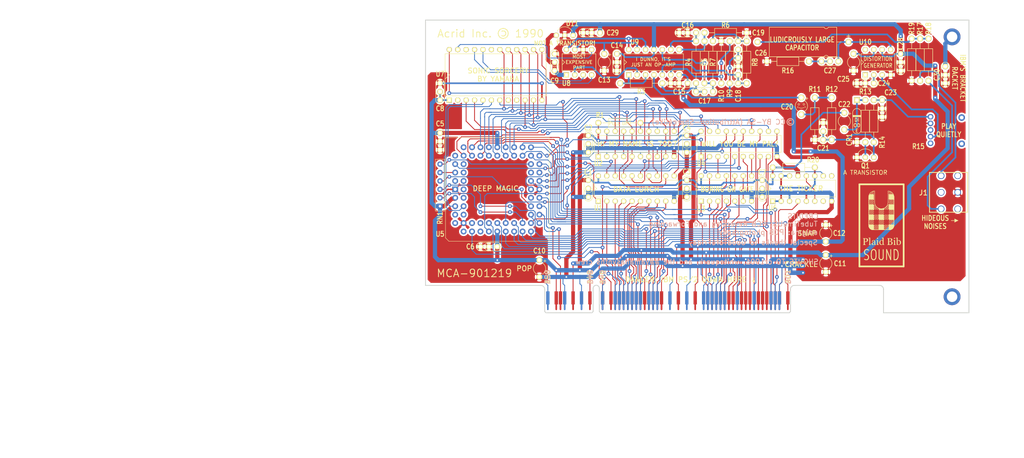
<source format=kicad_pcb>
(kicad_pcb (version 20171130) (host pcbnew "(5.1.0)-1")
  (title_block (title "Plaid Bib Ad Lib MCA Clone") (comment 1 "Copyright (C) 2019 Eric Schlaepfer") (comment 2 "License. See https://creativecommons.org/licenses/by-sa/4.0/") (comment 3 "This work is licensed under a Creative Commons Attribution-ShareAlike 4.0 International"))
  (layers (0 F.Cu signal) (31 B.Cu signal) (34 B.Paste user hide) (35 F.Paste user hide) (36 B.SilkS user) (37 F.SilkS user) (38 B.Mask user) (39 F.Mask user) (44 Edge.Cuts user))
  (net 0 "")
  (net 1 +5V)
  (net 2 GND)
  (net 3 +12V)
  (net 4 -12V)
  (net 5 "Net-(C13-Pad1)")
  (net 6 "Net-(C16-Pad1)")
  (net 7 "Net-(C17-Pad1)")
  (net 8 "Net-(C17-Pad2)")
  (net 9 "Net-(C19-Pad2)")
  (net 10 "Net-(C19-Pad1)")
  (net 11 "Net-(C20-Pad2)")
  (net 12 "Net-(C22-Pad2)")
  (net 13 "Net-(C23-Pad1)")
  (net 14 "Net-(C24-Pad1)")
  (net 15 "Net-(C25-Pad1)")
  (net 16 "Net-(C26-Pad2)")
  (net 17 "Net-(C26-Pad1)")
  (net 18 "Net-(C27-Pad2)")
  (net 19 /A9)
  (net 20 /AA1)
  (net 21 /AA0)
  (net 22 /BA2)
  (net 23 /BA1)
  (net 24 /BA0)
  (net 25 /A3)
  (net 26 /A0)
  (net 27 /~ADL)
  (net 28 /M_~IO)
  (net 29 /DB0)
  (net 30 /DB2)
  (net 31 /DB5)
  (net 32 /DB6)
  (net 33 /DB7)
  (net 34 /14.3M)
  (net 35 /A15)
  (net 36 /A14)
  (net 37 /A13)
  (net 38 /DB1)
  (net 39 /DB3)
  (net 40 /DB4)
  (net 41 /CHRESET)
  (net 42 "Net-(Q1-Pad2)")
  (net 43 "Net-(R1-Pad2)")
  (net 44 /AUDIO)
  (net 45 "Net-(R5-Pad2)")
  (net 46 "Net-(R10-Pad1)")
  (net 47 "Net-(R15-Pad2)")
  (net 48 "Net-(R20-Pad2)")
  (net 49 /~BUFENL)
  (net 50 /D7)
  (net 51 /D6)
  (net 52 /D5)
  (net 53 /D4)
  (net 54 /D3)
  (net 55 /D2)
  (net 56 /D1)
  (net 57 /D0)
  (net 58 /BUFDIR)
  (net 59 /ID_~OE)
  (net 60 /~101RD)
  (net 61 /~100RD)
  (net 62 /CDEN)
  (net 63 /YM_~IC)
  (net 64 /~MATCH103HI)
  (net 65 /YM_A0)
  (net 66 /~MATCHA)
  (net 67 /~CDSEL)
  (net 68 /~RD)
  (net 69 /~WR)
  (net 70 "Net-(U6-Pad12)")
  (net 71 /YCLK)
  (net 72 "Net-(U7-Pad23)")
  (net 73 "Net-(U7-Pad21)")
  (net 74 "Net-(U7-Pad20)")
  (net 75 "Net-(U8-Pad2)")
  (net 76 "Net-(U8-Pad8)")
  (net 77 /A10_A11_A12)
  (net 78 /A1_A2)
  (net 79 /A13_A14_A15)
  (net 80 "Net-(C30-Pad1)")
  (net 81 "Net-(C18-Pad2)")
  (net 82 "Net-(C9-Pad2)")
  (net 83 "Net-(C21-Pad2)")
  (net 84 "Net-(J1-Pad2)")
  (net 85 "Net-(J2-PadA1)")
  (net 86 "Net-(J2-PadA4)")
  (net 87 "Net-(J2-PadA5)")
  (net 88 "Net-(J2-PadA16)")
  (net 89 "Net-(J2-PadA17)")
  (net 90 "Net-(J2-PadA32)")
  (net 91 "Net-(J2-PadA33)")
  (net 92 "Net-(J2-PadA36)")
  (net 93 "Net-(J2-PadA45)")
  (net 94 "Net-(J2-PadA55)")
  (net 95 "Net-(J2-PadB20)")
  (net 96 "Net-(J2-PadB32)")
  (net 97 "Net-(J2-PadB34)")
  (net 98 "Net-(J2-PadB36)")
  (net 99 "Net-(J1-Pad1)")
  (net 100 "Net-(RN1-Pad6)")
  (net 101 "Net-(RN1-Pad5)")
  (net 102 "Net-(RN1-Pad4)")
  (net 103 "Net-(RN1-Pad3)")
  (net 104 "Net-(RN1-Pad2)")
  (module AdlibMCA:BUS_MCA_ADLIB (layer F.Cu) (at 118.745 123.19)
    (fp_text reference J2 hide)
    (fp_text value BUS_MCA hide)
    (pad B50 smd custom (at -4.445 7.5692) (size 1.016 3.937) (layers B.Cu B.Mask) (net 2 GND) (options (clearance outline) (anchor rect)) (primitives (gr_line (start 0 1.3208) (end 0 3.4544) (width 0.508))))
    (pad B45 smd custom (at 1.905 7.5692) (size 1.016 3.937) (layers B.Cu B.Mask) (net 2 GND) (options (clearance outline) (anchor rect)) (primitives (gr_line (start 0 1.3208) (end 0 3.4544) (width 0.508))))
    (pad B42 smd custom (at 5.715 7.5692) (size 1.016 3.937) (layers B.Cu B.Mask) (net 41 /CHRESET) (options (clearance outline) (anchor rect)) (primitives (gr_line (start 0 1.3208) (end 0 3.4544) (width 0.508))))
    (pad B41 smd custom (at 6.985 7.5692) (size 1.016 3.937) (layers B.Cu B.Mask) (net 2 GND) (options (clearance outline) (anchor rect)) (primitives (gr_line (start 0 1.3208) (end 0 3.4544) (width 0.508))))
    (pad B40 smd custom (at 8.255 7.5692) (size 1.016 3.937) (layers B.Cu B.Mask) (net 40 /DB4) (options (clearance outline) (anchor rect)) (primitives (gr_line (start 0 1.3208) (end 0 3.4544) (width 0.508))))
    (pad B39 smd custom (at 9.525 7.5692) (size 1.016 3.937) (layers B.Cu B.Mask) (net 39 /DB3) (options (clearance outline) (anchor rect)) (primitives (gr_line (start 0 1.3208) (end 0 3.4544) (width 0.508))))
    (pad B38 smd custom (at 10.795 7.5692) (size 1.016 3.937) (layers B.Cu B.Mask) (net 38 /DB1) (options (clearance outline) (anchor rect)) (primitives (gr_line (start 0 1.3208) (end 0 3.4544) (width 0.508))))
    (pad B37 smd custom (at 12.065 7.5692) (size 1.016 3.937) (layers B.Cu B.Mask) (net 2 GND) (options (clearance outline) (anchor rect)) (primitives (gr_line (start 0 1.3208) (end 0 3.4544) (width 0.508))))
    (pad B36 smd custom (at 13.335 7.5692) (size 1.016 3.937) (layers B.Cu B.Mask) (net 98 "Net-(J2-PadB36)") (options (clearance outline) (anchor rect)) (primitives (gr_line (start 0 1.3208) (end 0 3.4544) (width 0.508))))
    (pad B34 smd custom (at 15.875 7.5692) (size 1.016 3.937) (layers B.Cu B.Mask) (net 97 "Net-(J2-PadB34)") (options (clearance outline) (anchor rect)) (primitives (gr_line (start 0 1.3208) (end 0 3.4544) (width 0.508))))
    (pad B33 smd custom (at 17.145 7.5692) (size 1.016 3.937) (layers B.Cu B.Mask) (net 2 GND) (options (clearance outline) (anchor rect)) (primitives (gr_line (start 0 1.3208) (end 0 3.4544) (width 0.508))))
    (pad B32 smd custom (at 18.415 7.5692) (size 1.016 3.937) (layers B.Cu B.Mask) (net 96 "Net-(J2-PadB32)") (options (clearance outline) (anchor rect)) (primitives (gr_line (start 0 1.3208) (end 0 3.4544) (width 0.508))))
    (pad B29 smd custom (at 22.225 7.5692) (size 1.016 3.937) (layers B.Cu B.Mask) (net 2 GND) (options (clearance outline) (anchor rect)) (primitives (gr_line (start 0 1.3208) (end 0 3.4544) (width 0.508))))
    (pad B25 smd custom (at 27.305 7.5692) (size 1.016 3.937) (layers B.Cu B.Mask) (net 2 GND) (options (clearance outline) (anchor rect)) (primitives (gr_line (start 0 1.3208) (end 0 3.4544) (width 0.508))))
    (pad B21 smd custom (at 32.385 7.5692) (size 1.016 3.937) (layers B.Cu B.Mask) (net 2 GND) (options (clearance outline) (anchor rect)) (primitives (gr_line (start 0 1.3208) (end 0 3.4544) (width 0.508))))
    (pad B20 smd custom (at 33.655 7.5692) (size 1.016 3.937) (layers B.Cu B.Mask) (net 95 "Net-(J2-PadB20)") (options (clearance outline) (anchor rect)) (primitives (gr_line (start 0 1.3208) (end 0 3.4544) (width 0.508))))
    (pad B19 smd custom (at 34.925 7.5692) (size 1.016 3.937) (layers B.Cu B.Mask) (net 37 /A13) (options (clearance outline) (anchor rect)) (primitives (gr_line (start 0 1.3208) (end 0 3.4544) (width 0.508))))
    (pad B18 smd custom (at 36.195 7.5692) (size 1.016 3.937) (layers B.Cu B.Mask) (net 36 /A14) (options (clearance outline) (anchor rect)) (primitives (gr_line (start 0 1.3208) (end 0 3.4544) (width 0.508))))
    (pad B17 smd custom (at 37.465 7.5692) (size 1.016 3.937) (layers B.Cu B.Mask) (net 2 GND) (options (clearance outline) (anchor rect)) (primitives (gr_line (start 0 1.3208) (end 0 3.4544) (width 0.508))))
    (pad B16 smd custom (at 38.735 7.5692) (size 1.016 3.937) (layers B.Cu B.Mask) (net 35 /A15) (options (clearance outline) (anchor rect)) (primitives (gr_line (start 0 1.3208) (end 0 3.4544) (width 0.508))))
    (pad B13 smd custom (at 42.545 7.5692) (size 1.016 3.937) (layers B.Cu B.Mask) (net 2 GND) (options (clearance outline) (anchor rect)) (primitives (gr_line (start 0 1.3208) (end 0 3.4544) (width 0.508))))
    (pad B9 smd custom (at 47.625 7.5692) (size 1.016 3.937) (layers B.Cu B.Mask) (net 2 GND) (options (clearance outline) (anchor rect)) (primitives (gr_line (start 0 1.3208) (end 0 3.4544) (width 0.508))))
    (pad B5 smd custom (at 52.705 7.5692) (size 1.016 3.937) (layers B.Cu B.Mask) (net 2 GND) (options (clearance outline) (anchor rect)) (primitives (gr_line (start 0 1.3208) (end 0 3.4544) (width 0.508))))
    (pad B4 smd custom (at 53.975 7.5692) (size 1.016 3.937) (layers B.Cu B.Mask) (net 34 /14.3M) (options (clearance outline) (anchor rect)) (primitives (gr_line (start 0 1.3208) (end 0 3.4544) (width 0.508))))
    (pad B3 smd custom (at 55.245 7.5692) (size 1.016 3.937) (layers B.Cu B.Mask) (net 2 GND) (options (clearance outline) (anchor rect)) (primitives (gr_line (start 0 1.3208) (end 0 3.4544) (width 0.508))))
    (pad A1 smd custom (at 57.785 7.5692) (size 1.016 3.937) (layers F.Cu F.Mask) (net 85 "Net-(J2-PadA1)") (options (clearance outline) (anchor rect)) (primitives (gr_line (start 0 1.3208) (end 0 3.4544) (width 0.508))))
    (pad A3 smd custom (at 55.245 7.5692) (size 1.016 3.937) (layers F.Cu F.Mask) (net 2 GND) (options (clearance outline) (anchor rect)) (primitives (gr_line (start 0 1.3208) (end 0 3.4544) (width 0.508))))
    (pad A4 smd custom (at 53.975 7.5692) (size 1.016 3.937) (layers F.Cu F.Mask) (net 86 "Net-(J2-PadA4)") (options (clearance outline) (anchor rect)) (primitives (gr_line (start 0 1.3208) (end 0 3.4544) (width 0.508))))
    (pad A5 smd custom (at 52.705 7.5692) (size 1.016 3.937) (layers F.Cu F.Mask) (net 87 "Net-(J2-PadA5)") (options (clearance outline) (anchor rect)) (primitives (gr_line (start 0 1.3208) (end 0 3.4544) (width 0.508))))
    (pad A6 smd custom (at 51.435 7.5692) (size 1.016 3.937) (layers F.Cu F.Mask) (net 19 /A9) (options (clearance outline) (anchor rect)) (primitives (gr_line (start 0 1.3208) (end 0 3.4544) (width 0.508))))
    (pad A7 smd custom (at 50.165 7.5692) (size 1.016 3.937) (layers F.Cu F.Mask) (net 1 +5V) (options (clearance outline) (anchor rect)) (primitives (gr_line (start 0 1.3208) (end 0 3.4544) (width 0.508))))
    (pad A8 smd custom (at 48.895 7.5692) (size 1.016 3.937) (layers F.Cu F.Mask) (net 20 /AA1) (options (clearance outline) (anchor rect)) (primitives (gr_line (start 0 1.3208) (end 0 3.4544) (width 0.508))))
    (pad A9 smd custom (at 47.625 7.5692) (size 1.016 3.937) (layers F.Cu F.Mask) (net 21 /AA0) (options (clearance outline) (anchor rect)) (primitives (gr_line (start 0 1.3208) (end 0 3.4544) (width 0.508))))
    (pad A10 smd custom (at 46.355 7.5692) (size 1.016 3.937) (layers F.Cu F.Mask) (net 22 /BA2) (options (clearance outline) (anchor rect)) (primitives (gr_line (start 0 1.3208) (end 0 3.4544) (width 0.508))))
    (pad A11 smd custom (at 45.085 7.5692) (size 1.016 3.937) (layers F.Cu F.Mask) (net 1 +5V) (options (clearance outline) (anchor rect)) (primitives (gr_line (start 0 1.3208) (end 0 3.4544) (width 0.508))))
    (pad A12 smd custom (at 43.815 7.5692) (size 1.016 3.937) (layers F.Cu F.Mask) (net 23 /BA1) (options (clearance outline) (anchor rect)) (primitives (gr_line (start 0 1.3208) (end 0 3.4544) (width 0.508))))
    (pad A13 smd custom (at 42.545 7.5692) (size 1.016 3.937) (layers F.Cu F.Mask) (net 24 /BA0) (options (clearance outline) (anchor rect)) (primitives (gr_line (start 0 1.3208) (end 0 3.4544) (width 0.508))))
    (pad A14 smd custom (at 41.275 7.5692) (size 1.016 3.937) (layers F.Cu F.Mask) (net 25 /A3) (options (clearance outline) (anchor rect)) (primitives (gr_line (start 0 1.3208) (end 0 3.4544) (width 0.508))))
    (pad A15 smd custom (at 40.005 7.5692) (size 1.016 3.937) (layers F.Cu F.Mask) (net 1 +5V) (options (clearance outline) (anchor rect)) (primitives (gr_line (start 0 1.3208) (end 0 3.4544) (width 0.508))))
    (pad A16 smd custom (at 38.735 7.5692) (size 1.016 3.937) (layers F.Cu F.Mask) (net 88 "Net-(J2-PadA16)") (options (clearance outline) (anchor rect)) (primitives (gr_line (start 0 1.3208) (end 0 3.4544) (width 0.508))))
    (pad A17 smd custom (at 37.465 7.5692) (size 1.016 3.937) (layers F.Cu F.Mask) (net 89 "Net-(J2-PadA17)") (options (clearance outline) (anchor rect)) (primitives (gr_line (start 0 1.3208) (end 0 3.4544) (width 0.508))))
    (pad A18 smd custom (at 36.195 7.5692) (size 1.016 3.937) (layers F.Cu F.Mask) (net 26 /A0) (options (clearance outline) (anchor rect)) (primitives (gr_line (start 0 1.3208) (end 0 3.4544) (width 0.508))))
    (pad A19 smd custom (at 34.925 7.5692) (size 1.016 3.937) (layers F.Cu F.Mask) (net 3 +12V) (options (clearance outline) (anchor rect)) (primitives (gr_line (start 0 1.3208) (end 0 3.4544) (width 0.508))))
    (pad A20 smd custom (at 33.655 7.5692) (size 1.016 3.937) (layers F.Cu F.Mask) (net 27 /~ADL) (options (clearance outline) (anchor rect)) (primitives (gr_line (start 0 1.3208) (end 0 3.4544) (width 0.508))))
    (pad A23 smd custom (at 29.845 7.5692) (size 1.016 3.937) (layers F.Cu F.Mask) (net 4 -12V) (options (clearance outline) (anchor rect)) (primitives (gr_line (start 0 1.3208) (end 0 3.4544) (width 0.508))))
    (pad A27 smd custom (at 24.765 7.5692) (size 1.016 3.937) (layers F.Cu F.Mask) (net 4 -12V) (options (clearance outline) (anchor rect)) (primitives (gr_line (start 0 1.3208) (end 0 3.4544) (width 0.508))))
    (pad A31 smd custom (at 19.685 7.5692) (size 1.016 3.937) (layers F.Cu F.Mask) (net 1 +5V) (options (clearance outline) (anchor rect)) (primitives (gr_line (start 0 1.3208) (end 0 3.4544) (width 0.508))))
    (pad A32 smd custom (at 18.415 7.5692) (size 1.016 3.937) (layers F.Cu F.Mask) (net 90 "Net-(J2-PadA32)") (options (clearance outline) (anchor rect)) (primitives (gr_line (start 0 1.3208) (end 0 3.4544) (width 0.508))))
    (pad A33 smd custom (at 17.145 7.5692) (size 1.016 3.937) (layers F.Cu F.Mask) (net 91 "Net-(J2-PadA33)") (options (clearance outline) (anchor rect)) (primitives (gr_line (start 0 1.3208) (end 0 3.4544) (width 0.508))))
    (pad A34 smd custom (at 15.875 7.5692) (size 1.016 3.937) (layers F.Cu F.Mask) (net 28 /M_~IO) (options (clearance outline) (anchor rect)) (primitives (gr_line (start 0 1.3208) (end 0 3.4544) (width 0.508))))
    (pad A35 smd custom (at 14.605 7.5692) (size 1.016 3.937) (layers F.Cu F.Mask) (net 3 +12V) (options (clearance outline) (anchor rect)) (primitives (gr_line (start 0 1.3208) (end 0 3.4544) (width 0.508))))
    (pad A36 smd custom (at 13.335 7.5692) (size 1.016 3.937) (layers F.Cu F.Mask) (net 92 "Net-(J2-PadA36)") (options (clearance outline) (anchor rect)) (primitives (gr_line (start 0 1.3208) (end 0 3.4544) (width 0.508))))
    (pad A37 smd custom (at 12.065 7.5692) (size 1.016 3.937) (layers F.Cu F.Mask) (net 29 /DB0) (options (clearance outline) (anchor rect)) (primitives (gr_line (start 0 1.3208) (end 0 3.4544) (width 0.508))))
    (pad A38 smd custom (at 10.795 7.5692) (size 1.016 3.937) (layers F.Cu F.Mask) (net 30 /DB2) (options (clearance outline) (anchor rect)) (primitives (gr_line (start 0 1.3208) (end 0 3.4544) (width 0.508))))
    (pad A39 smd custom (at 9.525 7.5692) (size 1.016 3.937) (layers F.Cu F.Mask) (net 1 +5V) (options (clearance outline) (anchor rect)) (primitives (gr_line (start 0 1.3208) (end 0 3.4544) (width 0.508))))
    (pad A40 smd custom (at 8.255 7.5692) (size 1.016 3.937) (layers F.Cu F.Mask) (net 31 /DB5) (options (clearance outline) (anchor rect)) (primitives (gr_line (start 0 1.3208) (end 0 3.4544) (width 0.508))))
    (pad A41 smd custom (at 6.985 7.5692) (size 1.016 3.937) (layers F.Cu F.Mask) (net 32 /DB6) (options (clearance outline) (anchor rect)) (primitives (gr_line (start 0 1.3208) (end 0 3.4544) (width 0.508))))
    (pad A42 smd custom (at 5.715 7.5692) (size 1.016 3.937) (layers F.Cu F.Mask) (net 33 /DB7) (options (clearance outline) (anchor rect)) (primitives (gr_line (start 0 1.3208) (end 0 3.4544) (width 0.508))))
    (pad A43 smd custom (at 4.445 7.5692) (size 1.016 3.937) (layers F.Cu F.Mask) (net 2 GND) (options (clearance outline) (anchor rect)) (primitives (gr_line (start 0 1.3208) (end 0 3.4544) (width 0.508))))
    (pad A45 smd custom (at 1.905 7.5692) (size 1.016 3.937) (layers F.Cu F.Mask) (net 93 "Net-(J2-PadA45)") (options (clearance outline) (anchor rect)) (primitives (gr_line (start 0 1.3208) (end 0 3.4544) (width 0.508))))
    (pad A48 smd custom (at -1.905 7.5692) (size 1.016 3.937) (layers F.Cu F.Mask) (net 1 +5V) (options (clearance outline) (anchor rect)) (primitives (gr_line (start 0 1.3208) (end 0 3.4544) (width 0.508))))
    (pad A52 smd custom (at -6.985 7.5692) (size 1.016 3.937) (layers F.Cu F.Mask) (net 3 +12V) (options (clearance outline) (anchor rect)) (primitives (gr_line (start 0 1.3208) (end 0 3.4544) (width 0.508))))
    (pad B54 smd custom (at -9.525 7.5692) (size 1.016 3.937) (layers B.Cu B.Mask) (net 2 GND) (options (clearance outline) (anchor rect)) (primitives (gr_line (start 0 1.3208) (end 0 3.4544) (width 0.508))))
    (pad B58 smd custom (at -14.605 7.5692) (size 1.016 3.937) (layers B.Cu B.Mask) (net 2 GND) (options (clearance outline) (anchor rect)) (primitives (gr_line (start 0 1.3208) (end 0 3.4544) (width 0.508))))
    (pad A55 smd custom (at -10.795 7.5692) (size 1.016 3.937) (layers F.Cu F.Mask) (net 94 "Net-(J2-PadA55)") (options (clearance outline) (anchor rect)) (primitives (gr_line (start 0 1.3208) (end 0 3.4544) (width 0.508))))
    (pad A56 smd custom (at -12.065 7.5692) (size 1.016 3.937) (layers F.Cu F.Mask) (net 1 +5V) (options (clearance outline) (anchor rect)) (primitives (gr_line (start 0 1.3208) (end 0 3.4544) (width 0.508))))
  )
  (module AdlibMCA:PlaidBib (layer F.Cu) (at 204.978 113.792)
    (fp_text reference G*** hide)
    (fp_text value LOGO hide)
  )
  (module AdlibMCA:RK14J11A000G (layer F.Cu) (at 226.06 80.137 270)
    (fp_text reference R15 (at 4.953 10.16) (layer F.SilkS) (effects (font (size 1.524 1.27) (thickness 0.254))))
    (fp_text value 10K)
    (pad 0 thru_hole circle (at 4.15 -2.9 270) (size 2 2) (drill 1.1) (layers *.Cu *.Mask))
    (pad 0 thru_hole circle (at -3.75 -2.9 270) (size 2 2) (drill 1.1) (layers *.Cu *.Mask))
    (pad 0 thru_hole circle (at 4 6.5 270) (size 1.7 1.7) (drill 1) (layers *.Cu *.Mask))
    (pad 2 thru_hole circle (at 2 6.5 270) (size 1.7 1.7) (drill 1) (layers *.Cu *.Mask) (net 47 "Net-(R15-Pad2)"))
    (pad 0 thru_hole circle (at 0 6.5 270) (size 1.7 1.7) (drill 1) (layers *.Cu *.Mask))
    (pad 3 thru_hole circle (at -2 6.5 270) (size 1.7 1.7) (drill 1) (layers *.Cu *.Mask) (net 2 GND))
    (pad 1 thru_hole circle (at -4 6.5 270) (size 1.7 1.7) (drill 1) (layers *.Cu *.Mask) (net 13 "Net-(C23-Pad1)"))
  )
  (module AdlibMCA:MH_125 (layer F.Cu) (at 226.06 52.0446)
    (fp_text reference TP1 hide)
    (fp_text value TestPoint hide)
    (pad 1 thru_hole circle (at 0 0) (size 5.08 5.08) (drill 3.175) (layers *.Cu *.Mask) (net 80 "Net-(C30-Pad1)"))
  )
  (module AdlibMCA:MH_125 (layer F.Cu) (at 226.06 130.429)
    (fp_text reference TP2 hide)
    (fp_text value TestPoint hide)
    (pad 1 thru_hole circle (at 0 0) (size 5.08 5.08) (drill 3.175) (layers *.Cu *.Mask))
  )
  (module AdlibMCA:CAP23 (layer F.Cu) (at 116.332 97.79 90)
    (fp_text reference C1 (at 4.826 0 180) (layer F.SilkS) (effects (font (size 1.524 1.27) (thickness 0.254))))
    (fp_text value 0.1uF)
    (pad 2 thru_hole circle (at 0 0 90) (size 1.7018 1.7018) (drill 1.016) (layers *.Cu *.Mask F.SilkS) (net 2 GND))
    (pad 1 thru_hole circle (at 2.54 0 90) (size 1.7018 1.7018) (drill 1.016) (layers *.Cu *.Mask F.SilkS) (net 1 +5V))
    (pad 2 thru_hole circle (at -2.54 0 90) (size 1.7018 1.7018) (drill 1.016) (layers *.Cu *.Mask F.SilkS) (net 2 GND))
  )
  (module AdlibMCA:CAP23 (layer F.Cu) (at 116.332 84.328 90)
    (fp_text reference C2 (at 4.826 0 180) (layer F.SilkS) (effects (font (size 1.524 1.27) (thickness 0.254))))
    (fp_text value 0.1uF)
    (pad 2 thru_hole circle (at 0 0 90) (size 1.7018 1.7018) (drill 1.016) (layers *.Cu *.Mask F.SilkS) (net 2 GND))
    (pad 1 thru_hole circle (at 2.54 0 90) (size 1.7018 1.7018) (drill 1.016) (layers *.Cu *.Mask F.SilkS) (net 1 +5V))
    (pad 2 thru_hole circle (at -2.54 0 90) (size 1.7018 1.7018) (drill 1.016) (layers *.Cu *.Mask F.SilkS) (net 2 GND))
  )
  (module AdlibMCA:CAP23 (layer F.Cu) (at 146.05 97.79 90)
    (fp_text reference C3 (at 5.08 0 180) (layer F.SilkS) (effects (font (size 1.524 1.27) (thickness 0.254))))
    (fp_text value 0.1uF)
    (pad 2 thru_hole circle (at 0 0 90) (size 1.7018 1.7018) (drill 1.016) (layers *.Cu *.Mask F.SilkS) (net 2 GND))
    (pad 1 thru_hole circle (at 2.54 0 90) (size 1.7018 1.7018) (drill 1.016) (layers *.Cu *.Mask F.SilkS) (net 1 +5V))
    (pad 2 thru_hole circle (at -2.54 0 90) (size 1.7018 1.7018) (drill 1.016) (layers *.Cu *.Mask F.SilkS) (net 2 GND))
  )
  (module AdlibMCA:CAP23 (layer F.Cu) (at 146.05 84.328 90)
    (fp_text reference C4 (at 4.826 0 180) (layer F.SilkS) (effects (font (size 1.524 1.27) (thickness 0.254))))
    (fp_text value 0.1uF)
    (pad 2 thru_hole circle (at 0 0 90) (size 1.7018 1.7018) (drill 1.016) (layers *.Cu *.Mask F.SilkS) (net 2 GND))
    (pad 1 thru_hole circle (at 2.54 0 90) (size 1.7018 1.7018) (drill 1.016) (layers *.Cu *.Mask F.SilkS) (net 1 +5V))
    (pad 2 thru_hole circle (at -2.54 0 90) (size 1.7018 1.7018) (drill 1.016) (layers *.Cu *.Mask F.SilkS) (net 2 GND))
  )
  (module AdlibMCA:CAP23 (layer F.Cu) (at 71.628 83.566 90)
    (fp_text reference C5 (at 5.334 0 180) (layer F.SilkS) (effects (font (size 1.524 1.27) (thickness 0.254))))
    (fp_text value 0.1uF)
    (pad 2 thru_hole circle (at 0 0 90) (size 1.7018 1.7018) (drill 1.016) (layers *.Cu *.Mask F.SilkS) (net 2 GND))
    (pad 1 thru_hole circle (at 2.54 0 90) (size 1.7018 1.7018) (drill 1.016) (layers *.Cu *.Mask F.SilkS) (net 1 +5V))
    (pad 2 thru_hole circle (at -2.54 0 90) (size 1.7018 1.7018) (drill 1.016) (layers *.Cu *.Mask F.SilkS) (net 2 GND))
  )
  (module AdlibMCA:CAP23 (layer F.Cu) (at 168.783 97.79 90)
    (fp_text reference C7 (at 4.826 0 180) (layer F.SilkS) (effects (font (size 1.524 1.27) (thickness 0.254))))
    (fp_text value 0.1uF)
    (pad 2 thru_hole circle (at 0 0 90) (size 1.7018 1.7018) (drill 1.016) (layers *.Cu *.Mask F.SilkS) (net 2 GND))
    (pad 1 thru_hole circle (at 2.54 0 90) (size 1.7018 1.7018) (drill 1.016) (layers *.Cu *.Mask F.SilkS) (net 1 +5V))
    (pad 2 thru_hole circle (at -2.54 0 90) (size 1.7018 1.7018) (drill 1.016) (layers *.Cu *.Mask F.SilkS) (net 2 GND))
  )
  (module AdlibMCA:CAP23 (layer F.Cu) (at 71.628 68.58 90)
    (fp_text reference C8 (at -5.08 0 180) (layer F.SilkS) (effects (font (size 1.524 1.27) (thickness 0.254))))
    (fp_text value 0.1uF)
    (pad 2 thru_hole circle (at 0 0 90) (size 1.7018 1.7018) (drill 1.016) (layers *.Cu *.Mask F.SilkS) (net 1 +5V))
    (pad 1 thru_hole circle (at 2.54 0 90) (size 1.7018 1.7018) (drill 1.016) (layers *.Cu *.Mask F.SilkS) (net 2 GND))
    (pad 2 thru_hole circle (at -2.54 0 90) (size 1.7018 1.7018) (drill 1.016) (layers *.Cu *.Mask F.SilkS) (net 1 +5V))
  )
  (module AdlibMCA:CAP23 (layer F.Cu) (at 106.172 59.69 90)
    (fp_text reference C9 (at -5.588 0 180) (layer F.SilkS) (effects (font (size 1.524 1.27) (thickness 0.254))))
    (fp_text value 0.1uF)
    (pad 2 thru_hole circle (at 0 0 90) (size 1.7018 1.7018) (drill 1.016) (layers *.Cu *.Mask F.SilkS) (net 82 "Net-(C9-Pad2)"))
    (pad 1 thru_hole circle (at 2.54 0 90) (size 1.7018 1.7018) (drill 1.016) (layers *.Cu *.Mask F.SilkS) (net 2 GND))
    (pad 2 thru_hole circle (at -2.54 0 90) (size 1.7018 1.7018) (drill 1.016) (layers *.Cu *.Mask F.SilkS) (net 82 "Net-(C9-Pad2)"))
  )
  (module AdlibMCA:CAPAP200 (layer F.Cu) (at 101.6 119.38 270)
    (fp_text reference C10 (at -2.794 0) (layer F.SilkS) (effects (font (size 1.524 1.27) (thickness 0.254))))
    (fp_text value 10uF)
    (pad 1 thru_hole circle (at 0 0 270) (size 1.778 1.778) (drill 1.016) (layers *.Cu *.Mask F.SilkS) (net 1 +5V))
    (pad 2 thru_hole circle (at 5.08 0 270) (size 1.778 1.778) (drill 1.016) (layers *.Cu *.Mask F.SilkS) (net 2 GND))
  )
  (module AdlibMCA:CAPAP200 (layer F.Cu) (at 187.96 117.856 270)
    (fp_text reference C11 (at 2.54 -4.318) (layer F.SilkS) (effects (font (size 1.524 1.27) (thickness 0.254))))
    (fp_text value 10uF)
    (pad 1 thru_hole circle (at 0 0 270) (size 1.778 1.778) (drill 1.016) (layers *.Cu *.Mask F.SilkS) (net 3 +12V))
    (pad 2 thru_hole circle (at 5.08 0 270) (size 1.778 1.778) (drill 1.016) (layers *.Cu *.Mask F.SilkS) (net 2 GND))
  )
  (module AdlibMCA:CAPAP200 (layer F.Cu) (at 187.96 108.712 270)
    (fp_text reference C12 (at 2.54 -4.064) (layer F.SilkS) (effects (font (size 1.524 1.27) (thickness 0.254))))
    (fp_text value 10uF)
    (pad 1 thru_hole circle (at 0 0 270) (size 1.778 1.778) (drill 1.016) (layers *.Cu *.Mask F.SilkS) (net 2 GND))
    (pad 2 thru_hole circle (at 5.08 0 270) (size 1.778 1.778) (drill 1.016) (layers *.Cu *.Mask F.SilkS) (net 4 -12V))
  )
  (module AdlibMCA:CAPAP200 (layer F.Cu) (at 121.158 57.15 270)
    (fp_text reference C13 (at 7.874 0) (layer F.SilkS) (effects (font (size 1.524 1.27) (thickness 0.254))))
    (fp_text value 10uF)
    (pad 1 thru_hole circle (at 0 0 270) (size 1.778 1.778) (drill 1.016) (layers *.Cu *.Mask F.SilkS) (net 5 "Net-(C13-Pad1)"))
    (pad 2 thru_hole circle (at 5.08 0 270) (size 1.778 1.778) (drill 1.016) (layers *.Cu *.Mask F.SilkS) (net 2 GND))
  )
  (module AdlibMCA:CAP23 (layer F.Cu) (at 124.968 59.69 90)
    (fp_text reference C14 (at 5.08 0 180) (layer F.SilkS) (effects (font (size 1.524 1.27) (thickness 0.254))))
    (fp_text value 0.1uF)
    (pad 2 thru_hole circle (at 0 0 90) (size 1.7018 1.7018) (drill 1.016) (layers *.Cu *.Mask F.SilkS) (net 2 GND))
    (pad 1 thru_hole circle (at 2.54 0 90) (size 1.7018 1.7018) (drill 1.016) (layers *.Cu *.Mask F.SilkS) (net 3 +12V))
    (pad 2 thru_hole circle (at -2.54 0 90) (size 1.7018 1.7018) (drill 1.016) (layers *.Cu *.Mask F.SilkS) (net 2 GND))
  )
  (module AdlibMCA:CAP23 (layer F.Cu) (at 143.764 66.04)
    (fp_text reference C15 (at 0 2.54) (layer F.SilkS) (effects (font (size 1.524 1.27) (thickness 0.254))))
    (fp_text value 0.1uF)
    (pad 2 thru_hole circle (at 0 0) (size 1.7018 1.7018) (drill 1.016) (layers *.Cu *.Mask F.SilkS) (net 2 GND))
    (pad 1 thru_hole circle (at 2.54 0) (size 1.7018 1.7018) (drill 1.016) (layers *.Cu *.Mask F.SilkS) (net 4 -12V))
    (pad 2 thru_hole circle (at -2.54 0) (size 1.7018 1.7018) (drill 1.016) (layers *.Cu *.Mask F.SilkS) (net 2 GND))
  )
  (module AdlibMCA:CAP23 (layer F.Cu) (at 146.304 50.8)
    (fp_text reference C16 (at 0 -2.286) (layer F.SilkS) (effects (font (size 1.524 1.27) (thickness 0.254))))
    (fp_text value 4700pF)
    (pad 2 thru_hole circle (at 0 0) (size 1.7018 1.7018) (drill 1.016) (layers *.Cu *.Mask F.SilkS) (net 2 GND))
    (pad 1 thru_hole circle (at 2.54 0) (size 1.7018 1.7018) (drill 1.016) (layers *.Cu *.Mask F.SilkS) (net 6 "Net-(C16-Pad1)"))
    (pad 2 thru_hole circle (at -2.54 0) (size 1.7018 1.7018) (drill 1.016) (layers *.Cu *.Mask F.SilkS) (net 2 GND))
  )
  (module AdlibMCA:CAP23 (layer F.Cu) (at 151.384 68.58)
    (fp_text reference C17 (at 0 2.794) (layer F.SilkS) (effects (font (size 1.524 1.27) (thickness 0.254))))
    (fp_text value 4700pF)
    (pad 2 thru_hole circle (at 0 0) (size 1.7018 1.7018) (drill 1.016) (layers *.Cu *.Mask F.SilkS) (net 8 "Net-(C17-Pad2)"))
    (pad 1 thru_hole circle (at 2.54 0) (size 1.7018 1.7018) (drill 1.016) (layers *.Cu *.Mask F.SilkS) (net 7 "Net-(C17-Pad1)"))
    (pad 2 thru_hole circle (at -2.54 0) (size 1.7018 1.7018) (drill 1.016) (layers *.Cu *.Mask F.SilkS) (net 8 "Net-(C17-Pad2)"))
  )
  (module AdlibMCA:CAP23 (layer F.Cu) (at 161.544 63.5 90)
    (fp_text reference C18 (at -6.35 0 90) (layer F.SilkS) (effects (font (size 1.524 1.27) (thickness 0.254))))
    (fp_text value 4700pF)
    (pad 2 thru_hole circle (at 0 0 90) (size 1.7018 1.7018) (drill 1.016) (layers *.Cu *.Mask F.SilkS) (net 81 "Net-(C18-Pad2)"))
    (pad 1 thru_hole circle (at 2.54 0 90) (size 1.7018 1.7018) (drill 1.016) (layers *.Cu *.Mask F.SilkS) (net 2 GND))
    (pad 2 thru_hole circle (at -2.54 0 90) (size 1.7018 1.7018) (drill 1.016) (layers *.Cu *.Mask F.SilkS) (net 81 "Net-(C18-Pad2)"))
  )
  (module AdlibMCA:CAP23 (layer F.Cu) (at 161.544 55.88 90)
    (fp_text reference C19 (at 5.08 6.096 180) (layer F.SilkS) (effects (font (size 1.524 1.27) (thickness 0.254))))
    (fp_text value 4700pF)
    (pad 2 thru_hole circle (at 0 0 90) (size 1.7018 1.7018) (drill 1.016) (layers *.Cu *.Mask F.SilkS) (net 9 "Net-(C19-Pad2)"))
    (pad 1 thru_hole circle (at 2.54 0 90) (size 1.7018 1.7018) (drill 1.016) (layers *.Cu *.Mask F.SilkS) (net 10 "Net-(C19-Pad1)"))
    (pad 2 thru_hole circle (at -2.54 0 90) (size 1.7018 1.7018) (drill 1.016) (layers *.Cu *.Mask F.SilkS) (net 9 "Net-(C19-Pad2)"))
  )
  (module AdlibMCA:CAPAP200 (layer F.Cu) (at 180.594 70.358 270)
    (fp_text reference C20 (at 2.794 4.318) (layer F.SilkS) (effects (font (size 1.524 1.27) (thickness 0.254))))
    (fp_text value 4.7uF)
    (pad 1 thru_hole circle (at 0 0 270) (size 1.778 1.778) (drill 1.016) (layers *.Cu *.Mask F.SilkS) (net 9 "Net-(C19-Pad2)"))
    (pad 2 thru_hole circle (at 5.08 0 270) (size 1.778 1.778) (drill 1.016) (layers *.Cu *.Mask F.SilkS) (net 11 "Net-(C20-Pad2)"))
  )
  (module AdlibMCA:CAP23 (layer F.Cu) (at 187.198 80.518 90)
    (fp_text reference C21 (at -5.08 0 180) (layer F.SilkS) (effects (font (size 1.524 1.27) (thickness 0.254))))
    (fp_text value 1000pF)
    (pad 2 thru_hole circle (at 0 0 90) (size 1.7018 1.7018) (drill 1.016) (layers *.Cu *.Mask F.SilkS) (net 83 "Net-(C21-Pad2)"))
    (pad 1 thru_hole circle (at 2.54 0 90) (size 1.7018 1.7018) (drill 1.016) (layers *.Cu *.Mask F.SilkS) (net 2 GND))
    (pad 2 thru_hole circle (at -2.54 0 90) (size 1.7018 1.7018) (drill 1.016) (layers *.Cu *.Mask F.SilkS) (net 83 "Net-(C21-Pad2)"))
  )
  (module AdlibMCA:CAPAP200 (layer F.Cu) (at 193.548 74.93 270)
    (fp_text reference C22 (at -2.54 0) (layer F.SilkS) (effects (font (size 1.524 1.27) (thickness 0.254))))
    (fp_text value 10uF)
    (pad 1 thru_hole circle (at 0 0 270) (size 1.778 1.778) (drill 1.016) (layers *.Cu *.Mask F.SilkS) (net 1 +5V))
    (pad 2 thru_hole circle (at 5.08 0 270) (size 1.778 1.778) (drill 1.016) (layers *.Cu *.Mask F.SilkS) (net 12 "Net-(C22-Pad2)"))
  )
  (module AdlibMCA:CAP23 (layer F.Cu) (at 204.978 73.66 90)
    (fp_text reference C23 (at 4.826 2.54 180) (layer F.SilkS) (effects (font (size 1.524 1.27) (thickness 0.254))))
    (fp_text value 270pF)
    (pad 2 thru_hole circle (at 0 0 90) (size 1.7018 1.7018) (drill 1.016) (layers *.Cu *.Mask F.SilkS) (net 2 GND))
    (pad 1 thru_hole circle (at 2.54 0 90) (size 1.7018 1.7018) (drill 1.016) (layers *.Cu *.Mask F.SilkS) (net 13 "Net-(C23-Pad1)"))
    (pad 2 thru_hole circle (at -2.54 0 90) (size 1.7018 1.7018) (drill 1.016) (layers *.Cu *.Mask F.SilkS) (net 2 GND))
  )
  (module AdlibMCA:CAP23 (layer F.Cu) (at 199.898 66.04)
    (fp_text reference C24 (at 5.588 0) (layer F.SilkS) (effects (font (size 1.524 1.27) (thickness 0.254))))
    (fp_text value 0.1uF)
    (pad 2 thru_hole circle (at 0 0) (size 1.7018 1.7018) (drill 1.016) (layers *.Cu *.Mask F.SilkS) (net 2 GND))
    (pad 1 thru_hole circle (at 2.54 0) (size 1.7018 1.7018) (drill 1.016) (layers *.Cu *.Mask F.SilkS) (net 14 "Net-(C24-Pad1)"))
    (pad 2 thru_hole circle (at -2.54 0) (size 1.7018 1.7018) (drill 1.016) (layers *.Cu *.Mask F.SilkS) (net 2 GND))
  )
  (module AdlibMCA:CAPAP200 (layer F.Cu) (at 196.342 57.15 270)
    (fp_text reference C25 (at 7.62 3.048) (layer F.SilkS) (effects (font (size 1.524 1.27) (thickness 0.254))))
    (fp_text value 10uF)
    (pad 1 thru_hole circle (at 0 0 270) (size 1.778 1.778) (drill 1.016) (layers *.Cu *.Mask F.SilkS) (net 15 "Net-(C25-Pad1)"))
    (pad 2 thru_hole circle (at 5.08 0 270) (size 1.778 1.778) (drill 1.016) (layers *.Cu *.Mask F.SilkS) (net 2 GND))
  )
  (module AdlibMCA:CAPA1000 (layer F.Cu) (at 194.818 53.594 180)
    (fp_text reference C26 (at 26.416 -3.302 180) (layer F.SilkS) (effects (font (size 1.524 1.27) (thickness 0.254))))
    (fp_text value "220uF 16V")
    (pad 1 thru_hole circle (at 0 0 180) (size 1.778 1.778) (drill 1.016) (layers *.Cu *.Mask F.SilkS) (net 17 "Net-(C26-Pad1)"))
    (pad 2 thru_hole circle (at 27.432 0 180) (size 1.778 1.778) (drill 1.016) (layers *.Cu *.Mask F.SilkS) (net 16 "Net-(C26-Pad2)"))
  )
  (module AdlibMCA:CAP23 (layer F.Cu) (at 189.23 59.436)
    (fp_text reference C27 (at 0 2.794) (layer F.SilkS) (effects (font (size 1.524 1.27) (thickness 0.254))))
    (fp_text value 0.047uF)
    (pad 2 thru_hole circle (at 0 0) (size 1.7018 1.7018) (drill 1.016) (layers *.Cu *.Mask F.SilkS) (net 18 "Net-(C27-Pad2)"))
    (pad 1 thru_hole circle (at 2.54 0) (size 1.7018 1.7018) (drill 1.016) (layers *.Cu *.Mask F.SilkS) (net 17 "Net-(C26-Pad1)"))
    (pad 2 thru_hole circle (at -2.54 0) (size 1.7018 1.7018) (drill 1.016) (layers *.Cu *.Mask F.SilkS) (net 18 "Net-(C27-Pad2)"))
  )
  (module AdlibMCA:CAP23 (layer F.Cu) (at 210.566 59.69 90)
    (fp_text reference C28 (at 5.588 0 90) (layer F.SilkS) (effects (font (size 1.524 1.27) (thickness 0.254))))
    (fp_text value 0.1uF)
    (pad 2 thru_hole circle (at 0 0 90) (size 1.7018 1.7018) (drill 1.016) (layers *.Cu *.Mask F.SilkS) (net 2 GND))
    (pad 1 thru_hole circle (at 2.54 0 90) (size 1.7018 1.7018) (drill 1.016) (layers *.Cu *.Mask F.SilkS) (net 3 +12V))
    (pad 2 thru_hole circle (at -2.54 0 90) (size 1.7018 1.7018) (drill 1.016) (layers *.Cu *.Mask F.SilkS) (net 2 GND))
  )
  (module AdlibMCA:CAP23 (layer F.Cu) (at 117.348 50.8)
    (fp_text reference C29 (at 6.35 0) (layer F.SilkS) (effects (font (size 1.524 1.27) (thickness 0.254))))
    (fp_text value 0.1uF)
    (pad 2 thru_hole circle (at 0 0) (size 1.7018 1.7018) (drill 1.016) (layers *.Cu *.Mask F.SilkS) (net 2 GND))
    (pad 1 thru_hole circle (at 2.54 0) (size 1.7018 1.7018) (drill 1.016) (layers *.Cu *.Mask F.SilkS) (net 3 +12V))
    (pad 2 thru_hole circle (at -2.54 0) (size 1.7018 1.7018) (drill 1.016) (layers *.Cu *.Mask F.SilkS) (net 2 GND))
  )
  (module AdlibMCA:CAP23 (layer F.Cu) (at 224.028 63.5 90)
    (fp_text reference C30 (at 0 -2.54 90) (layer F.SilkS) (effects (font (size 1.524 1.27) (thickness 0.254))))
    (fp_text value 0.1uF)
    (pad 2 thru_hole circle (at 0 0 90) (size 1.7018 1.7018) (drill 1.016) (layers *.Cu *.Mask F.SilkS) (net 2 GND))
    (pad 1 thru_hole circle (at 2.54 0 90) (size 1.7018 1.7018) (drill 1.016) (layers *.Cu *.Mask F.SilkS) (net 80 "Net-(C30-Pad1)"))
    (pad 2 thru_hole circle (at -2.54 0 90) (size 1.7018 1.7018) (drill 1.016) (layers *.Cu *.Mask F.SilkS) (net 2 GND))
  )
  (module AdlibMCA:DIOA500 (layer F.Cu) (at 197.358 77.47 270)
    (fp_text reference CR1 (at 5.588 2.286 270) (layer F.SilkS) (effects (font (size 1.524 1.27) (thickness 0.254))))
    (fp_text value 1N914)
    (pad 1 thru_hole rect (at -6.35 0 270) (size 1.778 1.778) (drill 1.016) (layers *.Cu *.Mask F.SilkS) (net 12 "Net-(C22-Pad2)"))
    (pad 2 thru_hole circle (at 6.35 0 270) (size 1.778 1.778) (drill 1.016) (layers *.Cu *.Mask F.SilkS) (net 2 GND))
  )
  (module AdlibMCA:TO92-IL (layer F.Cu) (at 197.358 88.392 270)
    (fp_text reference Q1 (at 2.54 -2.54) (layer F.SilkS) (effects (font (size 1.524 1.27) (thickness 0.254))))
    (fp_text value 2N3904)
    (pad 1 thru_hole circle (at 0 0 270) (size 1.5748 1.5748) (drill 0.889) (layers *.Cu *.Mask F.SilkS) (net 2 GND))
    (pad 2 thru_hole circle (at 0 -2.54 270) (size 1.5748 1.5748) (drill 0.889) (layers *.Cu *.Mask F.SilkS) (net 42 "Net-(Q1-Pad2)"))
    (pad 3 thru_hole circle (at 0 -5.08 270) (size 1.5748 1.5748) (drill 0.889) (layers *.Cu *.Mask F.SilkS) (net 83 "Net-(C21-Pad2)"))
  )
  (module AdlibMCA:RESA500 (layer F.Cu) (at 125.73 77.978 180)
    (fp_text reference R1 (at 5.842 2.286 180) (layer F.SilkS) (effects (font (size 1.524 1.27) (thickness 0.254))))
    (fp_text value 1K)
    (pad 1 thru_hole circle (at 6.35 0 180) (size 1.778 1.778) (drill 1.016) (layers *.Cu *.Mask F.SilkS) (net 1 +5V))
    (pad 2 thru_hole circle (at -6.35 0 180) (size 1.778 1.778) (drill 1.016) (layers *.Cu *.Mask F.SilkS) (net 43 "Net-(R1-Pad2)"))
  )
  (module AdlibMCA:RESA500 (layer F.Cu) (at 132.334 66.04)
    (fp_text reference R3 (at 0 2.54) (layer F.SilkS) (effects (font (size 1.524 1.27) (thickness 0.254))))
    (fp_text value 2.2K)
    (pad 1 thru_hole circle (at 6.35 0) (size 1.778 1.778) (drill 1.016) (layers *.Cu *.Mask F.SilkS) (net 8 "Net-(C17-Pad2)"))
    (pad 2 thru_hole circle (at -6.35 0) (size 1.778 1.778) (drill 1.016) (layers *.Cu *.Mask F.SilkS) (net 44 /AUDIO))
  )
  (module AdlibMCA:RESA500 (layer F.Cu) (at 148.844 59.69 90)
    (fp_text reference R4 (at 0 -2.286 90) (layer F.SilkS) (effects (font (size 1.524 1.27) (thickness 0.254))))
    (fp_text value 2.2K)
    (pad 1 thru_hole circle (at 6.35 0 90) (size 1.778 1.778) (drill 1.016) (layers *.Cu *.Mask F.SilkS) (net 6 "Net-(C16-Pad1)"))
    (pad 2 thru_hole circle (at -6.35 0 90) (size 1.778 1.778) (drill 1.016) (layers *.Cu *.Mask F.SilkS) (net 8 "Net-(C17-Pad2)"))
  )
  (module AdlibMCA:RESA500 (layer F.Cu) (at 151.384 59.69 270)
    (fp_text reference R5 (at 0 0 270) (layer F.SilkS) (effects (font (size 1.524 1.27) (thickness 0.254))))
    (fp_text value 12K)
    (pad 1 thru_hole circle (at 6.35 0 270) (size 1.778 1.778) (drill 1.016) (layers *.Cu *.Mask F.SilkS) (net 7 "Net-(C17-Pad1)"))
    (pad 2 thru_hole circle (at -6.35 0 270) (size 1.778 1.778) (drill 1.016) (layers *.Cu *.Mask F.SilkS) (net 45 "Net-(R5-Pad2)"))
  )
  (module AdlibMCA:RESA500 (layer F.Cu) (at 157.734 50.8 180)
    (fp_text reference R6 (at 0 2.286 180) (layer F.SilkS) (effects (font (size 1.524 1.27) (thickness 0.254))))
    (fp_text value 10K)
    (pad 1 thru_hole circle (at 6.35 0 180) (size 1.778 1.778) (drill 1.016) (layers *.Cu *.Mask F.SilkS) (net 45 "Net-(R5-Pad2)"))
    (pad 2 thru_hole circle (at -6.35 0 180) (size 1.778 1.778) (drill 1.016) (layers *.Cu *.Mask F.SilkS) (net 2 GND))
  )
  (module AdlibMCA:RESA500 (layer F.Cu) (at 153.924 59.69 90)
    (fp_text reference R7 (at 0 0 90) (layer F.SilkS) (effects (font (size 1.524 1.27) (thickness 0.254))))
    (fp_text value 2.2K)
    (pad 1 thru_hole circle (at 6.35 0 90) (size 1.778 1.778) (drill 1.016) (layers *.Cu *.Mask F.SilkS) (net 10 "Net-(C19-Pad1)"))
    (pad 2 thru_hole circle (at -6.35 0 90) (size 1.778 1.778) (drill 1.016) (layers *.Cu *.Mask F.SilkS) (net 7 "Net-(C17-Pad1)"))
  )
  (module AdlibMCA:RESA500 (layer F.Cu) (at 164.084 59.69 90)
    (fp_text reference R8 (at 0 2.54 90) (layer F.SilkS) (effects (font (size 1.524 1.27) (thickness 0.254))))
    (fp_text value 2.2K)
    (pad 1 thru_hole circle (at 6.35 0 90) (size 1.778 1.778) (drill 1.016) (layers *.Cu *.Mask F.SilkS) (net 10 "Net-(C19-Pad1)"))
    (pad 2 thru_hole circle (at -6.35 0 90) (size 1.778 1.778) (drill 1.016) (layers *.Cu *.Mask F.SilkS) (net 81 "Net-(C18-Pad2)"))
  )
  (module AdlibMCA:RESA500 (layer F.Cu) (at 159.004 59.69 270)
    (fp_text reference R9 (at 9.398 0 270) (layer F.SilkS) (effects (font (size 1.524 1.27) (thickness 0.254))))
    (fp_text value 1.5K)
    (pad 1 thru_hole circle (at 6.35 0 270) (size 1.778 1.778) (drill 1.016) (layers *.Cu *.Mask F.SilkS) (net 9 "Net-(C19-Pad2)"))
    (pad 2 thru_hole circle (at -6.35 0 270) (size 1.778 1.778) (drill 1.016) (layers *.Cu *.Mask F.SilkS) (net 46 "Net-(R10-Pad1)"))
  )
  (module AdlibMCA:RESA500 (layer F.Cu) (at 156.464 59.69 270)
    (fp_text reference R10 (at 10.16 0 270) (layer F.SilkS) (effects (font (size 1.524 1.27) (thickness 0.254))))
    (fp_text value 10K)
    (pad 1 thru_hole circle (at 6.35 0 270) (size 1.778 1.778) (drill 1.016) (layers *.Cu *.Mask F.SilkS) (net 46 "Net-(R10-Pad1)"))
    (pad 2 thru_hole circle (at -6.35 0 270) (size 1.778 1.778) (drill 1.016) (layers *.Cu *.Mask F.SilkS) (net 2 GND))
  )
  (module AdlibMCA:RESA500 (layer F.Cu) (at 184.658 76.708 90)
    (fp_text reference R11 (at 8.89 0 180) (layer F.SilkS) (effects (font (size 1.524 1.27) (thickness 0.254))))
    (fp_text value 10K)
    (pad 1 thru_hole circle (at 6.35 0 90) (size 1.778 1.778) (drill 1.016) (layers *.Cu *.Mask F.SilkS) (net 11 "Net-(C20-Pad2)"))
    (pad 2 thru_hole circle (at -6.35 0 90) (size 1.778 1.778) (drill 1.016) (layers *.Cu *.Mask F.SilkS) (net 2 GND))
  )
  (module AdlibMCA:RESA500 (layer F.Cu) (at 189.738 76.708 270)
    (fp_text reference R12 (at -8.89 0) (layer F.SilkS) (effects (font (size 1.524 1.27) (thickness 0.254))))
    (fp_text value 2.2K)
    (pad 1 thru_hole circle (at 6.35 0 270) (size 1.778 1.778) (drill 1.016) (layers *.Cu *.Mask F.SilkS) (net 83 "Net-(C21-Pad2)"))
    (pad 2 thru_hole circle (at -6.35 0 270) (size 1.778 1.778) (drill 1.016) (layers *.Cu *.Mask F.SilkS) (net 11 "Net-(C20-Pad2)"))
  )
  (module AdlibMCA:RESA500 (layer F.Cu) (at 199.898 77.47 270)
    (fp_text reference R13 (at -8.89 0) (layer F.SilkS) (effects (font (size 1.524 1.27) (thickness 0.254))))
    (fp_text value 2.2K)
    (pad 1 thru_hole circle (at 6.35 0 270) (size 1.778 1.778) (drill 1.016) (layers *.Cu *.Mask F.SilkS) (net 42 "Net-(Q1-Pad2)"))
    (pad 2 thru_hole circle (at -6.35 0 270) (size 1.778 1.778) (drill 1.016) (layers *.Cu *.Mask F.SilkS) (net 12 "Net-(C22-Pad2)"))
  )
  (module AdlibMCA:RESA500 (layer F.Cu) (at 202.438 77.47 90)
    (fp_text reference R14 (at -6.35 2.54 90) (layer F.SilkS) (effects (font (size 1.524 1.27) (thickness 0.254))))
    (fp_text value 8.2K)
    (pad 1 thru_hole circle (at 6.35 0 90) (size 1.778 1.778) (drill 1.016) (layers *.Cu *.Mask F.SilkS) (net 13 "Net-(C23-Pad1)"))
    (pad 2 thru_hole circle (at -6.35 0 90) (size 1.778 1.778) (drill 1.016) (layers *.Cu *.Mask F.SilkS) (net 83 "Net-(C21-Pad2)"))
  )
  (module AdlibMCA:RESA500 (layer F.Cu) (at 176.53 59.436)
    (fp_text reference R16 (at 0 2.794) (layer F.SilkS) (effects (font (size 1.524 1.27) (thickness 0.254))))
    (fp_text value 10)
    (pad 1 thru_hole circle (at 6.35 0) (size 1.778 1.778) (drill 1.016) (layers *.Cu *.Mask F.SilkS) (net 18 "Net-(C27-Pad2)"))
    (pad 2 thru_hole circle (at -6.35 0) (size 1.778 1.778) (drill 1.016) (layers *.Cu *.Mask F.SilkS) (net 2 GND))
  )
  (module AdlibMCA:RESA500 (layer F.Cu) (at 216.408 58.928 90)
    (fp_text reference R17 (at 9.398 0 90) (layer F.SilkS) (effects (font (size 1.524 1.27) (thickness 0.254))))
    (fp_text value 10)
    (pad 1 thru_hole circle (at 6.35 0 90) (size 1.778 1.778) (drill 1.016) (layers *.Cu *.Mask F.SilkS) (net 16 "Net-(C26-Pad2)"))
    (pad 2 thru_hole circle (at -6.35 0 90) (size 1.778 1.778) (drill 1.016) (layers *.Cu *.Mask F.SilkS) (net 99 "Net-(J1-Pad1)"))
  )
  (module AdlibMCA:RESA500 (layer F.Cu) (at 218.948 58.928 90)
    (fp_text reference R18 (at 9.398 0 90) (layer F.SilkS) (effects (font (size 1.524 1.27) (thickness 0.254))))
    (fp_text value 10)
    (pad 1 thru_hole circle (at 6.35 0 90) (size 1.778 1.778) (drill 1.016) (layers *.Cu *.Mask F.SilkS) (net 16 "Net-(C26-Pad2)"))
    (pad 2 thru_hole circle (at -6.35 0 90) (size 1.778 1.778) (drill 1.016) (layers *.Cu *.Mask F.SilkS) (net 84 "Net-(J1-Pad2)"))
  )
  (module AdlibMCA:RESA500 (layer F.Cu) (at 213.868 58.928 90)
    (fp_text reference R19 (at 9.398 0 90) (layer F.SilkS) (effects (font (size 1.524 1.27) (thickness 0.254))))
    (fp_text value 10K)
    (pad 1 thru_hole circle (at 6.35 0 90) (size 1.778 1.778) (drill 1.016) (layers *.Cu *.Mask F.SilkS) (net 16 "Net-(C26-Pad2)"))
    (pad 2 thru_hole circle (at -6.35 0 90) (size 1.778 1.778) (drill 1.016) (layers *.Cu *.Mask F.SilkS) (net 2 GND))
  )
  (module AdlibMCA:RESA500 (layer F.Cu) (at 178.308 91.44 180)
    (fp_text reference R20 (at -5.842 2.286 180) (layer F.SilkS) (effects (font (size 1.524 1.27) (thickness 0.254))))
    (fp_text value 1K)
    (pad 1 thru_hole circle (at 6.35 0 180) (size 1.778 1.778) (drill 1.016) (layers *.Cu *.Mask F.SilkS) (net 1 +5V))
    (pad 2 thru_hole circle (at -6.35 0 180) (size 1.778 1.778) (drill 1.016) (layers *.Cu *.Mask F.SilkS) (net 48 "Net-(R20-Pad2)"))
  )
  (module AdlibMCA:DIP300_20N (layer F.Cu) (at 119.38 101.6)
    (fp_text reference U1 (at 0 2.032) (layer F.SilkS) (effects (font (size 1.524 1.27) (thickness 0.254))))
    (fp_text value 74LS245)
    (pad 12 thru_hole circle (at 20.32 -7.62) (size 1.5748 1.5748) (drill 0.889) (layers *.Cu *.Mask F.SilkS) (net 56 /D1))
    (pad 11 thru_hole circle (at 22.86 -7.62) (size 1.5748 1.5748) (drill 0.889) (layers *.Cu *.Mask F.SilkS) (net 57 /D0))
    (pad 10 thru_hole circle (at 22.86 0) (size 1.5748 1.5748) (drill 0.889) (layers *.Cu *.Mask F.SilkS) (net 2 GND))
    (pad 9 thru_hole circle (at 20.32 0) (size 1.5748 1.5748) (drill 0.889) (layers *.Cu *.Mask F.SilkS) (net 29 /DB0))
    (pad 20 thru_hole circle (at 0 -7.62) (size 1.5748 1.5748) (drill 0.889) (layers *.Cu *.Mask F.SilkS) (net 1 +5V))
    (pad 19 thru_hole circle (at 2.54 -7.62) (size 1.5748 1.5748) (drill 0.889) (layers *.Cu *.Mask F.SilkS) (net 49 /~BUFENL))
    (pad 18 thru_hole circle (at 5.08 -7.62) (size 1.5748 1.5748) (drill 0.889) (layers *.Cu *.Mask F.SilkS) (net 50 /D7))
    (pad 17 thru_hole circle (at 7.62 -7.62) (size 1.5748 1.5748) (drill 0.889) (layers *.Cu *.Mask F.SilkS) (net 51 /D6))
    (pad 16 thru_hole circle (at 10.16 -7.62) (size 1.5748 1.5748) (drill 0.889) (layers *.Cu *.Mask F.SilkS) (net 52 /D5))
    (pad 15 thru_hole circle (at 12.7 -7.62) (size 1.5748 1.5748) (drill 0.889) (layers *.Cu *.Mask F.SilkS) (net 53 /D4))
    (pad 14 thru_hole circle (at 15.24 -7.62) (size 1.5748 1.5748) (drill 0.889) (layers *.Cu *.Mask F.SilkS) (net 54 /D3))
    (pad 13 thru_hole circle (at 17.78 -7.62) (size 1.5748 1.5748) (drill 0.889) (layers *.Cu *.Mask F.SilkS) (net 55 /D2))
    (pad 8 thru_hole circle (at 17.78 0) (size 1.5748 1.5748) (drill 0.889) (layers *.Cu *.Mask F.SilkS) (net 38 /DB1))
    (pad 7 thru_hole circle (at 15.24 0) (size 1.5748 1.5748) (drill 0.889) (layers *.Cu *.Mask F.SilkS) (net 30 /DB2))
    (pad 6 thru_hole circle (at 12.7 0) (size 1.5748 1.5748) (drill 0.889) (layers *.Cu *.Mask F.SilkS) (net 39 /DB3))
    (pad 5 thru_hole circle (at 10.16 0) (size 1.5748 1.5748) (drill 0.889) (layers *.Cu *.Mask F.SilkS) (net 40 /DB4))
    (pad 4 thru_hole circle (at 7.62 0) (size 1.5748 1.5748) (drill 0.889) (layers *.Cu *.Mask F.SilkS) (net 31 /DB5))
    (pad 3 thru_hole circle (at 5.08 0) (size 1.5748 1.5748) (drill 0.889) (layers *.Cu *.Mask F.SilkS) (net 32 /DB6))
    (pad 2 thru_hole circle (at 2.54 0) (size 1.5748 1.5748) (drill 0.889) (layers *.Cu *.Mask F.SilkS) (net 33 /DB7))
    (pad 1 thru_hole rect (at 0 0) (size 1.5748 1.5748) (drill 0.889) (layers *.Cu *.Mask F.SilkS) (net 58 /BUFDIR))
  )
  (module AdlibMCA:DIP300_20N (layer F.Cu) (at 119.38 88.138)
    (fp_text reference U2 (at 0 2.032) (layer F.SilkS) (effects (font (size 1.524 1.27) (thickness 0.254))))
    (fp_text value 74LS244)
    (pad 12 thru_hole circle (at 20.32 -7.62) (size 1.5748 1.5748) (drill 0.889) (layers *.Cu *.Mask F.SilkS) (net 54 /D3))
    (pad 11 thru_hole circle (at 22.86 -7.62) (size 1.5748 1.5748) (drill 0.889) (layers *.Cu *.Mask F.SilkS) (net 43 "Net-(R1-Pad2)"))
    (pad 10 thru_hole circle (at 22.86 0) (size 1.5748 1.5748) (drill 0.889) (layers *.Cu *.Mask F.SilkS) (net 2 GND))
    (pad 9 thru_hole circle (at 20.32 0) (size 1.5748 1.5748) (drill 0.889) (layers *.Cu *.Mask F.SilkS) (net 53 /D4))
    (pad 20 thru_hole circle (at 0 -7.62) (size 1.5748 1.5748) (drill 0.889) (layers *.Cu *.Mask F.SilkS) (net 1 +5V))
    (pad 19 thru_hole circle (at 2.54 -7.62) (size 1.5748 1.5748) (drill 0.889) (layers *.Cu *.Mask F.SilkS) (net 59 /ID_~OE))
    (pad 18 thru_hole circle (at 5.08 -7.62) (size 1.5748 1.5748) (drill 0.889) (layers *.Cu *.Mask F.SilkS) (net 57 /D0))
    (pad 17 thru_hole circle (at 7.62 -7.62) (size 1.5748 1.5748) (drill 0.889) (layers *.Cu *.Mask F.SilkS) (net 60 /~101RD))
    (pad 16 thru_hole circle (at 10.16 -7.62) (size 1.5748 1.5748) (drill 0.889) (layers *.Cu *.Mask F.SilkS) (net 56 /D1))
    (pad 15 thru_hole circle (at 12.7 -7.62) (size 1.5748 1.5748) (drill 0.889) (layers *.Cu *.Mask F.SilkS) (net 43 "Net-(R1-Pad2)"))
    (pad 14 thru_hole circle (at 15.24 -7.62) (size 1.5748 1.5748) (drill 0.889) (layers *.Cu *.Mask F.SilkS) (net 55 /D2))
    (pad 13 thru_hole circle (at 17.78 -7.62) (size 1.5748 1.5748) (drill 0.889) (layers *.Cu *.Mask F.SilkS) (net 61 /~100RD))
    (pad 8 thru_hole circle (at 17.78 0) (size 1.5748 1.5748) (drill 0.889) (layers *.Cu *.Mask F.SilkS) (net 2 GND))
    (pad 7 thru_hole circle (at 15.24 0) (size 1.5748 1.5748) (drill 0.889) (layers *.Cu *.Mask F.SilkS) (net 52 /D5))
    (pad 6 thru_hole circle (at 12.7 0) (size 1.5748 1.5748) (drill 0.889) (layers *.Cu *.Mask F.SilkS) (net 60 /~101RD))
    (pad 5 thru_hole circle (at 10.16 0) (size 1.5748 1.5748) (drill 0.889) (layers *.Cu *.Mask F.SilkS) (net 51 /D6))
    (pad 4 thru_hole circle (at 7.62 0) (size 1.5748 1.5748) (drill 0.889) (layers *.Cu *.Mask F.SilkS) (net 60 /~101RD))
    (pad 3 thru_hole circle (at 5.08 0) (size 1.5748 1.5748) (drill 0.889) (layers *.Cu *.Mask F.SilkS) (net 50 /D7))
    (pad 2 thru_hole circle (at 2.54 0) (size 1.5748 1.5748) (drill 0.889) (layers *.Cu *.Mask F.SilkS) (net 60 /~101RD))
    (pad 1 thru_hole rect (at 0 0) (size 1.5748 1.5748) (drill 0.889) (layers *.Cu *.Mask F.SilkS) (net 59 /ID_~OE))
  )
  (module AdlibMCA:DIP300_14N (layer F.Cu) (at 150.368 101.6)
    (fp_text reference U3 (at 0 2.286) (layer F.SilkS) (effects (font (size 1.524 1.27) (thickness 0.254))))
    (fp_text value 74LS27)
    (pad 14 thru_hole circle (at 0 -7.62) (size 1.5748 1.5748) (drill 0.889) (layers *.Cu *.Mask F.SilkS) (net 1 +5V))
    (pad 13 thru_hole circle (at 2.54 -7.62) (size 1.5748 1.5748) (drill 0.889) (layers *.Cu *.Mask F.SilkS) (net 2 GND))
    (pad 12 thru_hole circle (at 5.08 -7.62) (size 1.5748 1.5748) (drill 0.889) (layers *.Cu *.Mask F.SilkS) (net 78 /A1_A2))
    (pad 11 thru_hole circle (at 7.62 -7.62) (size 1.5748 1.5748) (drill 0.889) (layers *.Cu *.Mask F.SilkS) (net 37 /A13))
    (pad 10 thru_hole circle (at 10.16 -7.62) (size 1.5748 1.5748) (drill 0.889) (layers *.Cu *.Mask F.SilkS) (net 36 /A14))
    (pad 9 thru_hole circle (at 12.7 -7.62) (size 1.5748 1.5748) (drill 0.889) (layers *.Cu *.Mask F.SilkS) (net 35 /A15))
    (pad 8 thru_hole circle (at 15.24 -7.62) (size 1.5748 1.5748) (drill 0.889) (layers *.Cu *.Mask F.SilkS) (net 79 /A13_A14_A15))
    (pad 7 thru_hole circle (at 15.24 0) (size 1.5748 1.5748) (drill 0.889) (layers *.Cu *.Mask F.SilkS) (net 2 GND))
    (pad 6 thru_hole circle (at 12.7 0) (size 1.5748 1.5748) (drill 0.889) (layers *.Cu *.Mask F.SilkS) (net 77 /A10_A11_A12))
    (pad 5 thru_hole circle (at 10.16 0) (size 1.5748 1.5748) (drill 0.889) (layers *.Cu *.Mask F.SilkS) (net 86 "Net-(J2-PadA4)"))
    (pad 4 thru_hole circle (at 7.62 0) (size 1.5748 1.5748) (drill 0.889) (layers *.Cu *.Mask F.SilkS) (net 87 "Net-(J2-PadA5)"))
    (pad 3 thru_hole circle (at 5.08 0) (size 1.5748 1.5748) (drill 0.889) (layers *.Cu *.Mask F.SilkS) (net 95 "Net-(J2-PadB20)"))
    (pad 2 thru_hole circle (at 2.54 0) (size 1.5748 1.5748) (drill 0.889) (layers *.Cu *.Mask F.SilkS) (net 88 "Net-(J2-PadA16)"))
    (pad 1 thru_hole rect (at 0 0) (size 1.5748 1.5748) (drill 0.889) (layers *.Cu *.Mask F.SilkS) (net 89 "Net-(J2-PadA17)"))
  )
  (module AdlibMCA:DIP300_20N (layer F.Cu) (at 150.368 88.138)
    (fp_text reference U4 (at 0 2.032) (layer F.SilkS) (effects (font (size 1.524 1.27) (thickness 0.254))))
    (fp_text value PAL16L8)
    (pad 12 thru_hole circle (at 20.32 -7.62) (size 1.5748 1.5748) (drill 0.889) (layers *.Cu *.Mask F.SilkS) (net 63 /YM_~IC))
    (pad 11 thru_hole circle (at 22.86 -7.62) (size 1.5748 1.5748) (drill 0.889) (layers *.Cu *.Mask F.SilkS) (net 28 /M_~IO))
    (pad 10 thru_hole circle (at 22.86 0) (size 1.5748 1.5748) (drill 0.889) (layers *.Cu *.Mask F.SilkS) (net 2 GND))
    (pad 9 thru_hole circle (at 20.32 0) (size 1.5748 1.5748) (drill 0.889) (layers *.Cu *.Mask F.SilkS) (net 19 /A9))
    (pad 20 thru_hole circle (at 0 -7.62) (size 1.5748 1.5748) (drill 0.889) (layers *.Cu *.Mask F.SilkS) (net 1 +5V))
    (pad 19 thru_hole circle (at 2.54 -7.62) (size 1.5748 1.5748) (drill 0.889) (layers *.Cu *.Mask F.SilkS) (net 59 /ID_~OE))
    (pad 18 thru_hole circle (at 5.08 -7.62) (size 1.5748 1.5748) (drill 0.889) (layers *.Cu *.Mask F.SilkS) (net 61 /~100RD))
    (pad 17 thru_hole circle (at 7.62 -7.62) (size 1.5748 1.5748) (drill 0.889) (layers *.Cu *.Mask F.SilkS) (net 60 /~101RD))
    (pad 16 thru_hole circle (at 10.16 -7.62) (size 1.5748 1.5748) (drill 0.889) (layers *.Cu *.Mask F.SilkS) (net 41 /CHRESET))
    (pad 15 thru_hole circle (at 12.7 -7.62) (size 1.5748 1.5748) (drill 0.889) (layers *.Cu *.Mask F.SilkS) (net 67 /~CDSEL))
    (pad 14 thru_hole circle (at 15.24 -7.62) (size 1.5748 1.5748) (drill 0.889) (layers *.Cu *.Mask F.SilkS) (net 65 /YM_A0))
    (pad 13 thru_hole circle (at 17.78 -7.62) (size 1.5748 1.5748) (drill 0.889) (layers *.Cu *.Mask F.SilkS) (net 26 /A0))
    (pad 8 thru_hole circle (at 17.78 0) (size 1.5748 1.5748) (drill 0.889) (layers *.Cu *.Mask F.SilkS) (net 25 /A3))
    (pad 7 thru_hole circle (at 15.24 0) (size 1.5748 1.5748) (drill 0.889) (layers *.Cu *.Mask F.SilkS) (net 79 /A13_A14_A15))
    (pad 6 thru_hole circle (at 12.7 0) (size 1.5748 1.5748) (drill 0.889) (layers *.Cu *.Mask F.SilkS) (net 77 /A10_A11_A12))
    (pad 5 thru_hole circle (at 10.16 0) (size 1.5748 1.5748) (drill 0.889) (layers *.Cu *.Mask F.SilkS) (net 66 /~MATCHA))
    (pad 4 thru_hole circle (at 7.62 0) (size 1.5748 1.5748) (drill 0.889) (layers *.Cu *.Mask F.SilkS) (net 64 /~MATCH103HI))
    (pad 3 thru_hole circle (at 5.08 0) (size 1.5748 1.5748) (drill 0.889) (layers *.Cu *.Mask F.SilkS) (net 78 /A1_A2))
    (pad 2 thru_hole circle (at 2.54 0) (size 1.5748 1.5748) (drill 0.889) (layers *.Cu *.Mask F.SilkS) (net 62 /CDEN))
    (pad 1 thru_hole rect (at 0 0) (size 1.5748 1.5748) (drill 0.889) (layers *.Cu *.Mask F.SilkS) (net 27 /~ADL))
  )
  (module AdlibMCA:DIP300_16N (layer F.Cu) (at 171.958 101.6)
    (fp_text reference U6 (at 0 2.032) (layer F.SilkS) (effects (font (size 1.524 1.27) (thickness 0.254))))
    (fp_text value 74LS109)
    (pad 16 thru_hole circle (at 0 -7.62) (size 1.5748 1.5748) (drill 0.889) (layers *.Cu *.Mask F.SilkS) (net 1 +5V))
    (pad 15 thru_hole circle (at 2.54 -7.62) (size 1.5748 1.5748) (drill 0.889) (layers *.Cu *.Mask F.SilkS) (net 48 "Net-(R20-Pad2)"))
    (pad 14 thru_hole circle (at 5.08 -7.62) (size 1.5748 1.5748) (drill 0.889) (layers *.Cu *.Mask F.SilkS) (net 48 "Net-(R20-Pad2)"))
    (pad 13 thru_hole circle (at 7.62 -7.62) (size 1.5748 1.5748) (drill 0.889) (layers *.Cu *.Mask F.SilkS) (net 2 GND))
    (pad 12 thru_hole circle (at 10.16 -7.62) (size 1.5748 1.5748) (drill 0.889) (layers *.Cu *.Mask F.SilkS) (net 70 "Net-(U6-Pad12)"))
    (pad 11 thru_hole circle (at 12.7 -7.62) (size 1.5748 1.5748) (drill 0.889) (layers *.Cu *.Mask F.SilkS) (net 48 "Net-(R20-Pad2)"))
    (pad 10 thru_hole circle (at 15.24 -7.62) (size 1.5748 1.5748) (drill 0.889) (layers *.Cu *.Mask F.SilkS) (net 71 /YCLK))
    (pad 9 thru_hole circle (at 17.78 -7.62) (size 1.5748 1.5748) (drill 0.889) (layers *.Cu *.Mask F.SilkS))
    (pad 8 thru_hole circle (at 17.78 0) (size 1.5748 1.5748) (drill 0.889) (layers *.Cu *.Mask F.SilkS) (net 2 GND))
    (pad 7 thru_hole circle (at 15.24 0) (size 1.5748 1.5748) (drill 0.889) (layers *.Cu *.Mask F.SilkS))
    (pad 6 thru_hole circle (at 12.7 0) (size 1.5748 1.5748) (drill 0.889) (layers *.Cu *.Mask F.SilkS) (net 70 "Net-(U6-Pad12)"))
    (pad 5 thru_hole circle (at 10.16 0) (size 1.5748 1.5748) (drill 0.889) (layers *.Cu *.Mask F.SilkS) (net 48 "Net-(R20-Pad2)"))
    (pad 4 thru_hole circle (at 7.62 0) (size 1.5748 1.5748) (drill 0.889) (layers *.Cu *.Mask F.SilkS) (net 34 /14.3M))
    (pad 3 thru_hole circle (at 5.08 0) (size 1.5748 1.5748) (drill 0.889) (layers *.Cu *.Mask F.SilkS) (net 2 GND))
    (pad 2 thru_hole circle (at 2.54 0) (size 1.5748 1.5748) (drill 0.889) (layers *.Cu *.Mask F.SilkS) (net 48 "Net-(R20-Pad2)"))
    (pad 1 thru_hole rect (at 0 0) (size 1.5748 1.5748) (drill 0.889) (layers *.Cu *.Mask F.SilkS) (net 48 "Net-(R20-Pad2)"))
  )
  (module AdlibMCA:DIP600_24N (layer F.Cu) (at 74.422 71.12)
    (fp_text reference U7 (at -2.794 -7.874) (layer F.SilkS) (effects (font (size 1.524 1.27) (thickness 0.254))))
    (fp_text value YM3812)
    (pad 1 thru_hole rect (at 0 0) (size 1.5748 1.5748) (drill 0.889) (layers *.Cu *.Mask F.SilkS) (net 1 +5V))
    (pad 2 thru_hole circle (at 2.54 0) (size 1.5748 1.5748) (drill 0.889) (layers *.Cu *.Mask F.SilkS))
    (pad 3 thru_hole circle (at 5.08 0) (size 1.5748 1.5748) (drill 0.889) (layers *.Cu *.Mask F.SilkS) (net 63 /YM_~IC))
    (pad 4 thru_hole circle (at 7.62 0) (size 1.5748 1.5748) (drill 0.889) (layers *.Cu *.Mask F.SilkS) (net 65 /YM_A0))
    (pad 5 thru_hole circle (at 10.16 0) (size 1.5748 1.5748) (drill 0.889) (layers *.Cu *.Mask F.SilkS) (net 69 /~WR))
    (pad 6 thru_hole circle (at 12.7 0) (size 1.5748 1.5748) (drill 0.889) (layers *.Cu *.Mask F.SilkS) (net 68 /~RD))
    (pad 7 thru_hole circle (at 15.24 0) (size 1.5748 1.5748) (drill 0.889) (layers *.Cu *.Mask F.SilkS) (net 49 /~BUFENL))
    (pad 8 thru_hole circle (at 17.78 0) (size 1.5748 1.5748) (drill 0.889) (layers *.Cu *.Mask F.SilkS))
    (pad 13 thru_hole circle (at 27.94 -15.24) (size 1.5748 1.5748) (drill 0.889) (layers *.Cu *.Mask F.SilkS) (net 55 /D2))
    (pad 14 thru_hole circle (at 25.4 -15.24) (size 1.5748 1.5748) (drill 0.889) (layers *.Cu *.Mask F.SilkS) (net 54 /D3))
    (pad 15 thru_hole circle (at 22.86 -15.24) (size 1.5748 1.5748) (drill 0.889) (layers *.Cu *.Mask F.SilkS) (net 53 /D4))
    (pad 16 thru_hole circle (at 20.32 -15.24) (size 1.5748 1.5748) (drill 0.889) (layers *.Cu *.Mask F.SilkS) (net 52 /D5))
    (pad 17 thru_hole circle (at 17.78 -15.24) (size 1.5748 1.5748) (drill 0.889) (layers *.Cu *.Mask F.SilkS) (net 51 /D6))
    (pad 18 thru_hole circle (at 15.24 -15.24) (size 1.5748 1.5748) (drill 0.889) (layers *.Cu *.Mask F.SilkS) (net 50 /D7))
    (pad 19 thru_hole circle (at 12.7 -15.24) (size 1.5748 1.5748) (drill 0.889) (layers *.Cu *.Mask F.SilkS))
    (pad 20 thru_hole circle (at 10.16 -15.24) (size 1.5748 1.5748) (drill 0.889) (layers *.Cu *.Mask F.SilkS) (net 74 "Net-(U7-Pad20)"))
    (pad 9 thru_hole circle (at 20.32 0) (size 1.5748 1.5748) (drill 0.889) (layers *.Cu *.Mask F.SilkS))
    (pad 10 thru_hole circle (at 22.86 0) (size 1.5748 1.5748) (drill 0.889) (layers *.Cu *.Mask F.SilkS) (net 57 /D0))
    (pad 11 thru_hole circle (at 25.4 0) (size 1.5748 1.5748) (drill 0.889) (layers *.Cu *.Mask F.SilkS) (net 56 /D1))
    (pad 12 thru_hole circle (at 27.94 0) (size 1.5748 1.5748) (drill 0.889) (layers *.Cu *.Mask F.SilkS) (net 2 GND))
    (pad 21 thru_hole circle (at 7.62 -15.24) (size 1.5748 1.5748) (drill 0.889) (layers *.Cu *.Mask F.SilkS) (net 73 "Net-(U7-Pad21)"))
    (pad 22 thru_hole circle (at 5.08 -15.24) (size 1.5748 1.5748) (drill 0.889) (layers *.Cu *.Mask F.SilkS))
    (pad 23 thru_hole circle (at 2.54 -15.24) (size 1.5748 1.5748) (drill 0.889) (layers *.Cu *.Mask F.SilkS) (net 72 "Net-(U7-Pad23)"))
    (pad 24 thru_hole circle (at 0 -15.24) (size 1.5748 1.5748) (drill 0.889) (layers *.Cu *.Mask F.SilkS) (net 71 /YCLK))
  )
  (module AdlibMCA:DIP300_8N (layer F.Cu) (at 109.728 63.5)
    (fp_text reference U8 (at 0 2.54) (layer F.SilkS) (effects (font (size 1.524 1.27) (thickness 0.254))))
    (fp_text value YM3014B)
    (pad 8 thru_hole circle (at 0 -7.62) (size 1.5748 1.5748) (drill 0.889) (layers *.Cu *.Mask F.SilkS) (net 76 "Net-(U8-Pad8)"))
    (pad 7 thru_hole circle (at 2.54 -7.62) (size 1.5748 1.5748) (drill 0.889) (layers *.Cu *.Mask F.SilkS) (net 5 "Net-(C13-Pad1)"))
    (pad 6 thru_hole circle (at 5.08 -7.62) (size 1.5748 1.5748) (drill 0.889) (layers *.Cu *.Mask F.SilkS) (net 2 GND))
    (pad 5 thru_hole circle (at 7.62 -7.62) (size 1.5748 1.5748) (drill 0.889) (layers *.Cu *.Mask F.SilkS) (net 72 "Net-(U7-Pad23)"))
    (pad 4 thru_hole circle (at 7.62 0) (size 1.5748 1.5748) (drill 0.889) (layers *.Cu *.Mask F.SilkS) (net 73 "Net-(U7-Pad21)"))
    (pad 3 thru_hole circle (at 5.08 0) (size 1.5748 1.5748) (drill 0.889) (layers *.Cu *.Mask F.SilkS) (net 74 "Net-(U7-Pad20)"))
    (pad 2 thru_hole circle (at 2.54 0) (size 1.5748 1.5748) (drill 0.889) (layers *.Cu *.Mask F.SilkS) (net 75 "Net-(U8-Pad2)"))
    (pad 1 thru_hole rect (at 0 0) (size 1.5748 1.5748) (drill 0.889) (layers *.Cu *.Mask F.SilkS) (net 82 "Net-(C9-Pad2)"))
  )
  (module AdlibMCA:DIP300_14N (layer F.Cu) (at 128.524 63.5)
    (fp_text reference U9 (at 1.778 -9.906) (layer F.SilkS) (effects (font (size 1.524 1.27) (thickness 0.254))))
    (fp_text value RC4136)
    (pad 14 thru_hole circle (at 0 -7.62) (size 1.5748 1.5748) (drill 0.889) (layers *.Cu *.Mask F.SilkS) (net 76 "Net-(U8-Pad8)"))
    (pad 13 thru_hole circle (at 2.54 -7.62) (size 1.5748 1.5748) (drill 0.889) (layers *.Cu *.Mask F.SilkS) (net 5 "Net-(C13-Pad1)"))
    (pad 12 thru_hole circle (at 5.08 -7.62) (size 1.5748 1.5748) (drill 0.889) (layers *.Cu *.Mask F.SilkS) (net 76 "Net-(U8-Pad8)"))
    (pad 11 thru_hole circle (at 7.62 -7.62) (size 1.5748 1.5748) (drill 0.889) (layers *.Cu *.Mask F.SilkS) (net 3 +12V))
    (pad 10 thru_hole circle (at 10.16 -7.62) (size 1.5748 1.5748) (drill 0.889) (layers *.Cu *.Mask F.SilkS) (net 7 "Net-(C17-Pad1)"))
    (pad 9 thru_hole circle (at 12.7 -7.62) (size 1.5748 1.5748) (drill 0.889) (layers *.Cu *.Mask F.SilkS) (net 6 "Net-(C16-Pad1)"))
    (pad 8 thru_hole circle (at 15.24 -7.62) (size 1.5748 1.5748) (drill 0.889) (layers *.Cu *.Mask F.SilkS) (net 45 "Net-(R5-Pad2)"))
    (pad 7 thru_hole circle (at 15.24 0) (size 1.5748 1.5748) (drill 0.889) (layers *.Cu *.Mask F.SilkS) (net 4 -12V))
    (pad 6 thru_hole circle (at 12.7 0) (size 1.5748 1.5748) (drill 0.889) (layers *.Cu *.Mask F.SilkS) (net 46 "Net-(R10-Pad1)"))
    (pad 5 thru_hole circle (at 10.16 0) (size 1.5748 1.5748) (drill 0.889) (layers *.Cu *.Mask F.SilkS) (net 81 "Net-(C18-Pad2)"))
    (pad 4 thru_hole circle (at 7.62 0) (size 1.5748 1.5748) (drill 0.889) (layers *.Cu *.Mask F.SilkS) (net 9 "Net-(C19-Pad2)"))
    (pad 3 thru_hole circle (at 5.08 0) (size 1.5748 1.5748) (drill 0.889) (layers *.Cu *.Mask F.SilkS) (net 44 /AUDIO))
    (pad 2 thru_hole circle (at 2.54 0) (size 1.5748 1.5748) (drill 0.889) (layers *.Cu *.Mask F.SilkS) (net 75 "Net-(U8-Pad2)"))
    (pad 1 thru_hole rect (at 0 0) (size 1.5748 1.5748) (drill 0.889) (layers *.Cu *.Mask F.SilkS) (net 44 /AUDIO))
  )
  (module AdlibMCA:DIP300_8N (layer F.Cu) (at 199.898 63.5)
    (fp_text reference U10 (at 0 -9.906) (layer F.SilkS) (effects (font (size 1.524 1.27) (thickness 0.254))))
    (fp_text value LM386N)
    (pad 8 thru_hole circle (at 0 -7.62) (size 1.5748 1.5748) (drill 0.889) (layers *.Cu *.Mask F.SilkS))
    (pad 7 thru_hole circle (at 2.54 -7.62) (size 1.5748 1.5748) (drill 0.889) (layers *.Cu *.Mask F.SilkS) (net 15 "Net-(C25-Pad1)"))
    (pad 6 thru_hole circle (at 5.08 -7.62) (size 1.5748 1.5748) (drill 0.889) (layers *.Cu *.Mask F.SilkS) (net 3 +12V))
    (pad 5 thru_hole circle (at 7.62 -7.62) (size 1.5748 1.5748) (drill 0.889) (layers *.Cu *.Mask F.SilkS) (net 17 "Net-(C26-Pad1)"))
    (pad 4 thru_hole circle (at 7.62 0) (size 1.5748 1.5748) (drill 0.889) (layers *.Cu *.Mask F.SilkS) (net 2 GND))
    (pad 3 thru_hole circle (at 5.08 0) (size 1.5748 1.5748) (drill 0.889) (layers *.Cu *.Mask F.SilkS) (net 47 "Net-(R15-Pad2)"))
    (pad 2 thru_hole circle (at 2.54 0) (size 1.5748 1.5748) (drill 0.889) (layers *.Cu *.Mask F.SilkS) (net 14 "Net-(C24-Pad1)"))
    (pad 1 thru_hole rect (at 0 0) (size 1.5748 1.5748) (drill 0.889) (layers *.Cu *.Mask F.SilkS))
  )
  (module AdlibMCA:TO92-IL (layer F.Cu) (at 106.68 51.562 270)
    (fp_text reference U11 (at -3.556 -4.826) (layer F.SilkS) (effects (font (size 1.524 1.27) (thickness 0.254))))
    (fp_text value L78L05_TO92)
    (pad 1 thru_hole circle (at 0 0 270) (size 1.5748 1.5748) (drill 0.889) (layers *.Cu *.Mask F.SilkS) (net 82 "Net-(C9-Pad2)"))
    (pad 2 thru_hole circle (at 0 -2.54 270) (size 1.5748 1.5748) (drill 0.889) (layers *.Cu *.Mask F.SilkS) (net 2 GND))
    (pad 3 thru_hole circle (at 0 -5.08 270) (size 1.5748 1.5748) (drill 0.889) (layers *.Cu *.Mask F.SilkS) (net 3 +12V))
  )
  (module AdlibMCA:PLCC-68_THT-Socket (layer F.Cu) (at 76.2 98.044 90)
    (fp_text reference U5 (at -13.462 -4.572 180) (layer F.SilkS) (effects (font (size 1.524 1.27) (thickness 0.254))))
    (fp_text value P82C611)
    (pad 58 thru_hole circle (at 12.7 5.08 90) (size 1.75 1.75) (drill 0.95) (layers *.Cu *.Mask) (net 89 "Net-(J2-PadA17)"))
    (pad 56 thru_hole circle (at 12.7 7.62 90) (size 1.75 1.75) (drill 0.95) (layers *.Cu *.Mask) (net 50 /D7))
    (pad 54 thru_hole circle (at 12.7 10.16 90) (size 1.75 1.75) (drill 0.95) (layers *.Cu *.Mask) (net 52 /D5))
    (pad 52 thru_hole circle (at 12.7 12.7 90) (size 1.75 1.75) (drill 0.95) (layers *.Cu *.Mask) (net 1 +5V))
    (pad 50 thru_hole circle (at 12.7 15.24 90) (size 1.75 1.75) (drill 0.95) (layers *.Cu *.Mask) (net 55 /D2))
    (pad 48 thru_hole circle (at 12.7 17.78 90) (size 1.75 1.75) (drill 0.95) (layers *.Cu *.Mask) (net 57 /D0))
    (pad 46 thru_hole circle (at 12.7 20.32 90) (size 1.75 1.75) (drill 0.95) (layers *.Cu *.Mask) (net 91 "Net-(J2-PadA33)"))
    (pad 44 thru_hole circle (at 12.7 22.86 90) (size 1.75 1.75) (drill 0.95) (layers *.Cu *.Mask) (net 97 "Net-(J2-PadB34)"))
    (pad 59 thru_hole circle (at 10.16 5.08 90) (size 1.75 1.75) (drill 0.95) (layers *.Cu *.Mask) (net 88 "Net-(J2-PadA16)"))
    (pad 57 thru_hole circle (at 10.16 7.62 90) (size 1.75 1.75) (drill 0.95) (layers *.Cu *.Mask) (net 26 /A0))
    (pad 55 thru_hole circle (at 10.16 10.16 90) (size 1.75 1.75) (drill 0.95) (layers *.Cu *.Mask) (net 51 /D6))
    (pad 53 thru_hole circle (at 10.16 12.7 90) (size 1.75 1.75) (drill 0.95) (layers *.Cu *.Mask) (net 53 /D4))
    (pad 51 thru_hole circle (at 10.16 15.24 90) (size 1.75 1.75) (drill 0.95) (layers *.Cu *.Mask) (net 54 /D3))
    (pad 49 thru_hole circle (at 10.16 17.78 90) (size 1.75 1.75) (drill 0.95) (layers *.Cu *.Mask) (net 56 /D1))
    (pad 47 thru_hole circle (at 10.16 20.32 90) (size 1.75 1.75) (drill 0.95) (layers *.Cu *.Mask) (net 27 /~ADL))
    (pad 43 thru_hole circle (at 10.16 25.4 90) (size 1.75 1.75) (drill 0.95) (layers *.Cu *.Mask))
    (pad 41 thru_hole circle (at 7.62 25.4 90) (size 1.75 1.75) (drill 0.95) (layers *.Cu *.Mask) (net 92 "Net-(J2-PadA36)"))
    (pad 39 thru_hole circle (at 5.08 25.4 90) (size 1.75 1.75) (drill 0.95) (layers *.Cu *.Mask))
    (pad 37 thru_hole circle (at 2.54 25.4 90) (size 1.75 1.75) (drill 0.95) (layers *.Cu *.Mask) (net 58 /BUFDIR))
    (pad 35 thru_hole circle (at 0 25.4 90) (size 1.75 1.75) (drill 0.95) (layers *.Cu *.Mask) (net 2 GND))
    (pad 33 thru_hole circle (at -2.54 25.4 90) (size 1.75 1.75) (drill 0.95) (layers *.Cu *.Mask) (net 96 "Net-(J2-PadB32)"))
    (pad 31 thru_hole circle (at -5.08 25.4 90) (size 1.75 1.75) (drill 0.95) (layers *.Cu *.Mask) (net 94 "Net-(J2-PadA55)"))
    (pad 29 thru_hole circle (at -7.62 25.4 90) (size 1.75 1.75) (drill 0.95) (layers *.Cu *.Mask) (net 93 "Net-(J2-PadA45)"))
    (pad 27 thru_hole circle (at -10.16 25.4 90) (size 1.75 1.75) (drill 0.95) (layers *.Cu *.Mask) (net 103 "Net-(RN1-Pad3)"))
    (pad 45 thru_hole circle (at 10.16 22.86 90) (size 1.75 1.75) (drill 0.95) (layers *.Cu *.Mask) (net 90 "Net-(J2-PadA32)"))
    (pad 42 thru_hole circle (at 7.62 22.86 90) (size 1.75 1.75) (drill 0.95) (layers *.Cu *.Mask) (net 100 "Net-(RN1-Pad6)"))
    (pad 40 thru_hole circle (at 5.08 22.86 90) (size 1.75 1.75) (drill 0.95) (layers *.Cu *.Mask))
    (pad 38 thru_hole circle (at 2.54 22.86 90) (size 1.75 1.75) (drill 0.95) (layers *.Cu *.Mask) (net 62 /CDEN))
    (pad 36 thru_hole circle (at 0 22.86 90) (size 1.75 1.75) (drill 0.95) (layers *.Cu *.Mask) (net 49 /~BUFENL))
    (pad 34 thru_hole circle (at -2.54 22.86 90) (size 1.75 1.75) (drill 0.95) (layers *.Cu *.Mask))
    (pad 32 thru_hole circle (at -5.08 22.86 90) (size 1.75 1.75) (drill 0.95) (layers *.Cu *.Mask) (net 102 "Net-(RN1-Pad4)"))
    (pad 30 thru_hole circle (at -7.62 22.86 90) (size 1.75 1.75) (drill 0.95) (layers *.Cu *.Mask) (net 98 "Net-(J2-PadB36)"))
    (pad 28 thru_hole circle (at -10.16 22.86 90) (size 1.75 1.75) (drill 0.95) (layers *.Cu *.Mask) (net 67 /~CDSEL))
    (pad 26 thru_hole circle (at -12.7 22.86 90) (size 1.75 1.75) (drill 0.95) (layers *.Cu *.Mask) (net 85 "Net-(J2-PadA1)"))
    (pad 24 thru_hole circle (at -12.7 20.32 90) (size 1.75 1.75) (drill 0.95) (layers *.Cu *.Mask) (net 28 /M_~IO))
    (pad 22 thru_hole circle (at -12.7 17.78 90) (size 1.75 1.75) (drill 0.95) (layers *.Cu *.Mask) (net 21 /AA0))
    (pad 20 thru_hole circle (at -12.7 15.24 90) (size 1.75 1.75) (drill 0.95) (layers *.Cu *.Mask) (net 22 /BA2))
    (pad 18 thru_hole circle (at -12.7 12.7 90) (size 1.75 1.75) (drill 0.95) (layers *.Cu *.Mask) (net 1 +5V))
    (pad 16 thru_hole circle (at -12.7 10.16 90) (size 1.75 1.75) (drill 0.95) (layers *.Cu *.Mask) (net 64 /~MATCH103HI))
    (pad 14 thru_hole circle (at -12.7 7.62 90) (size 1.75 1.75) (drill 0.95) (layers *.Cu *.Mask))
    (pad 12 thru_hole circle (at -12.7 5.08 90) (size 1.75 1.75) (drill 0.95) (layers *.Cu *.Mask) (net 41 /CHRESET))
    (pad 10 thru_hole circle (at -12.7 2.54 90) (size 1.75 1.75) (drill 0.95) (layers *.Cu *.Mask))
    (pad 25 thru_hole circle (at -10.16 20.32 90) (size 1.75 1.75) (drill 0.95) (layers *.Cu *.Mask) (net 104 "Net-(RN1-Pad2)"))
    (pad 23 thru_hole circle (at -10.16 17.78 90) (size 1.75 1.75) (drill 0.95) (layers *.Cu *.Mask) (net 20 /AA1))
    (pad 21 thru_hole circle (at -10.16 15.24 90) (size 1.75 1.75) (drill 0.95) (layers *.Cu *.Mask) (net 66 /~MATCHA))
    (pad 19 thru_hole circle (at -10.16 12.7 90) (size 1.75 1.75) (drill 0.95) (layers *.Cu *.Mask) (net 23 /BA1))
    (pad 17 thru_hole circle (at -10.16 10.16 90) (size 1.75 1.75) (drill 0.95) (layers *.Cu *.Mask) (net 24 /BA0))
    (pad 15 thru_hole circle (at -10.16 7.62 90) (size 1.75 1.75) (drill 0.95) (layers *.Cu *.Mask))
    (pad 13 thru_hole circle (at -10.16 5.08 90) (size 1.75 1.75) (drill 0.95) (layers *.Cu *.Mask))
    (pad 11 thru_hole circle (at -10.16 2.54 90) (size 1.75 1.75) (drill 0.95) (layers *.Cu *.Mask) (net 2 GND))
    (pad 61 thru_hole circle (at 10.16 0 90) (size 1.75 1.75) (drill 0.95) (layers *.Cu *.Mask))
    (pad 63 thru_hole circle (at 7.62 0 90) (size 1.75 1.75) (drill 0.95) (layers *.Cu *.Mask) (net 60 /~101RD))
    (pad 65 thru_hole circle (at 5.08 0 90) (size 1.75 1.75) (drill 0.95) (layers *.Cu *.Mask) (net 101 "Net-(RN1-Pad5)"))
    (pad 67 thru_hole circle (at 2.54 0 90) (size 1.75 1.75) (drill 0.95) (layers *.Cu *.Mask))
    (pad 9 thru_hole circle (at -10.16 0 90) (size 1.75 1.75) (drill 0.95) (layers *.Cu *.Mask))
    (pad 7 thru_hole circle (at -7.62 0 90) (size 1.75 1.75) (drill 0.95) (layers *.Cu *.Mask))
    (pad 5 thru_hole circle (at -5.08 0 90) (size 1.75 1.75) (drill 0.95) (layers *.Cu *.Mask) (net 68 /~RD))
    (pad 3 thru_hole circle (at -2.54 0 90) (size 1.75 1.75) (drill 0.95) (layers *.Cu *.Mask) (net 1 +5V))
    (pad 1 thru_hole rect (at 0 0 90) (size 1.75 1.75) (drill 0.95) (layers *.Cu *.Mask) (net 2 GND))
    (pad 60 thru_hole circle (at 12.7 2.54 90) (size 1.75 1.75) (drill 0.95) (layers *.Cu *.Mask))
    (pad 62 thru_hole circle (at 10.16 2.54 90) (size 1.75 1.75) (drill 0.95) (layers *.Cu *.Mask) (net 61 /~100RD))
    (pad 64 thru_hole circle (at 7.62 2.54 90) (size 1.75 1.75) (drill 0.95) (layers *.Cu *.Mask))
    (pad 66 thru_hole circle (at 5.08 2.54 90) (size 1.75 1.75) (drill 0.95) (layers *.Cu *.Mask))
    (pad 68 thru_hole circle (at 2.54 2.54 90) (size 1.75 1.75) (drill 0.95) (layers *.Cu *.Mask))
    (pad 8 thru_hole circle (at -7.62 2.54 90) (size 1.75 1.75) (drill 0.95) (layers *.Cu *.Mask))
    (pad 6 thru_hole circle (at -5.08 2.54 90) (size 1.75 1.75) (drill 0.95) (layers *.Cu *.Mask) (net 69 /~WR))
    (pad 4 thru_hole circle (at -2.54 2.54 90) (size 1.75 1.75) (drill 0.95) (layers *.Cu *.Mask))
    (pad 2 thru_hole circle (at 0 2.54 90) (size 1.75 1.75) (drill 0.95) (layers *.Cu *.Mask))
  )
  (module AdlibMCA:CAP23 (layer F.Cu) (at 86.36 115.316)
    (fp_text reference C6 (at -5.588 0) (layer F.SilkS) (effects (font (size 1.524 1.27) (thickness 0.254))))
    (fp_text value 0.1uF)
    (pad 2 thru_hole circle (at -2.54 0) (size 1.7018 1.7018) (drill 1.016) (layers *.Cu *.Mask F.SilkS) (net 2 GND))
    (pad 1 thru_hole circle (at 2.54 0) (size 1.7018 1.7018) (drill 1.016) (layers *.Cu *.Mask F.SilkS) (net 1 +5V))
    (pad 2 thru_hole circle (at 0 0) (size 1.7018 1.7018) (drill 1.016) (layers *.Cu *.Mask F.SilkS) (net 2 GND))
  )
  (module AdlibMCA:SJ1-3553 (layer F.Cu) (at 227.7618 98.933 180)
    (fp_text reference J1 (at 10.3378 -0.127 180) (layer F.SilkS) (effects (font (size 1.524 1.524) (thickness 0.254))))
    (fp_text value Conn_01x03)
    (pad 3 thru_hole circle (at 0 0 180) (size 2 2) (drill 1.5) (layers *.Cu *.Mask) (net 2 GND))
    (pad 1 thru_hole circle (at 5 5 180) (size 2 2) (drill 1.5) (layers *.Cu *.Mask) (net 99 "Net-(J1-Pad1)"))
    (pad 2 thru_hole circle (at 5 -5 180) (size 2 2) (drill 1.5) (layers *.Cu *.Mask) (net 84 "Net-(J1-Pad2)"))
    (pad 0 thru_hole circle (at 0 -5 180) (size 2 2) (drill 1.6) (layers *.Cu *.Mask))
    (pad 0 thru_hole circle (at 0 5 180) (size 2 2) (drill 1.6) (layers *.Cu *.Mask))
    (pad 0 thru_hole circle (at 5 0 180) (size 2 2) (drill 1.6) (layers *.Cu *.Mask))
  )
  (module Resistors_THT:R_Array_SIP6 (layer F.Cu) (at 71.628 103.124 90)
    (fp_text reference RN1 (at -3.556 0 90) (layer F.SilkS) (effects (font (size 1.524 1.27) (thickness 0.254))))
    (fp_text value 10K)
    (pad 6 thru_hole oval (at 12.7 0 90) (size 1.6 1.6) (drill 0.8) (layers *.Cu *.Mask) (net 100 "Net-(RN1-Pad6)"))
    (pad 5 thru_hole oval (at 10.16 0 90) (size 1.6 1.6) (drill 0.8) (layers *.Cu *.Mask) (net 101 "Net-(RN1-Pad5)"))
    (pad 4 thru_hole oval (at 7.62 0 90) (size 1.6 1.6) (drill 0.8) (layers *.Cu *.Mask) (net 102 "Net-(RN1-Pad4)"))
    (pad 3 thru_hole oval (at 5.08 0 90) (size 1.6 1.6) (drill 0.8) (layers *.Cu *.Mask) (net 103 "Net-(RN1-Pad3)"))
    (pad 2 thru_hole oval (at 2.54 0 90) (size 1.6 1.6) (drill 0.8) (layers *.Cu *.Mask) (net 104 "Net-(RN1-Pad2)"))
    (pad 1 thru_hole rect (at 0 0 90) (size 1.6 1.6) (drill 0.8) (layers *.Cu *.Mask) (net 1 +5V))
  )
  (gr_text "PLAY\nQUIETLY" (at 225.044 80.264) (layer F.SilkS) (effects (font (size 1.524 1.27) (thickness 0.254))))
  (gr_text © (at 177.292 77.724) (layer B.SilkS) (effects (font (size 1.524 1.524) (thickness 0.254))))
  (gr_text " CC BY-SA (Attribution-ShareAlike)" (at 156.21 77.724) (layer B.SilkS) (effects (font (size 1.524 1.524) (thickness 0.254)) (justify mirror)))
  (gr_text "SHOUTS TO cr1901, whitequark, and the ##yamahasynths crew" (at 185.928 119.888) (layer B.SilkS) (effects (font (size 1.524 1.524) (thickness 0.254)) (justify left mirror)))
  (gr_text "Special thanks to GoodTofuFriday" (at 185.674 114.046) (layer B.SilkS) (effects (font (size 1.524 1.524) (thickness 0.254)) (justify left mirror)))
  (gr_text "enigma: PCB photography" (at 185.674 110.998) (layer B.SilkS) (effects (font (size 1.524 1.524) (thickness 0.254)) (justify left mirror)))
  (gr_text "TubeTimeUS: PCB Reversing and Forwarding" (at 185.674 108.458) (layer B.SilkS) (effects (font (size 1.524 1.524) (thickness 0.254)) (justify left mirror)))
  (gr_text CREDITS (at 185.928 106.172) (layer B.SilkS) (effects (font (size 1.524 1.524) (thickness 0.254)) (justify left mirror)))
  (gr_text "IBM'S BRACKET\nRACKET" (at 228.092 64.516 270) (layer F.SilkS) (effects (font (size 1.524 1.27) (thickness 0.254))))
  (gr_poly (pts (xy 227.838 107.442) (xy 226.822 106.934) (xy 226.822 107.95)) (layer F.SilkS) (width 0.1))
  (gr_line (start 225.806 107.442) (end 227.838 107.442) (layer F.SilkS) (width 0.1524))
  (gr_text "HIDEOUS\nNOISES" (at 220.98 107.95) (layer F.SilkS) (effects (font (size 1.524 1.27) (thickness 0.254))))
  (gr_poly (pts (xy 203.962 104.14) (xy 205.486 104.14) (xy 205.486 103.759) (xy 204.9145 103.886) (xy 204.5335 103.886) (xy 203.962 103.759)) (layer F.SilkS) (width 0.1))
  (gr_poly (pts (xy 207.01 101.092) (xy 208.534 101.092) (xy 208.534 100.076) (xy 208.28 99.568) (xy 207.01 99.568)) (layer F.SilkS) (width 0.1))
  (gr_poly (pts (xy 200.914 101.092) (xy 202.438 101.092) (xy 202.438 99.568) (xy 201.168 99.568) (xy 200.914 100.076)) (layer F.SilkS) (width 0.1))
  (gr_line (start 207.01 99.06) (end 207.391 98.679) (layer F.SilkS) (width 0.12))
  (gr_poly (pts (xy 207.01 108.712) (xy 208.534 108.712) (xy 208.534 109.22) (xy 208.28 109.728) (xy 208.026 109.982) (xy 207.518 110.236) (xy 207.01 110.236)) (layer F.SilkS) (width 0.1))
  (gr_poly (pts (xy 200.914 108.712) (xy 202.438 108.712) (xy 202.438 110.236) (xy 201.93 110.236) (xy 201.422 109.982) (xy 201.168 109.728) (xy 200.914 109.22)) (layer F.SilkS) (width 0.1))
  (gr_line (start 208.2165 99.3775) (end 208.026 99.568) (layer F.SilkS) (width 0.12))
  (gr_line (start 207.01 99.568) (end 207.7085 98.8695) (layer F.SilkS) (width 0.12))
  (gr_line (start 207.9625 99.1235) (end 207.518 99.568) (layer F.SilkS) (width 0.12))
  (gr_line (start 202.438 98.552) (end 201.422 99.568) (layer F.SilkS) (width 0.12))
  (gr_line (start 202.438 99.06) (end 201.93 99.568) (layer F.SilkS) (width 0.12))
  (gr_line (start 208.534 101.6) (end 207.518 102.616) (layer F.SilkS) (width 0.12))
  (gr_line (start 207.01 102.108) (end 208.026 101.092) (layer F.SilkS) (width 0.12))
  (gr_line (start 207.01 102.616) (end 208.534 101.092) (layer F.SilkS) (width 0.12))
  (gr_line (start 207.01 101.6) (end 207.518 101.092) (layer F.SilkS) (width 0.12))
  (gr_line (start 208.534 102.108) (end 208.026 102.616) (layer F.SilkS) (width 0.12))
  (gr_line (start 200.914 102.108) (end 201.93 101.092) (layer F.SilkS) (width 0.12))
  (gr_line (start 202.438 101.6) (end 201.422 102.616) (layer F.SilkS) (width 0.12))
  (gr_line (start 200.914 102.616) (end 202.438 101.092) (layer F.SilkS) (width 0.12))
  (gr_line (start 200.914 101.6) (end 201.422 101.092) (layer F.SilkS) (width 0.12))
  (gr_line (start 202.438 102.108) (end 201.93 102.616) (layer F.SilkS) (width 0.12))
  (gr_poly (pts (xy 203.962 108.712) (xy 205.486 108.712) (xy 205.486 110.236) (xy 203.962 110.236)) (layer F.SilkS) (width 0.1))
  (gr_line (start 204.47 108.712) (end 205.486 107.696) (layer F.SilkS) (width 0.12))
  (gr_line (start 203.962 108.712) (end 205.486 107.188) (layer F.SilkS) (width 0.12))
  (gr_line (start 203.962 107.696) (end 204.47 107.188) (layer F.SilkS) (width 0.12))
  (gr_line (start 204.978 108.712) (end 205.486 108.204) (layer F.SilkS) (width 0.12))
  (gr_line (start 203.962 108.204) (end 204.978 107.188) (layer F.SilkS) (width 0.12))
  (gr_line (start 205.486 109.22) (end 205.994 108.712) (layer F.SilkS) (width 0.12))
  (gr_line (start 205.994 110.236) (end 207.01 109.22) (layer F.SilkS) (width 0.12))
  (gr_line (start 205.486 110.236) (end 207.01 108.712) (layer F.SilkS) (width 0.12))
  (gr_line (start 206.502 110.236) (end 207.01 109.728) (layer F.SilkS) (width 0.12))
  (gr_line (start 205.486 109.728) (end 206.502 108.712) (layer F.SilkS) (width 0.12))
  (gr_line (start 202.438 109.22) (end 202.946 108.712) (layer F.SilkS) (width 0.12))
  (gr_line (start 202.438 109.728) (end 203.454 108.712) (layer F.SilkS) (width 0.12))
  (gr_line (start 202.438 110.236) (end 203.962 108.712) (layer F.SilkS) (width 0.12))
  (gr_line (start 203.454 110.236) (end 203.962 109.728) (layer F.SilkS) (width 0.12))
  (gr_line (start 202.946 110.236) (end 203.962 109.22) (layer F.SilkS) (width 0.12))
  (gr_line (start 201.422 108.712) (end 202.438 107.696) (layer F.SilkS) (width 0.12))
  (gr_line (start 201.93 108.712) (end 202.438 108.204) (layer F.SilkS) (width 0.12))
  (gr_line (start 200.914 107.696) (end 201.422 107.188) (layer F.SilkS) (width 0.12))
  (gr_line (start 200.914 108.204) (end 201.93 107.188) (layer F.SilkS) (width 0.12))
  (gr_line (start 200.914 108.712) (end 202.438 107.188) (layer F.SilkS) (width 0.12))
  (gr_line (start 208.026 108.712) (end 208.534 108.204) (layer F.SilkS) (width 0.12))
  (gr_line (start 207.01 107.696) (end 207.518 107.188) (layer F.SilkS) (width 0.12))
  (gr_line (start 207.518 108.712) (end 208.534 107.696) (layer F.SilkS) (width 0.12))
  (gr_line (start 207.01 108.204) (end 208.026 107.188) (layer F.SilkS) (width 0.12))
  (gr_line (start 207.01 108.712) (end 208.534 107.188) (layer F.SilkS) (width 0.12))
  (gr_line (start 207.01 105.664) (end 208.534 104.14) (layer F.SilkS) (width 0.12))
  (gr_line (start 208.026 105.664) (end 208.534 105.156) (layer F.SilkS) (width 0.12))
  (gr_line (start 207.518 105.664) (end 208.534 104.648) (layer F.SilkS) (width 0.12))
  (gr_line (start 207.01 105.156) (end 208.026 104.14) (layer F.SilkS) (width 0.12))
  (gr_line (start 207.01 104.648) (end 207.518 104.14) (layer F.SilkS) (width 0.12))
  (gr_poly (pts (xy 207.01 102.616) (xy 208.534 102.616) (xy 208.534 104.14) (xy 207.01 104.14)) (layer F.SilkS) (width 0.1))
  (gr_line (start 206.502 104.14) (end 207.01 103.632) (layer F.SilkS) (width 0.12))
  (gr_line (start 205.994 104.14) (end 207.01 103.124) (layer F.SilkS) (width 0.12))
  (gr_line (start 205.486 104.14) (end 207.01 102.616) (layer F.SilkS) (width 0.12))
  (gr_line (start 203.454 104.14) (end 203.8985 103.6955) (layer F.SilkS) (width 0.12))
  (gr_line (start 202.946 104.14) (end 203.5175 103.5685) (layer F.SilkS) (width 0.12))
  (gr_line (start 202.438 103.124) (end 202.8825 102.6795) (layer F.SilkS) (width 0.12))
  (gr_line (start 202.438 103.632) (end 203.0095 103.0605) (layer F.SilkS) (width 0.12))
  (gr_line (start 202.438 104.14) (end 203.2635 103.3145) (layer F.SilkS) (width 0.12))
  (gr_line (start 202.438 105.156) (end 201.93 105.664) (layer F.SilkS) (width 0.12))
  (gr_line (start 202.438 104.648) (end 201.422 105.664) (layer F.SilkS) (width 0.12))
  (gr_line (start 200.914 105.664) (end 202.438 104.14) (layer F.SilkS) (width 0.12))
  (gr_line (start 200.914 105.156) (end 201.93 104.14) (layer F.SilkS) (width 0.12))
  (gr_line (start 200.914 104.648) (end 201.422 104.14) (layer F.SilkS) (width 0.12))
  (gr_poly (pts (xy 200.914 102.616) (xy 202.438 102.616) (xy 202.438 104.14) (xy 200.914 104.14)) (layer F.SilkS) (width 0.1))
  (gr_line (start 202.438 107.188) (end 203.962 105.664) (layer F.SilkS) (width 0.12))
  (gr_line (start 202.438 106.68) (end 203.454 105.664) (layer F.SilkS) (width 0.12))
  (gr_line (start 202.438 106.172) (end 202.946 105.664) (layer F.SilkS) (width 0.12))
  (gr_line (start 203.962 106.172) (end 202.946 107.188) (layer F.SilkS) (width 0.12))
  (gr_line (start 203.962 106.68) (end 203.454 107.188) (layer F.SilkS) (width 0.12))
  (gr_poly (pts (xy 200.914 105.664) (xy 202.438 105.664) (xy 202.438 107.188) (xy 200.914 107.188)) (layer F.SilkS) (width 0.1))
  (gr_line (start 207.01 106.68) (end 206.502 107.188) (layer F.SilkS) (width 0.12))
  (gr_line (start 207.01 106.172) (end 205.994 107.188) (layer F.SilkS) (width 0.12))
  (gr_poly (pts (xy 207.01 105.664) (xy 208.534 105.664) (xy 208.534 107.188) (xy 207.01 107.188)) (layer F.SilkS) (width 0.1))
  (gr_line (start 205.486 107.188) (end 207.01 105.664) (layer F.SilkS) (width 0.12))
  (gr_line (start 205.486 106.68) (end 206.502 105.664) (layer F.SilkS) (width 0.12))
  (gr_line (start 205.486 106.172) (end 205.994 105.664) (layer F.SilkS) (width 0.12))
  (gr_line (start 203.962 104.648) (end 204.47 104.14) (layer F.SilkS) (width 0.12))
  (gr_line (start 203.962 105.156) (end 204.978 104.14) (layer F.SilkS) (width 0.12))
  (gr_line (start 204.978 105.664) (end 205.486 105.156) (layer F.SilkS) (width 0.12))
  (gr_line (start 204.47 105.664) (end 205.486 104.648) (layer F.SilkS) (width 0.12))
  (gr_line (start 203.962 105.664) (end 205.486 104.14) (layer F.SilkS) (width 0.12))
  (gr_poly (pts (xy 203.962 105.664) (xy 205.486 105.664) (xy 205.486 107.188) (xy 203.962 107.188)) (layer F.SilkS) (width 0.1))
  (gr_arc (start 206.756 100.33) (end 208.534 100.33) (angle -90) (layer F.SilkS) (width 0.12))
  (gr_line (start 202.184 110.236) (end 207.264 110.236) (layer F.SilkS) (width 0.12))
  (gr_arc (start 202.184 108.966) (end 200.914 108.966) (angle -90) (layer F.SilkS) (width 0.12))
  (gr_arc (start 207.264 108.966) (end 207.264 110.236) (angle -90) (layer F.SilkS) (width 0.12))
  (gr_arc (start 204.724 101.854) (end 202.692 101.854) (angle -180) (layer F.SilkS) (width 0.12))
  (gr_line (start 206.756 98.552) (end 206.756 101.854) (layer F.SilkS) (width 0.12))
  (gr_line (start 202.692 98.552) (end 202.692 101.854) (layer F.SilkS) (width 0.12))
  (gr_arc (start 202.692 100.33) (end 202.692 98.552) (angle -90) (layer F.SilkS) (width 0.12))
  (gr_line (start 208.534 100.33) (end 208.534 108.966) (layer F.SilkS) (width 0.1524))
  (gr_text B58 (at 103.886 124.46 270) (layer B.SilkS) (effects (font (size 1.524 1.524) (thickness 0.254)) (justify mirror)))
  (gr_text B48 (at 116.84 124.46 270) (layer B.SilkS) (effects (font (size 1.524 1.524) (thickness 0.254)) (justify mirror)))
  (gr_text B45 (at 120.65 124.46 270) (layer B.SilkS) (effects (font (size 1.524 1.524) (thickness 0.254)) (justify mirror)))
  (gr_text B01 (at 176.53 124.46 270) (layer B.SilkS) (effects (font (size 1.524 1.524) (thickness 0.254)) (justify mirror)))
  (gr_text A58 (at 104.14 124.46 90) (layer F.SilkS) (effects (font (size 1.524 1.524) (thickness 0.254))))
  (gr_text A48 (at 116.84 124.46 90) (layer F.SilkS) (effects (font (size 1.524 1.524) (thickness 0.254))))
  (gr_text A45 (at 120.65 124.46 90) (layer F.SilkS) (effects (font (size 1.524 1.524) (thickness 0.254))))
  (gr_text A01 (at 176.53 124.206 90) (layer F.SilkS) (effects (font (size 1.524 1.524) (thickness 0.254))))
  (gr_line (start 200.914 100.33) (end 200.914 108.966) (layer F.SilkS) (width 0.1524))
  (gr_text © (at 90.678 51.054) (layer F.SilkS) (effects (font (size 2.286 2.286) (thickness 0.254)) (justify mirror)))
  (gr_line (start 162.814 52.07) (end 162.56 52.324) (layer F.SilkS) (width 0.1778))
  (gr_line (start 165.354 52.07) (end 162.814 52.07) (layer F.SilkS) (width 0.1778))
  (gr_line (start 165.608 51.816) (end 165.354 52.07) (layer F.SilkS) (width 0.1778))
  (gr_text MCA-901219 (at 81.9912 123.3424) (layer F.SilkS) (effects (font (size 2.286 2.286) (thickness 0.254))))
  (gr_text "PULL UP!" (at 125.6792 78.1304) (layer F.SilkS) (effects (font (size 1.016 0.889) (thickness 0.1778))))
  (gr_text "A TRANSISTOR" (at 199.898 92.964) (layer F.SilkS) (effects (font (size 1.27 1.27) (thickness 0.1778))))
  (gr_text "NOT A TRANSISTOR!" (at 109.22 53.975) (layer F.SilkS) (effects (font (size 1.27 1.27) (thickness 0.254))))
  (gr_text POP (at 97.028 121.92) (layer F.SilkS) (effects (font (size 1.524 1.524) (thickness 0.254))))
  (gr_text CRACKLE (at 180.594 120.65) (layer F.SilkS) (effects (font (size 1.524 1.524) (thickness 0.254))))
  (gr_arc (start 179.730399 73.304399) (end 179.6288 73.0504) (angle -99.1627291) (layer F.SilkS) (width 0.12))
  (gr_arc (start 181.56154 73.305323) (end 181.81554 73.406923) (angle -90.52678911) (layer F.SilkS) (width 0.12))
  (gr_arc (start 180.594 71.5264) (end 179.7812 73.348381) (angle -51.34779167) (layer F.SilkS) (width 0.12))
  (gr_circle (center 181.356 72.39) (end 181.356 72.644) (layer F.SilkS) (width 0.12))
  (gr_circle (center 179.832 72.39) (end 179.832 72.644) (layer F.SilkS) (width 0.12))
  (gr_text "DI\nOD\nE" (at 197.358 78.74) (layer F.SilkS) (effects (font (size 1.016 1.016) (thickness 0.1778))))
  (gr_text "DANGER: IBM PS/2 DOWN HERE ↓" (at 147.32 125.222) (layer F.SilkS) (effects (font (size 1.524 1.524) (thickness 0.254))))
  (gr_text "I DUNNO, IT'S\nJUST AN OP-AMP" (at 135.9408 59.6392) (layer F.SilkS) (effects (font (size 1.016 1.016) (thickness 0.1778))))
  (gr_text SNAP (at 182.372 111.3028) (layer F.SilkS) (effects (font (size 1.524 1.524) (thickness 0.254))))
  (gr_text "MOST\nEXPENSIVE\nPART" (at 113.538 59.69) (layer F.SilkS) (effects (font (size 1.016 1.016) (thickness 0.1778))))
  (gr_text "DISTORTION\nGENERATOR" (at 203.708 59.69) (layer F.SilkS) (effects (font (size 1.27 1.016) (thickness 0.1778))))
  (gr_text "LUDICROUSLY LARGE\nCAPACITOR" (at 180.848 54.102) (layer F.SilkS) (effects (font (size 1.524 1.27) (thickness 0.254))))
  (gr_text "SONIC SORCERY\nBY YAMAHA" (at 89.154 63.5) (layer F.SilkS) (effects (font (size 1.524 1.524) (thickness 0.254))))
  (gr_text "DEEP MAGIC" (at 88.392 97.79) (layer F.SilkS) (effects (font (size 1.524 1.524) (thickness 0.254))))
  (gr_text "THE TICKER" (at 180.594 97.79) (layer F.SilkS) (effects (font (size 1.524 1.524) (thickness 0.254))))
  (gr_text "HI MY NAME IS 70D7" (at 131.064 84.328) (layer F.SilkS) (effects (font (size 1.524 1.524) (thickness 0.254))))
  (gr_text "DATA LURCH" (at 130.81 98.044) (layer F.SilkS) (effects (font (size 1.524 1.524) (thickness 0.254))))
  (gr_text "BORING OR GATE" (at 158.242 98.044) (layer F.SilkS) (effects (font (size 1.524 1.27) (thickness 0.254))))
  (gr_text "WILL YOU BE MY PAL?" (at 162.052 84.328) (layer F.SilkS) (effects (font (size 1.524 1.397) (thickness 0.254))))
  (gr_text SOUND (at 204.724 117.856) (layer F.SilkS) (effects (font (size 3.048 2.159) (thickness 0.254))))
  (gr_line (start 198.12 121.285) (end 198.12 96.52) (layer F.SilkS) (width 0.508))
  (gr_line (start 198.12 121.285) (end 211.455 121.285) (layer F.SilkS) (width 0.508))
  (gr_line (start 211.455 96.52) (end 198.12 96.52) (layer F.SilkS) (width 0.508))
  (gr_line (start 211.455 121.285) (end 211.455 96.52) (layer F.SilkS) (width 0.508))
  (gr_text "Acrid Inc.    1990" (at 86.868 51.054) (layer F.SilkS) (effects (font (size 2.286 2.286) (thickness 0.254))))
  (gr_line (start 177.3428 134.874) (end 176.9618 135.255) (layer Edge.Cuts) (width 0.254))
  (gr_line (start 119.6721 134.874) (end 120.0531 135.255) (layer Edge.Cuts) (width 0.254))
  (gr_line (start 117.8179 134.874) (end 117.4369 135.255) (layer Edge.Cuts) (width 0.254))
  (gr_line (start 103.5812 135.255) (end 103.2002 134.874) (layer Edge.Cuts) (width 0.254))
  (gr_line (start 205.3844 135.255) (end 231.14 135.255) (layer Edge.Cuts) (width 0.254))
  (gr_line (start 205.38454 128.1938) (end 205.3844 135.255) (layer Edge.Cuts) (width 0.254))
  (gr_arc (start 102.0064 128.1938) (end 103.2002 128.1938) (angle -90) (layer Edge.Cuts) (width 0.254))
  (gr_arc (start 204.19074 128.1938) (end 205.38454 128.1938) (angle -90) (layer Edge.Cuts) (width 0.254))
  (gr_line (start 178.5112 127) (end 204.19074 127) (layer Edge.Cuts) (width 0.254))
  (gr_arc (start 118.745 127.889) (end 119.6721 127.889) (angle -180) (layer Edge.Cuts) (width 0.254))
  (gr_arc (start 178.5112 128.1938) (end 178.5112 127) (angle -90) (layer Edge.Cuts) (width 0.254))
  (gr_line (start 177.3428 134.874) (end 177.3174 128.1938) (layer Edge.Cuts) (width 0.254))
  (gr_line (start 120.0531 135.255) (end 176.9618 135.255) (layer Edge.Cuts) (width 0.254))
  (gr_line (start 119.6721 127.889) (end 119.6721 134.874) (layer Edge.Cuts) (width 0.254))
  (gr_line (start 117.8179 134.874) (end 117.8179 127.889) (layer Edge.Cuts) (width 0.254))
  (gr_line (start 103.5812 135.255) (end 117.4369 135.255) (layer Edge.Cuts) (width 0.254))
  (gr_line (start 103.2002 128.1938) (end 103.2002 134.874) (layer Edge.Cuts) (width 0.254))
  (gr_line (start 67.2592 127) (end 102.0064 127) (layer Edge.Cuts) (width 0.254))
  (gr_line (start 67.2592 46.99) (end 67.2592 127) (layer Edge.Cuts) (width 0.254))
  (gr_line (start 231.14 46.99) (end 67.2592 46.99) (layer Edge.Cuts) (width 0.254))
  (gr_line (start 231.14 135.255) (end 231.14 46.99) (layer Edge.Cuts) (width 0.254))
  (via (at 168.91 119.126) (size 1.143) (drill 0.508) (layers F.Cu B.Cu) (net 1))
  (via (at 147.32 119.126) (size 1.143) (drill 0.508) (layers F.Cu B.Cu) (net 1))
  (segment (start 168.91 119.126) (end 147.32 119.126) (width 1.27) (layer B.Cu) (net 1))
  (segment (start 148.082 107.188) (end 147.32 107.95) (width 1.27) (layer F.Cu) (net 1))
  (segment (start 146.05 81.788) (end 147.32 81.788) (width 1.27) (layer F.Cu) (net 1))
  (segment (start 147.32 81.788) (end 148.082 82.55) (width 1.27) (layer F.Cu) (net 1))
  (segment (start 147.828 95.25) (end 148.082 94.996) (width 1.27) (layer F.Cu) (net 1))
  (segment (start 146.05 95.25) (end 147.828 95.25) (width 1.27) (layer F.Cu) (net 1))
  (segment (start 148.082 82.55) (end 148.082 94.996) (width 1.27) (layer F.Cu) (net 1))
  (segment (start 148.082 94.996) (end 148.082 107.188) (width 1.27) (layer F.Cu) (net 1))
  (via (at 106.68 122.428) (size 1.143) (drill 0.508) (layers F.Cu B.Cu) (net 1))
  (segment (start 116.84 130.7338) (end 116.84 122.428) (width 0.25) (layer F.Cu) (net 1))
  (via (at 116.84 122.428) (size 1.143) (drill 0.508) (layers F.Cu B.Cu) (net 1))
  (segment (start 127.762 118.11) (end 140.208 118.11) (width 1.27) (layer B.Cu) (net 1))
  (via (at 113.792 122.428) (size 1.143) (drill 0.508) (layers F.Cu B.Cu) (net 1))
  (segment (start 113.792 122.428) (end 116.84 122.428) (width 1.27) (layer B.Cu) (net 1))
  (via (at 163.83 119.126) (size 1.143) (drill 0.508) (layers F.Cu B.Cu) (net 1))
  (segment (start 158.75 130.7338) (end 158.75 127.254) (width 0.25) (layer F.Cu) (net 1))
  (segment (start 158.75 127.254) (end 160.528 125.476) (width 0.25) (layer F.Cu) (net 1))
  (segment (start 160.528 125.476) (end 160.528 123.19) (width 0.25) (layer F.Cu) (net 1))
  (segment (start 160.528 123.19) (end 160.02 122.682) (width 0.25) (layer F.Cu) (net 1))
  (segment (start 160.02 122.682) (end 160.02 119.888) (width 0.25) (layer F.Cu) (net 1))
  (via (at 160.02 119.126) (size 1.143) (drill 0.508) (layers F.Cu B.Cu) (net 1))
  (segment (start 138.43 130.7338) (end 138.43 125.476) (width 0.25) (layer F.Cu) (net 1))
  (via (at 140.208 118.11) (size 1.143) (drill 0.508) (layers F.Cu B.Cu) (net 1))
  (segment (start 138.43 125.476) (end 140.208 123.698) (width 0.25) (layer F.Cu) (net 1))
  (segment (start 140.208 123.698) (end 140.208 118.11) (width 0.25) (layer F.Cu) (net 1))
  (segment (start 128.27 130.7338) (end 128.27 126.238) (width 0.25) (layer F.Cu) (net 1))
  (segment (start 128.27 126.238) (end 127.762 125.73) (width 0.25) (layer F.Cu) (net 1))
  (segment (start 127.762 125.73) (end 127.762 118.11) (width 0.25) (layer F.Cu) (net 1))
  (via (at 127.762 118.11) (size 1.143) (drill 0.508) (layers F.Cu B.Cu) (net 1))
  (segment (start 117.348 122.428) (end 116.84 122.428) (width 1.27) (layer B.Cu) (net 1))
  (segment (start 119.888 119.888) (end 117.348 122.428) (width 1.27) (layer B.Cu) (net 1))
  (segment (start 127.762 118.11) (end 125.984 119.888) (width 1.27) (layer B.Cu) (net 1))
  (segment (start 125.984 119.888) (end 119.888 119.888) (width 1.27) (layer B.Cu) (net 1))
  (segment (start 109.728 122.428) (end 106.68 122.428) (width 1.27) (layer B.Cu) (net 1))
  (segment (start 109.728 122.428) (end 113.792 122.428) (width 1.27) (layer B.Cu) (net 1))
  (segment (start 106.934 122.428) (end 109.728 122.428) (width 1.27) (layer B.Cu) (net 1))
  (segment (start 103.632 119.38) (end 106.68 122.428) (width 1.27) (layer B.Cu) (net 1))
  (segment (start 101.6 119.38) (end 103.632 119.38) (width 1.27) (layer B.Cu) (net 1))
  (segment (start 106.68 130.7338) (end 106.68 122.428) (width 0.25) (layer F.Cu) (net 1))
  (segment (start 113.792 95.25) (end 116.332 95.25) (width 1.27) (layer F.Cu) (net 1))
  (segment (start 113.792 122.428) (end 113.792 95.25) (width 1.27) (layer F.Cu) (net 1))
  (segment (start 114.554 81.788) (end 116.332 81.788) (width 1.27) (layer F.Cu) (net 1))
  (segment (start 113.792 82.55) (end 114.554 81.788) (width 1.27) (layer F.Cu) (net 1))
  (segment (start 113.792 95.25) (end 113.792 82.55) (width 1.27) (layer F.Cu) (net 1))
  (segment (start 171.958 93.98) (end 171.958 96.52) (width 0.508) (layer B.Cu) (net 1))
  (segment (start 171.958 96.52) (end 170.942 96.52) (width 0.508) (layer B.Cu) (net 1))
  (segment (start 170.942 96.52) (end 169.672 95.25) (width 0.508) (layer B.Cu) (net 1))
  (segment (start 169.672 95.25) (end 168.783 95.25) (width 0.508) (layer B.Cu) (net 1))
  (segment (start 149.606 96.774) (end 148.082 95.25) (width 0.508) (layer B.Cu) (net 1))
  (segment (start 148.082 95.25) (end 146.05 95.25) (width 0.508) (layer B.Cu) (net 1))
  (segment (start 150.368 93.98) (end 150.368 96.774) (width 0.508) (layer B.Cu) (net 1))
  (segment (start 150.368 96.774) (end 149.606 96.774) (width 0.508) (layer B.Cu) (net 1))
  (segment (start 146.05 95.25) (end 144.272 95.25) (width 0.508) (layer B.Cu) (net 1))
  (segment (start 144.272 95.25) (end 142.748 96.774) (width 0.508) (layer B.Cu) (net 1))
  (segment (start 142.748 96.774) (end 123.19 96.774) (width 0.508) (layer B.Cu) (net 1))
  (segment (start 123.19 96.774) (end 122.428 96.012) (width 0.508) (layer B.Cu) (net 1))
  (segment (start 122.428 96.012) (end 119.38 96.012) (width 0.508) (layer B.Cu) (net 1))
  (segment (start 119.38 96.012) (end 119.38 93.98) (width 0.508) (layer B.Cu) (net 1))
  (segment (start 116.332 95.25) (end 117.348 95.25) (width 0.508) (layer B.Cu) (net 1))
  (segment (start 118.11 96.012) (end 119.38 96.012) (width 0.508) (layer B.Cu) (net 1))
  (segment (start 117.348 95.25) (end 118.11 96.012) (width 0.508) (layer B.Cu) (net 1))
  (segment (start 74.422 71.12) (end 71.628 71.12) (width 0.508) (layer B.Cu) (net 1))
  (segment (start 71.628 68.58) (end 71.628 71.12) (width 0.508) (layer B.Cu) (net 1))
  (segment (start 71.628 71.12) (end 69.977 71.12) (width 1.27) (layer B.Cu) (net 1))
  (segment (start 69.088 81.026) (end 71.628 81.026) (width 1.27) (layer B.Cu) (net 1))
  (via (at 88.9 119.38) (size 1.143) (drill 0.508) (layers F.Cu B.Cu) (net 1))
  (segment (start 101.6 119.38) (end 88.9 119.38) (width 1.27) (layer B.Cu) (net 1))
  (segment (start 88.9 119.38) (end 88.9 116.078) (width 1.27) (layer F.Cu) (net 1))
  (segment (start 71.12 119.38) (end 70.612 118.872) (width 1.27) (layer B.Cu) (net 1))
  (segment (start 88.9 119.38) (end 71.12 119.38) (width 1.27) (layer B.Cu) (net 1))
  (via (at 88.9 81.026) (size 1.143) (drill 0.508) (layers F.Cu B.Cu) (net 1))
  (segment (start 88.9 81.026) (end 71.628 81.026) (width 1.27) (layer F.Cu) (net 1))
  (segment (start 119.38 77.978) (end 119.38 80.518) (width 0.25) (layer F.Cu) (net 1))
  (segment (start 116.332 81.788) (end 117.602 81.788) (width 0.508) (layer B.Cu) (net 1))
  (segment (start 117.602 81.788) (end 119.126 83.312) (width 0.508) (layer B.Cu) (net 1))
  (segment (start 119.126 83.312) (end 119.38 83.312) (width 0.508) (layer B.Cu) (net 1))
  (via (at 119.38 83.312) (size 1.143) (drill 0.508) (layers F.Cu B.Cu) (net 1))
  (segment (start 119.38 83.312) (end 142.748 83.312) (width 0.508) (layer B.Cu) (net 1))
  (segment (start 144.272 81.788) (end 146.05 81.788) (width 0.508) (layer B.Cu) (net 1))
  (segment (start 142.748 83.312) (end 144.272 81.788) (width 0.508) (layer B.Cu) (net 1))
  (segment (start 149.098 81.788) (end 150.368 80.518) (width 0.508) (layer B.Cu) (net 1))
  (segment (start 146.05 81.788) (end 149.098 81.788) (width 0.508) (layer B.Cu) (net 1))
  (segment (start 187.198 74.93) (end 193.548 74.93) (width 0.508) (layer B.Cu) (net 1))
  (segment (start 180.594 81.534) (end 187.198 74.93) (width 0.508) (layer B.Cu) (net 1))
  (segment (start 180.594 89.408) (end 180.594 81.534) (width 0.508) (layer B.Cu) (net 1))
  (segment (start 171.958 91.44) (end 178.562 91.44) (width 0.508) (layer B.Cu) (net 1))
  (segment (start 178.562 91.44) (end 180.594 89.408) (width 0.508) (layer B.Cu) (net 1))
  (segment (start 88.9 85.344) (end 88.9 81.026) (width 1.27) (layer B.Cu) (net 1))
  (segment (start 70.104 118.364) (end 71.12 119.38) (width 1.27) (layer B.Cu) (net 1))
  (segment (start 119.38 83.312) (end 119.38 80.518) (width 0.508) (layer F.Cu) (net 1))
  (segment (start 171.958 91.44) (end 171.958 93.98) (width 0.508) (layer F.Cu) (net 1))
  (segment (start 88.9 115.316) (end 88.9 110.744) (width 1.27) (layer B.Cu) (net 1))
  (segment (start 141.224 119.126) (end 140.208 118.11) (width 1.27) (layer B.Cu) (net 1))
  (segment (start 147.32 119.126) (end 141.224 119.126) (width 1.27) (layer B.Cu) (net 1))
  (segment (start 168.91 120.142) (end 168.91 119.126) (width 0.25) (layer F.Cu) (net 1))
  (segment (start 168.91 120.142) (end 168.91 119.888) (width 0.25) (layer F.Cu) (net 1))
  (segment (start 168.91 130.7338) (end 168.91 120.142) (width 0.25) (layer F.Cu) (net 1))
  (segment (start 163.83 120.142) (end 163.83 119.126) (width 0.25) (layer F.Cu) (net 1))
  (segment (start 163.83 120.142) (end 163.83 119.888) (width 0.25) (layer F.Cu) (net 1))
  (segment (start 163.83 130.7338) (end 163.83 120.142) (width 0.25) (layer F.Cu) (net 1))
  (segment (start 160.02 119.888) (end 160.02 119.126) (width 0.25) (layer F.Cu) (net 1))
  (segment (start 147.32 119.126) (end 147.32 118.11) (width 1.27) (layer F.Cu) (net 1))
  (segment (start 147.32 107.95) (end 147.32 118.11) (width 1.27) (layer F.Cu) (net 1))
  (segment (start 156.464 96.774) (end 157.226 96.012) (width 0.508) (layer B.Cu) (net 1))
  (segment (start 150.368 96.774) (end 156.464 96.774) (width 0.508) (layer B.Cu) (net 1))
  (segment (start 166.8145 95.25) (end 166.0525 96.012) (width 0.508) (layer B.Cu) (net 1))
  (segment (start 168.783 95.25) (end 166.8145 95.25) (width 0.508) (layer B.Cu) (net 1))
  (segment (start 157.226 96.012) (end 166.0525 96.012) (width 0.508) (layer B.Cu) (net 1))
  (segment (start 70.104 110.998) (end 70.104 107.442) (width 1.27) (layer B.Cu) (net 1))
  (segment (start 70.104 108.458) (end 70.104 110.998) (width 1.27) (layer B.Cu) (net 1))
  (segment (start 70.104 110.998) (end 70.104 118.364) (width 1.27) (layer B.Cu) (net 1))
  (segment (start 71.628 105.918) (end 71.628 103.124) (width 1.27) (layer B.Cu) (net 1))
  (segment (start 70.104 107.442) (end 71.628 105.918) (width 1.27) (layer B.Cu) (net 1))
  (segment (start 70.104 103.124) (end 71.628 103.124) (width 1.27) (layer B.Cu) (net 1))
  (segment (start 69.088 102.108) (end 70.104 103.124) (width 1.27) (layer B.Cu) (net 1))
  (segment (start 69.088 72.136) (end 69.088 102.108) (width 1.27) (layer B.Cu) (net 1))
  (segment (start 70.104 71.12) (end 69.088 72.136) (width 1.27) (layer B.Cu) (net 1))
  (segment (start 71.628 71.12) (end 70.104 71.12) (width 1.27) (layer B.Cu) (net 1))
  (segment (start 76.2 100.584) (end 75.946 100.838) (width 1.27) (layer F.Cu) (net 1))
  (segment (start 75.184 100.838) (end 72.898 103.124) (width 1.27) (layer F.Cu) (net 1))
  (segment (start 75.946 100.838) (end 75.184 100.838) (width 1.27) (layer F.Cu) (net 1))
  (segment (start 71.628 103.124) (end 72.898 103.124) (width 1.27) (layer F.Cu) (net 1))
  (segment (start 177.292 121.92) (end 177.292 119.888) (width 1.27) (layer B.Cu) (net 2))
  (segment (start 173.99 130.7338) (end 173.99 126.746) (width 0.25) (layer F.Cu) (net 2))
  (via (at 174.752 121.158) (size 1.143) (drill 0.508) (layers F.Cu B.Cu) (net 2))
  (segment (start 173.99 126.746) (end 174.752 125.984) (width 0.25) (layer F.Cu) (net 2))
  (segment (start 174.752 125.984) (end 174.752 121.92) (width 0.25) (layer F.Cu) (net 2))
  (segment (start 173.99 130.7338) (end 173.99 126.746) (width 0.25) (layer B.Cu) (net 2))
  (segment (start 174.752 125.984) (end 174.752 121.92) (width 0.25) (layer B.Cu) (net 2))
  (segment (start 173.99 126.746) (end 174.752 125.984) (width 0.25) (layer B.Cu) (net 2))
  (via (at 177.292 121.158) (size 1.143) (drill 0.508) (layers F.Cu B.Cu) (net 2))
  (segment (start 177.292 123.19) (end 179.832 123.19) (width 1.27) (layer B.Cu) (net 2))
  (via (at 181.102 121.158) (size 1.143) (drill 0.508) (layers F.Cu B.Cu) (net 2))
  (via (at 181.102 119.126) (size 1.143) (drill 0.508) (layers F.Cu B.Cu) (net 2))
  (via (at 181.102 123.19) (size 1.143) (drill 0.508) (layers F.Cu B.Cu) (net 2))
  (segment (start 118.11 124.46) (end 120.65 121.92) (width 1.27) (layer B.Cu) (net 2))
  (segment (start 127 121.92) (end 128.778 120.142) (width 1.27) (layer B.Cu) (net 2))
  (via (at 144.78 121.158) (size 1.143) (drill 0.508) (layers F.Cu B.Cu) (net 2))
  (segment (start 144.78 107.95) (end 144.018 107.188) (width 1.27) (layer F.Cu) (net 2))
  (segment (start 144.018 107.188) (end 144.018 100.33) (width 1.27) (layer F.Cu) (net 2))
  (segment (start 144.018 100.33) (end 146.05 100.33) (width 1.27) (layer F.Cu) (net 2))
  (segment (start 144.018 100.33) (end 144.018 93.726) (width 1.27) (layer F.Cu) (net 2))
  (segment (start 146.05 91.694) (end 146.05 86.868) (width 1.27) (layer F.Cu) (net 2))
  (segment (start 144.018 93.726) (end 146.05 91.694) (width 1.27) (layer F.Cu) (net 2))
  (segment (start 114.3 130.7338) (end 114.3 127) (width 0.25) (layer B.Cu) (net 2))
  (segment (start 113.792 126.492) (end 113.792 124.46) (width 0.25) (layer B.Cu) (net 2))
  (segment (start 114.3 127) (end 113.792 126.492) (width 0.25) (layer B.Cu) (net 2))
  (segment (start 113.792 124.46) (end 118.11 124.46) (width 1.27) (layer B.Cu) (net 2))
  (segment (start 109.22 130.7338) (end 109.22 127) (width 0.25) (layer B.Cu) (net 2))
  (segment (start 108.712 126.492) (end 108.712 124.46) (width 0.25) (layer B.Cu) (net 2))
  (segment (start 109.22 127) (end 108.712 126.492) (width 0.25) (layer B.Cu) (net 2))
  (via (at 109.728 124.46) (size 1.143) (drill 0.508) (layers F.Cu B.Cu) (net 2))
  (segment (start 109.728 124.46) (end 113.792 124.46) (width 1.27) (layer B.Cu) (net 2))
  (segment (start 108.712 124.46) (end 109.728 124.46) (width 1.27) (layer B.Cu) (net 2))
  (segment (start 104.14 130.7338) (end 104.14 127) (width 0.25) (layer B.Cu) (net 2))
  (segment (start 104.14 127) (end 103.632 126.492) (width 0.25) (layer B.Cu) (net 2))
  (segment (start 103.632 126.492) (end 103.632 124.46) (width 0.25) (layer B.Cu) (net 2))
  (segment (start 101.6 124.46) (end 103.632 124.46) (width 1.27) (layer B.Cu) (net 2))
  (segment (start 103.632 124.46) (end 108.712 124.46) (width 1.27) (layer B.Cu) (net 2))
  (segment (start 120.65 130.7338) (end 120.65 127) (width 0.25) (layer B.Cu) (net 2))
  (via (at 121.158 124.46) (size 1.143) (drill 0.508) (layers F.Cu B.Cu) (net 2))
  (segment (start 120.65 127) (end 121.158 126.492) (width 0.25) (layer B.Cu) (net 2))
  (segment (start 121.158 126.492) (end 121.158 124.46) (width 0.25) (layer B.Cu) (net 2))
  (segment (start 121.158 122.428) (end 120.65 121.92) (width 0.25) (layer B.Cu) (net 2))
  (segment (start 121.158 124.46) (end 121.158 122.428) (width 0.25) (layer B.Cu) (net 2))
  (segment (start 120.65 121.92) (end 125.222 121.92) (width 1.27) (layer B.Cu) (net 2))
  (segment (start 125.222 121.92) (end 127 121.92) (width 1.27) (layer B.Cu) (net 2))
  (segment (start 128.778 120.142) (end 131.318 120.142) (width 1.27) (layer B.Cu) (net 2))
  (segment (start 131.318 120.142) (end 136.398 120.142) (width 1.27) (layer B.Cu) (net 2))
  (segment (start 171.45 130.7338) (end 171.45 126.746) (width 0.25) (layer B.Cu) (net 2))
  (segment (start 171.45 126.746) (end 171.958 126.238) (width 0.25) (layer B.Cu) (net 2))
  (segment (start 171.958 126.238) (end 171.958 122.174) (width 0.25) (layer B.Cu) (net 2))
  (segment (start 151.892 125.222) (end 150.368 123.698) (width 0.25) (layer B.Cu) (net 2))
  (segment (start 151.892 126.238) (end 151.892 125.222) (width 0.25) (layer B.Cu) (net 2))
  (segment (start 151.13 127) (end 151.892 126.238) (width 0.25) (layer B.Cu) (net 2))
  (segment (start 151.13 130.7338) (end 151.13 127) (width 0.25) (layer B.Cu) (net 2))
  (segment (start 146.05 127) (end 147.066 125.984) (width 0.25) (layer B.Cu) (net 2))
  (segment (start 146.05 130.7338) (end 146.05 127) (width 0.25) (layer B.Cu) (net 2))
  (segment (start 136.398 126.238) (end 136.398 120.142) (width 0.25) (layer B.Cu) (net 2))
  (segment (start 135.89 126.746) (end 136.398 126.238) (width 0.25) (layer B.Cu) (net 2))
  (segment (start 135.89 130.7338) (end 135.89 126.746) (width 0.25) (layer B.Cu) (net 2))
  (segment (start 131.318 125.984) (end 131.318 120.142) (width 0.25) (layer B.Cu) (net 2))
  (segment (start 131.318 126.238) (end 131.318 125.984) (width 0.25) (layer B.Cu) (net 2))
  (segment (start 130.81 130.7338) (end 130.81 126.746) (width 0.25) (layer B.Cu) (net 2))
  (segment (start 130.81 126.746) (end 131.318 126.238) (width 0.25) (layer B.Cu) (net 2))
  (segment (start 125.222 124.714) (end 125.222 121.92) (width 0.25) (layer B.Cu) (net 2))
  (segment (start 126.238 125.73) (end 125.222 124.714) (width 0.25) (layer B.Cu) (net 2))
  (segment (start 126.238 126.492) (end 126.238 125.73) (width 0.25) (layer B.Cu) (net 2))
  (segment (start 125.73 127) (end 126.238 126.492) (width 0.25) (layer B.Cu) (net 2))
  (segment (start 125.73 130.7338) (end 125.73 127) (width 0.25) (layer B.Cu) (net 2))
  (segment (start 123.19 130.7338) (end 123.19 125.984) (width 0.25) (layer F.Cu) (net 2))
  (segment (start 121.666 124.46) (end 121.158 124.46) (width 0.25) (layer F.Cu) (net 2))
  (segment (start 123.19 125.984) (end 121.666 124.46) (width 0.25) (layer F.Cu) (net 2))
  (via (at 111.76 100.33) (size 1.143) (drill 0.508) (layers F.Cu B.Cu) (net 2))
  (segment (start 111.76 100.33) (end 111.76 95.203092) (width 1.27) (layer F.Cu) (net 2))
  (segment (start 111.76 95.203092) (end 111.76 86.868) (width 1.27) (layer F.Cu) (net 2))
  (via (at 111.76 86.868) (size 1.143) (drill 0.508) (layers F.Cu B.Cu) (net 2))
  (segment (start 111.76 100.33) (end 116.332 100.33) (width 1.27) (layer B.Cu) (net 2))
  (segment (start 116.332 99.06) (end 116.332 100.33) (width 1.27) (layer B.Cu) (net 2))
  (segment (start 116.332 97.79) (end 116.332 99.06) (width 1.27) (layer B.Cu) (net 2))
  (segment (start 142.24 99.06) (end 142.24 101.6) (width 1.27) (layer B.Cu) (net 2))
  (segment (start 116.332 99.06) (end 142.24 99.06) (width 1.27) (layer B.Cu) (net 2))
  (segment (start 142.24 99.06) (end 146.05 99.06) (width 1.27) (layer B.Cu) (net 2))
  (segment (start 146.05 99.06) (end 146.05 97.79) (width 1.27) (layer B.Cu) (net 2))
  (segment (start 146.05 100.33) (end 146.05 99.06) (width 1.27) (layer B.Cu) (net 2))
  (segment (start 146.05 99.06) (end 152.908 99.06) (width 1.27) (layer B.Cu) (net 2))
  (via (at 152.908 99.06) (size 1.143) (drill 0.508) (layers F.Cu B.Cu) (net 2))
  (segment (start 152.908 99.06) (end 165.608 99.06) (width 1.27) (layer B.Cu) (net 2))
  (segment (start 165.608 99.06) (end 165.608 101.6) (width 1.27) (layer B.Cu) (net 2))
  (segment (start 189.738 99.568) (end 189.738 101.6) (width 1.27) (layer B.Cu) (net 2))
  (segment (start 189.23 99.06) (end 189.738 99.568) (width 1.27) (layer B.Cu) (net 2))
  (segment (start 168.783 97.79) (end 168.783 98.933) (width 1.27) (layer B.Cu) (net 2))
  (segment (start 168.783 98.933) (end 168.783 100.33) (width 1.27) (layer B.Cu) (net 2))
  (via (at 179.578 99.06) (size 1.143) (drill 0.508) (layers F.Cu B.Cu) (net 2))
  (segment (start 179.578 99.06) (end 189.23 99.06) (width 1.27) (layer B.Cu) (net 2))
  (segment (start 165.608 99.06) (end 176.784 99.06) (width 1.27) (layer B.Cu) (net 2))
  (segment (start 176.784 99.06) (end 179.578 99.06) (width 1.27) (layer B.Cu) (net 2))
  (segment (start 177.038 99.314) (end 176.784 99.06) (width 0.508) (layer B.Cu) (net 2))
  (segment (start 177.038 101.6) (end 177.038 99.314) (width 0.508) (layer B.Cu) (net 2))
  (segment (start 111.76 86.868) (end 116.332 86.868) (width 1.27) (layer B.Cu) (net 2))
  (segment (start 116.332 85.598) (end 116.332 86.868) (width 1.27) (layer B.Cu) (net 2))
  (segment (start 116.332 84.328) (end 116.332 85.598) (width 1.27) (layer B.Cu) (net 2))
  (via (at 142.24 85.598) (size 1.143) (drill 0.508) (layers F.Cu B.Cu) (net 2))
  (segment (start 142.24 85.598) (end 142.24 88.138) (width 1.27) (layer F.Cu) (net 2))
  (via (at 137.16 85.598) (size 1.143) (drill 0.508) (layers F.Cu B.Cu) (net 2))
  (segment (start 137.16 85.598) (end 142.24 85.598) (width 1.27) (layer B.Cu) (net 2))
  (segment (start 116.332 85.598) (end 137.16 85.598) (width 1.27) (layer B.Cu) (net 2))
  (segment (start 142.24 85.598) (end 146.05 85.598) (width 1.27) (layer B.Cu) (net 2))
  (segment (start 146.05 85.598) (end 146.05 86.868) (width 1.27) (layer B.Cu) (net 2))
  (segment (start 146.05 84.328) (end 146.05 85.598) (width 1.27) (layer B.Cu) (net 2))
  (segment (start 173.228 85.344) (end 173.228 88.138) (width 1.27) (layer B.Cu) (net 2))
  (segment (start 172.72 84.836) (end 173.228 85.344) (width 1.27) (layer B.Cu) (net 2))
  (segment (start 155.956 84.836) (end 172.72 84.836) (width 1.27) (layer B.Cu) (net 2))
  (segment (start 146.05 85.598) (end 155.194 85.598) (width 1.27) (layer B.Cu) (net 2))
  (segment (start 155.194 85.598) (end 155.956 84.836) (width 1.27) (layer B.Cu) (net 2))
  (segment (start 173.228 88.138) (end 173.228 88.9) (width 1.27) (layer F.Cu) (net 2))
  (segment (start 173.228 88.9) (end 175.768 91.44) (width 1.27) (layer F.Cu) (net 2))
  (segment (start 175.768 91.44) (end 178.562 91.44) (width 1.27) (layer F.Cu) (net 2))
  (segment (start 179.578 92.456) (end 179.578 93.98) (width 1.27) (layer F.Cu) (net 2))
  (segment (start 178.562 91.44) (end 179.578 92.456) (width 1.27) (layer F.Cu) (net 2))
  (segment (start 71.628 66.04) (end 102.362 66.04) (width 0.508) (layer B.Cu) (net 2))
  (via (at 102.357347 66.044653) (size 1.143) (drill 0.508) (layers F.Cu B.Cu) (net 2))
  (segment (start 102.362 66.04) (end 102.357347 66.044653) (width 0.508) (layer B.Cu) (net 2))
  (segment (start 102.357347 71.115347) (end 102.362 71.12) (width 0.508) (layer F.Cu) (net 2))
  (segment (start 102.357347 66.044653) (end 102.357347 71.115347) (width 0.508) (layer F.Cu) (net 2))
  (segment (start 101.6 98.044) (end 100.33 99.314) (width 0.25) (layer F.Cu) (net 2))
  (segment (start 100.33 99.314) (end 98.044 99.314) (width 0.25) (layer F.Cu) (net 2))
  (segment (start 152.908 99.06) (end 152.908 93.98) (width 0.25) (layer F.Cu) (net 2))
  (segment (start 137.16 85.598) (end 137.16 88.138) (width 0.25) (layer F.Cu) (net 2))
  (segment (start 181.102 119.126) (end 177.292 119.126) (width 1.27) (layer F.Cu) (net 2))
  (segment (start 177.292 121.158) (end 179.832 121.158) (width 1.27) (layer F.Cu) (net 2))
  (segment (start 219.56 78.137) (end 217.265 78.137) (width 0.508) (layer F.Cu) (net 2))
  (segment (start 111.76 116.84) (end 111.76 100.33) (width 1.27) (layer F.Cu) (net 2))
  (segment (start 109.728 118.872) (end 111.76 116.84) (width 1.27) (layer F.Cu) (net 2))
  (segment (start 109.728 124.46) (end 109.728 118.872) (width 1.27) (layer F.Cu) (net 2))
  (segment (start 139.192 120.142) (end 136.398 120.142) (width 1.27) (layer B.Cu) (net 2))
  (segment (start 140.208 121.158) (end 139.192 120.142) (width 1.27) (layer B.Cu) (net 2))
  (segment (start 141.732 121.412) (end 141.986 121.158) (width 0.25) (layer B.Cu) (net 2))
  (segment (start 141.732 125.984) (end 141.732 121.412) (width 0.25) (layer B.Cu) (net 2))
  (segment (start 140.97 126.746) (end 141.732 125.984) (width 0.25) (layer B.Cu) (net 2))
  (segment (start 140.97 130.7338) (end 140.97 126.746) (width 0.25) (layer B.Cu) (net 2))
  (segment (start 144.78 121.158) (end 141.986 121.158) (width 1.27) (layer B.Cu) (net 2))
  (segment (start 141.986 121.158) (end 140.208 121.158) (width 1.27) (layer B.Cu) (net 2))
  (segment (start 147.066 121.412) (end 147.32 121.158) (width 0.25) (layer B.Cu) (net 2))
  (segment (start 147.066 122.174) (end 147.066 121.412) (width 0.25) (layer B.Cu) (net 2))
  (segment (start 144.78 121.158) (end 147.32 121.158) (width 1.27) (layer B.Cu) (net 2))
  (segment (start 147.066 122.174) (end 147.066 121.92) (width 0.25) (layer B.Cu) (net 2))
  (segment (start 147.066 125.984) (end 147.066 122.174) (width 0.25) (layer B.Cu) (net 2))
  (segment (start 150.368 122.174) (end 150.368 121.158) (width 0.25) (layer B.Cu) (net 2))
  (segment (start 147.32 121.158) (end 150.368 121.158) (width 1.27) (layer B.Cu) (net 2))
  (segment (start 150.368 122.174) (end 150.368 121.92) (width 0.25) (layer B.Cu) (net 2))
  (segment (start 150.368 123.698) (end 150.368 122.174) (width 0.25) (layer B.Cu) (net 2))
  (segment (start 150.368 121.158) (end 156.464 121.158) (width 1.27) (layer B.Cu) (net 2))
  (segment (start 161.798 121.412) (end 161.544 121.158) (width 0.25) (layer B.Cu) (net 2))
  (segment (start 161.798 126.238) (end 161.798 121.412) (width 0.25) (layer B.Cu) (net 2))
  (segment (start 161.29 126.746) (end 161.798 126.238) (width 0.25) (layer B.Cu) (net 2))
  (segment (start 161.29 130.7338) (end 161.29 126.746) (width 0.25) (layer B.Cu) (net 2))
  (segment (start 156.464 121.158) (end 161.544 121.158) (width 1.27) (layer B.Cu) (net 2))
  (segment (start 166.878 121.412) (end 167.132 121.158) (width 0.25) (layer B.Cu) (net 2))
  (segment (start 166.878 126.238) (end 166.878 121.412) (width 0.25) (layer B.Cu) (net 2))
  (segment (start 166.37 126.746) (end 166.878 126.238) (width 0.25) (layer B.Cu) (net 2))
  (segment (start 166.37 130.7338) (end 166.37 126.746) (width 0.25) (layer B.Cu) (net 2))
  (segment (start 161.544 121.158) (end 167.132 121.158) (width 1.27) (layer B.Cu) (net 2))
  (segment (start 167.132 121.158) (end 171.45 121.158) (width 1.27) (layer B.Cu) (net 2))
  (segment (start 171.45 121.158) (end 174.752 121.158) (width 1.27) (layer B.Cu) (net 2))
  (segment (start 174.752 121.158) (end 177.292 121.158) (width 1.27) (layer B.Cu) (net 2))
  (segment (start 177.292 123.19) (end 177.292 121.92) (width 1.27) (layer B.Cu) (net 2))
  (segment (start 171.958 121.666) (end 171.45 121.158) (width 0.25) (layer B.Cu) (net 2))
  (segment (start 171.958 122.174) (end 171.958 121.666) (width 0.25) (layer B.Cu) (net 2))
  (segment (start 181.102 121.158) (end 177.292 121.158) (width 1.27) (layer B.Cu) (net 2))
  (segment (start 181.102 123.19) (end 177.292 123.19) (width 1.27) (layer B.Cu) (net 2))
  (segment (start 174.752 121.158) (end 174.752 119.888) (width 1.27) (layer B.Cu) (net 2))
  (segment (start 171.45 120.396) (end 171.45 121.158) (width 1.27) (layer B.Cu) (net 2))
  (segment (start 171.45 119.634) (end 171.45 120.396) (width 1.27) (layer B.Cu) (net 2))
  (segment (start 181.102 119.126) (end 171.958 119.126) (width 1.27) (layer B.Cu) (net 2))
  (segment (start 171.958 119.126) (end 171.45 119.634) (width 1.27) (layer B.Cu) (net 2))
  (segment (start 174.752 121.92) (end 174.752 121.158) (width 0.25) (layer B.Cu) (net 2))
  (segment (start 144.78 121.158) (end 144.78 120.396) (width 1.27) (layer F.Cu) (net 2))
  (segment (start 144.78 120.396) (end 144.78 107.95) (width 1.27) (layer F.Cu) (net 2))
  (segment (start 156.718 121.412) (end 156.464 121.158) (width 0.25) (layer B.Cu) (net 2))
  (segment (start 156.718 125.984) (end 156.718 121.412) (width 0.25) (layer B.Cu) (net 2))
  (segment (start 156.21 126.492) (end 156.718 125.984) (width 0.25) (layer B.Cu) (net 2))
  (segment (start 156.21 130.7338) (end 156.21 126.492) (width 0.25) (layer B.Cu) (net 2))
  (segment (start 174.752 121.92) (end 174.752 121.158) (width 0.254) (layer F.Cu) (net 2))
  (segment (start 100.369399 96.813399) (end 100.260001 96.704001) (width 0.254) (layer F.Cu) (net 2))
  (segment (start 101.6 98.044) (end 100.369399 96.813399) (width 0.254) (layer F.Cu) (net 2))
  (segment (start 100.33 96.774) (end 101.6 98.044) (width 0.254) (layer F.Cu) (net 2))
  (segment (start 96.774 96.774) (end 100.33 96.774) (width 0.254) (layer F.Cu) (net 2))
  (segment (start 177.292 123.19) (end 181.102 123.19) (width 1.27) (layer F.Cu) (net 2))
  (segment (start 177.292 107.696) (end 177.292 123.19) (width 1.27) (layer F.Cu) (net 2))
  (segment (start 180.086 104.902) (end 177.292 107.696) (width 1.27) (layer F.Cu) (net 2))
  (segment (start 188.468 104.902) (end 180.086 104.902) (width 1.27) (layer F.Cu) (net 2))
  (segment (start 189.738 101.6) (end 189.738 103.632) (width 1.27) (layer F.Cu) (net 2))
  (segment (start 189.738 103.632) (end 188.468 104.902) (width 1.27) (layer F.Cu) (net 2))
  (segment (start 76.2 98.044) (end 77.47 99.314) (width 0.254) (layer F.Cu) (net 2))
  (segment (start 77.47 99.314) (end 81.026 99.314) (width 0.254) (layer F.Cu) (net 2))
  (segment (start 81.026 99.314) (end 81.28 99.06) (width 0.254) (layer F.Cu) (net 2))
  (segment (start 76.2 98.044) (end 76.962 97.282) (width 0.254) (layer F.Cu) (net 2))
  (segment (start 77.47 96.774) (end 76.2 98.044) (width 0.254) (layer F.Cu) (net 2))
  (segment (start 80.264 96.774) (end 77.47 96.774) (width 0.254) (layer F.Cu) (net 2))
  (segment (start 76.2 98.044) (end 73.914 98.044) (width 0.254) (layer F.Cu) (net 2))
  (segment (start 73.914 98.044) (end 72.644 99.314) (width 0.254) (layer F.Cu) (net 2))
  (segment (start 72.644 99.314) (end 70.612 99.314) (width 0.254) (layer F.Cu) (net 2))
  (segment (start 153.67 130.7338) (end 153.67 127) (width 0.25) (layer F.Cu) (net 3))
  (segment (start 153.67 127) (end 151.892 125.222) (width 0.25) (layer F.Cu) (net 3))
  (via (at 151.892 117.094) (size 1.143) (drill 0.508) (layers F.Cu B.Cu) (net 3))
  (segment (start 151.892 117.094) (end 142.748 117.094) (width 1.27) (layer B.Cu) (net 3))
  (segment (start 141.224 116.332) (end 132.334 116.332) (width 1.27) (layer B.Cu) (net 3))
  (via (at 132.334 116.332) (size 1.143) (drill 0.508) (layers F.Cu B.Cu) (net 3))
  (segment (start 132.334 116.332) (end 127 116.332) (width 1.27) (layer B.Cu) (net 3))
  (segment (start 127 116.332) (end 125.222 118.11) (width 1.27) (layer B.Cu) (net 3))
  (segment (start 125.222 118.11) (end 118.618 118.11) (width 1.27) (layer B.Cu) (net 3))
  (via (at 111.76 120.396) (size 1.143) (drill 0.508) (layers F.Cu B.Cu) (net 3))
  (segment (start 124.968 57.15) (end 126.492 57.15) (width 0.508) (layer B.Cu) (net 3))
  (segment (start 126.492 57.15) (end 127.508 58.166) (width 0.508) (layer B.Cu) (net 3))
  (segment (start 127.508 58.166) (end 135.382 58.166) (width 0.508) (layer B.Cu) (net 3))
  (segment (start 136.144 57.404) (end 136.144 55.88) (width 0.508) (layer B.Cu) (net 3))
  (segment (start 135.382 58.166) (end 136.144 57.404) (width 0.508) (layer B.Cu) (net 3))
  (segment (start 111.76 51.562) (end 111.76 49.784) (width 1.27) (layer B.Cu) (net 3))
  (segment (start 111.76 49.784) (end 113.284 48.26) (width 1.27) (layer B.Cu) (net 3))
  (segment (start 113.284 48.26) (end 119.888 48.26) (width 1.27) (layer B.Cu) (net 3))
  (segment (start 119.888 48.26) (end 119.888 50.8) (width 1.27) (layer B.Cu) (net 3))
  (segment (start 136.144 55.88) (end 136.144 48.26) (width 1.27) (layer B.Cu) (net 3))
  (segment (start 136.144 48.26) (end 119.888 48.26) (width 1.27) (layer B.Cu) (net 3))
  (segment (start 136.144 48.26) (end 163.322 48.26) (width 1.27) (layer B.Cu) (net 3))
  (segment (start 163.322 48.26) (end 191.77 48.26) (width 1.27) (layer B.Cu) (net 3))
  (segment (start 191.77 48.26) (end 208.788 48.26) (width 1.27) (layer B.Cu) (net 3))
  (segment (start 208.788 48.26) (end 210.566 50.038) (width 1.27) (layer B.Cu) (net 3))
  (segment (start 210.566 50.038) (end 210.566 51.816) (width 1.27) (layer B.Cu) (net 3))
  (via (at 210.566 51.816) (size 1.143) (drill 0.508) (layers F.Cu B.Cu) (net 3))
  (segment (start 204.978 55.88) (end 204.978 57.404) (width 0.508) (layer B.Cu) (net 3))
  (segment (start 204.978 57.404) (end 205.486 57.912) (width 0.508) (layer B.Cu) (net 3))
  (segment (start 205.486 57.912) (end 208.28 57.912) (width 0.508) (layer B.Cu) (net 3))
  (segment (start 209.042 57.15) (end 210.566 57.15) (width 0.508) (layer B.Cu) (net 3))
  (segment (start 208.28 57.912) (end 209.042 57.15) (width 0.508) (layer B.Cu) (net 3))
  (segment (start 210.566 57.15) (end 214.376 57.15) (width 1.27) (layer B.Cu) (net 3))
  (via (at 220.98 60.706) (size 1.143) (drill 0.508) (layers F.Cu B.Cu) (net 3))
  (segment (start 214.376 57.15) (end 217.932 60.706) (width 1.27) (layer B.Cu) (net 3))
  (segment (start 217.932 60.706) (end 220.98 60.706) (width 1.27) (layer B.Cu) (net 3))
  (via (at 220.98 70.358) (size 1.143) (drill 0.508) (layers F.Cu B.Cu) (net 3))
  (segment (start 220.98 60.706) (end 220.98 70.358) (width 1.27) (layer F.Cu) (net 3))
  (segment (start 210.566 57.15) (end 210.566 51.816) (width 1.27) (layer F.Cu) (net 3))
  (segment (start 199.136 117.856) (end 213.106 103.886) (width 1.27) (layer B.Cu) (net 3))
  (segment (start 213.106 103.886) (end 213.106 97.265908) (width 1.27) (layer B.Cu) (net 3))
  (segment (start 220.98 70.866) (end 220.98 70.358) (width 1.27) (layer B.Cu) (net 3))
  (segment (start 213.106 97.265908) (end 224.71699 85.654918) (width 1.27) (layer B.Cu) (net 3))
  (segment (start 187.96 117.856) (end 199.136 117.856) (width 1.27) (layer B.Cu) (net 3))
  (segment (start 224.71699 85.654918) (end 224.71699 74.60299) (width 1.27) (layer B.Cu) (net 3))
  (segment (start 224.71699 74.60299) (end 220.98 70.866) (width 1.27) (layer B.Cu) (net 3))
  (segment (start 111.76 121.412) (end 111.76 120.396) (width 0.25) (layer F.Cu) (net 3))
  (segment (start 111.76 121.412) (end 111.76 120.65) (width 0.25) (layer F.Cu) (net 3))
  (segment (start 111.76 130.7338) (end 111.76 121.412) (width 0.25) (layer F.Cu) (net 3))
  (segment (start 116.332 120.396) (end 116.713 120.015) (width 1.27) (layer B.Cu) (net 3))
  (segment (start 111.76 120.396) (end 116.332 120.396) (width 1.27) (layer B.Cu) (net 3))
  (segment (start 118.618 118.11) (end 116.713 120.015) (width 1.27) (layer B.Cu) (net 3))
  (segment (start 141.224 116.332) (end 141.986 117.094) (width 1.27) (layer B.Cu) (net 3))
  (segment (start 141.986 117.094) (end 142.748 117.094) (width 1.27) (layer B.Cu) (net 3))
  (segment (start 186.436 117.856) (end 185.674 117.094) (width 1.27) (layer B.Cu) (net 3))
  (segment (start 187.96 117.856) (end 186.436 117.856) (width 1.27) (layer B.Cu) (net 3))
  (segment (start 151.892 117.094) (end 185.674 117.094) (width 1.27) (layer B.Cu) (net 3))
  (segment (start 151.892 118.11) (end 151.892 117.094) (width 0.25) (layer F.Cu) (net 3))
  (segment (start 151.892 118.11) (end 151.892 117.856) (width 0.25) (layer F.Cu) (net 3))
  (segment (start 151.892 125.222) (end 151.892 118.11) (width 0.25) (layer F.Cu) (net 3))
  (segment (start 133.35 125.1585) (end 132.334 124.1425) (width 0.254) (layer F.Cu) (net 3))
  (segment (start 133.35 126.1745) (end 133.35 125.1585) (width 0.254) (layer F.Cu) (net 3))
  (segment (start 132.334 124.1425) (end 132.334 116.332) (width 0.25) (layer F.Cu) (net 3))
  (segment (start 133.35 130.7338) (end 133.35 126.1745) (width 0.25) (layer F.Cu) (net 3))
  (segment (start 148.59 130.7338) (end 148.59 126.746) (width 0.25) (layer F.Cu) (net 4))
  (segment (start 148.59 126.746) (end 149.352 125.984) (width 0.25) (layer F.Cu) (net 4))
  (via (at 149.352 115.062) (size 1.143) (drill 0.508) (layers F.Cu B.Cu) (net 4))
  (segment (start 149.352 125.984) (end 149.352 115.824) (width 0.25) (layer F.Cu) (net 4))
  (via (at 143.002 115.062) (size 1.143) (drill 0.508) (layers F.Cu B.Cu) (net 4))
  (segment (start 143.51 130.7338) (end 143.51 126.746) (width 0.25) (layer F.Cu) (net 4))
  (segment (start 143.51 126.746) (end 143.002 126.238) (width 0.25) (layer F.Cu) (net 4))
  (segment (start 143.002 126.238) (end 143.002 116.078) (width 0.25) (layer F.Cu) (net 4))
  (segment (start 187.96 113.792) (end 192.532 113.792) (width 1.27) (layer B.Cu) (net 4))
  (segment (start 192.532 113.792) (end 193.04 113.284) (width 1.27) (layer B.Cu) (net 4))
  (segment (start 193.04 113.284) (end 193.04 93.726) (width 1.27) (layer B.Cu) (net 4))
  (segment (start 193.04 93.726) (end 193.04 88.392) (width 1.27) (layer B.Cu) (net 4))
  (segment (start 193.04 88.392) (end 191.262 86.614) (width 1.27) (layer B.Cu) (net 4))
  (segment (start 191.262 86.614) (end 183.388 86.614) (width 1.27) (layer B.Cu) (net 4))
  (via (at 183.388 86.614) (size 1.143) (drill 0.508) (layers F.Cu B.Cu) (net 4))
  (segment (start 183.388 86.614) (end 178.308 86.614) (width 1.27) (layer F.Cu) (net 4))
  (via (at 178.308 86.614) (size 1.143) (drill 0.508) (layers F.Cu B.Cu) (net 4))
  (segment (start 178.308 86.614) (end 178.308 73.66) (width 1.27) (layer B.Cu) (net 4))
  (segment (start 178.308 73.66) (end 177.292 72.644) (width 1.27) (layer B.Cu) (net 4))
  (segment (start 177.292 72.644) (end 168.402 72.644) (width 1.27) (layer B.Cu) (net 4))
  (segment (start 168.402 72.644) (end 147.066 72.644) (width 1.27) (layer B.Cu) (net 4))
  (segment (start 147.066 72.644) (end 145.034 70.612) (width 1.27) (layer B.Cu) (net 4))
  (via (at 145.034 70.612) (size 1.143) (drill 0.508) (layers F.Cu B.Cu) (net 4))
  (segment (start 143.764 63.5) (end 145.542 63.5) (width 0.508) (layer B.Cu) (net 4))
  (segment (start 146.304 64.262) (end 146.304 66.04) (width 0.508) (layer B.Cu) (net 4))
  (segment (start 145.542 63.5) (end 146.304 64.262) (width 0.508) (layer B.Cu) (net 4))
  (segment (start 146.304 66.04) (end 146.304 67.564) (width 1.27) (layer F.Cu) (net 4))
  (segment (start 145.034 68.834) (end 145.034 70.612) (width 1.27) (layer F.Cu) (net 4))
  (segment (start 146.304 67.564) (end 145.034 68.834) (width 1.27) (layer F.Cu) (net 4))
  (segment (start 180.086 113.792) (end 187.96 113.792) (width 1.27) (layer B.Cu) (net 4))
  (segment (start 149.352 115.062) (end 178.816 115.062) (width 1.27) (layer B.Cu) (net 4))
  (segment (start 178.816 115.062) (end 180.086 113.792) (width 1.27) (layer B.Cu) (net 4))
  (segment (start 149.352 115.824) (end 149.352 115.062) (width 0.25) (layer F.Cu) (net 4))
  (segment (start 143.002 115.062) (end 144.018 115.062) (width 1.27) (layer B.Cu) (net 4))
  (segment (start 149.352 115.062) (end 144.018 115.062) (width 1.27) (layer B.Cu) (net 4))
  (segment (start 144.018 115.062) (end 143.256 115.062) (width 1.27) (layer B.Cu) (net 4))
  (segment (start 143.002 115.062) (end 143.002 116.078) (width 0.25) (layer F.Cu) (net 4))
  (segment (start 131.064 55.88) (end 131.064 54.356) (width 0.508) (layer B.Cu) (net 5))
  (segment (start 131.064 54.356) (end 130.556 53.848) (width 0.508) (layer B.Cu) (net 5))
  (segment (start 130.556 53.848) (end 121.158 53.848) (width 0.508) (layer B.Cu) (net 5))
  (segment (start 121.158 53.848) (end 121.158 57.15) (width 0.508) (layer B.Cu) (net 5))
  (segment (start 112.268 55.88) (end 114.3 53.848) (width 0.508) (layer B.Cu) (net 5))
  (segment (start 114.3 53.848) (end 121.158 53.848) (width 0.508) (layer B.Cu) (net 5))
  (segment (start 148.844 50.8) (end 148.844 53.34) (width 0.508) (layer B.Cu) (net 6))
  (segment (start 148.844 53.34) (end 141.986 53.34) (width 0.508) (layer B.Cu) (net 6))
  (segment (start 141.224 54.102) (end 141.224 55.88) (width 0.508) (layer B.Cu) (net 6))
  (segment (start 141.986 53.34) (end 141.224 54.102) (width 0.508) (layer B.Cu) (net 6))
  (segment (start 151.384 66.04) (end 153.924 66.04) (width 0.508) (layer B.Cu) (net 7))
  (segment (start 153.924 66.04) (end 153.924 68.58) (width 0.508) (layer B.Cu) (net 7))
  (segment (start 138.684 55.88) (end 138.684 58.166) (width 0.508) (layer B.Cu) (net 7))
  (segment (start 138.684 58.166) (end 139.446 58.928) (width 0.508) (layer B.Cu) (net 7))
  (segment (start 139.446 58.928) (end 147.828 58.928) (width 0.508) (layer B.Cu) (net 7))
  (segment (start 147.828 58.928) (end 148.844 59.944) (width 0.508) (layer B.Cu) (net 7))
  (segment (start 148.844 59.944) (end 151.384 59.944) (width 0.508) (layer B.Cu) (net 7))
  (via (at 151.384 59.944) (size 1.143) (drill 0.508) (layers F.Cu B.Cu) (net 7))
  (segment (start 151.384 59.944) (end 151.384 66.04) (width 0.508) (layer F.Cu) (net 7))
  (segment (start 138.684 66.04) (end 138.684 67.31) (width 0.508) (layer B.Cu) (net 8))
  (segment (start 138.684 67.31) (end 139.7 68.326) (width 0.508) (layer B.Cu) (net 8))
  (segment (start 139.7 68.326) (end 146.558 68.326) (width 0.508) (layer B.Cu) (net 8))
  (segment (start 147.32 67.564) (end 148.844 67.564) (width 0.508) (layer B.Cu) (net 8))
  (segment (start 146.558 68.326) (end 147.32 67.564) (width 0.508) (layer B.Cu) (net 8))
  (segment (start 148.844 66.04) (end 148.844 67.564) (width 0.508) (layer B.Cu) (net 8))
  (segment (start 148.844 67.564) (end 148.844 68.58) (width 0.508) (layer B.Cu) (net 8))
  (segment (start 148.844 68.58) (end 151.384 68.58) (width 0.508) (layer B.Cu) (net 8))
  (segment (start 159.004 70.104) (end 159.004 66.04) (width 0.508) (layer B.Cu) (net 9))
  (segment (start 180.594 70.358) (end 159.004 70.358) (width 0.508) (layer B.Cu) (net 9))
  (segment (start 159.004 70.358) (end 159.004 70.104) (width 0.508) (layer B.Cu) (net 9))
  (segment (start 159.004 70.358) (end 147.574 70.358) (width 0.508) (layer B.Cu) (net 9))
  (segment (start 147.574 70.358) (end 146.558 69.342) (width 0.508) (layer B.Cu) (net 9))
  (segment (start 146.558 69.342) (end 138.43 69.342) (width 0.508) (layer B.Cu) (net 9))
  (segment (start 136.144 67.056) (end 136.144 63.5) (width 0.508) (layer B.Cu) (net 9))
  (segment (start 138.43 69.342) (end 136.144 67.056) (width 0.508) (layer B.Cu) (net 9))
  (segment (start 161.544 55.88) (end 161.544 58.42) (width 0.508) (layer B.Cu) (net 9))
  (segment (start 161.544 58.42) (end 160.02 58.42) (width 0.508) (layer B.Cu) (net 9))
  (segment (start 160.02 58.42) (end 159.004 59.436) (width 0.508) (layer B.Cu) (net 9))
  (via (at 159.004 61.468) (size 1.143) (drill 0.508) (layers F.Cu B.Cu) (net 9))
  (segment (start 159.004 59.436) (end 159.004 61.468) (width 0.508) (layer B.Cu) (net 9))
  (segment (start 159.004 61.468) (end 159.004 66.04) (width 0.508) (layer F.Cu) (net 9))
  (segment (start 153.924 53.34) (end 153.924 52.07) (width 0.508) (layer B.Cu) (net 10))
  (segment (start 153.924 52.07) (end 154.686 51.308) (width 0.508) (layer B.Cu) (net 10))
  (segment (start 154.686 51.308) (end 160.528 51.308) (width 0.508) (layer B.Cu) (net 10))
  (segment (start 161.544 52.324) (end 161.544 53.34) (width 0.508) (layer B.Cu) (net 10))
  (segment (start 160.528 51.308) (end 161.544 52.324) (width 0.508) (layer B.Cu) (net 10))
  (segment (start 161.544 53.34) (end 164.084 53.34) (width 0.508) (layer B.Cu) (net 10))
  (segment (start 189.738 70.358) (end 184.658 70.358) (width 0.508) (layer B.Cu) (net 11))
  (segment (start 180.594 75.438) (end 183.896 75.438) (width 0.508) (layer B.Cu) (net 11))
  (segment (start 184.658 74.676) (end 184.658 70.358) (width 0.508) (layer B.Cu) (net 11))
  (segment (start 183.896 75.438) (end 184.658 74.676) (width 0.508) (layer B.Cu) (net 11))
  (segment (start 199.898 71.12) (end 197.358 71.12) (width 0.508) (layer B.Cu) (net 12))
  (segment (start 197.358 71.12) (end 197.358 79.248) (width 0.508) (layer B.Cu) (net 12))
  (segment (start 196.596 80.01) (end 193.548 80.01) (width 0.508) (layer B.Cu) (net 12))
  (segment (start 197.358 79.248) (end 196.596 80.01) (width 0.508) (layer B.Cu) (net 12))
  (segment (start 202.438 71.12) (end 204.978 71.12) (width 0.508) (layer B.Cu) (net 13))
  (segment (start 212.789 76.137) (end 207.772 71.12) (width 0.508) (layer B.Cu) (net 13))
  (segment (start 219.56 76.137) (end 212.789 76.137) (width 0.508) (layer B.Cu) (net 13))
  (segment (start 204.978 71.12) (end 207.772 71.12) (width 0.508) (layer B.Cu) (net 13))
  (segment (start 202.438 63.5) (end 202.438 66.04) (width 0.508) (layer B.Cu) (net 14))
  (segment (start 196.342 57.15) (end 197.866 57.15) (width 0.508) (layer B.Cu) (net 15))
  (segment (start 197.866 57.15) (end 198.628 57.912) (width 0.508) (layer B.Cu) (net 15))
  (segment (start 198.628 57.912) (end 201.93 57.912) (width 0.508) (layer B.Cu) (net 15))
  (segment (start 202.438 57.404) (end 202.438 55.88) (width 0.508) (layer B.Cu) (net 15))
  (segment (start 201.93 57.912) (end 202.438 57.404) (width 0.508) (layer B.Cu) (net 15))
  (segment (start 209.296 53.594) (end 208.788 53.594) (width 0.508) (layer B.Cu) (net 16))
  (segment (start 208.788 53.594) (end 207.518 52.324) (width 0.508) (layer B.Cu) (net 16))
  (segment (start 208.788 53.594) (end 206.502 51.308) (width 0.508) (layer B.Cu) (net 16))
  (segment (start 206.502 51.308) (end 189.738 51.308) (width 0.508) (layer B.Cu) (net 16))
  (segment (start 187.452 53.594) (end 167.386 53.594) (width 0.508) (layer B.Cu) (net 16))
  (segment (start 189.738 51.308) (end 187.452 53.594) (width 0.508) (layer B.Cu) (net 16))
  (segment (start 212.852 53.594) (end 213.868 52.578) (width 0.508) (layer B.Cu) (net 16))
  (segment (start 211.582 53.594) (end 212.852 53.594) (width 0.508) (layer B.Cu) (net 16))
  (segment (start 211.582 53.594) (end 209.296 53.594) (width 0.508) (layer B.Cu) (net 16))
  (segment (start 212.09 53.594) (end 211.582 53.594) (width 0.508) (layer B.Cu) (net 16))
  (segment (start 213.868 52.578) (end 216.408 52.578) (width 0.508) (layer B.Cu) (net 16))
  (segment (start 216.408 52.578) (end 218.948 52.578) (width 0.508) (layer B.Cu) (net 16))
  (segment (start 194.818 53.594) (end 206.502 53.594) (width 0.508) (layer B.Cu) (net 17))
  (segment (start 207.518 54.61) (end 207.518 55.88) (width 0.508) (layer B.Cu) (net 17))
  (segment (start 206.502 53.594) (end 207.518 54.61) (width 0.508) (layer B.Cu) (net 17))
  (segment (start 192.532 53.594) (end 194.818 53.594) (width 0.508) (layer B.Cu) (net 17))
  (segment (start 191.77 54.356) (end 192.532 53.594) (width 0.508) (layer B.Cu) (net 17))
  (segment (start 191.77 59.436) (end 191.77 54.356) (width 0.508) (layer B.Cu) (net 17))
  (segment (start 189.23 59.436) (end 186.69 59.436) (width 0.508) (layer B.Cu) (net 18))
  (segment (start 186.69 59.436) (end 182.88 59.436) (width 0.508) (layer B.Cu) (net 18))
  (segment (start 170.18 110.744) (end 170.18 130.7338) (width 0.25) (layer F.Cu) (net 19))
  (segment (start 169.164 109.728) (end 170.18 110.744) (width 0.25) (layer F.Cu) (net 19))
  (segment (start 169.164 103.505) (end 169.164 102.8065) (width 0.254) (layer F.Cu) (net 19))
  (segment (start 169.164 103.505) (end 169.164 109.728) (width 0.25) (layer F.Cu) (net 19))
  (segment (start 169.958901 102.011599) (end 169.83075 102.13975) (width 0.254) (layer F.Cu) (net 19))
  (segment (start 169.83075 102.13975) (end 169.92799 102.04251) (width 0.254) (layer F.Cu) (net 19))
  (segment (start 169.164 102.8065) (end 169.83075 102.13975) (width 0.254) (layer F.Cu) (net 19))
  (segment (start 170.05299 101.91751) (end 169.958901 102.011599) (width 0.254) (layer F.Cu) (net 19))
  (segment (start 170.05299 98.232188) (end 170.05299 101.91751) (width 0.254) (layer F.Cu) (net 19))
  (segment (start 170.014901 98.194099) (end 170.05299 98.232188) (width 0.254) (layer F.Cu) (net 19))
  (segment (start 170.014901 88.811099) (end 170.014901 98.194099) (width 0.254) (layer F.Cu) (net 19))
  (segment (start 170.688 88.138) (end 170.014901 88.811099) (width 0.254) (layer F.Cu) (net 19))
  (via (at 167.64 112.014) (size 1.143) (drill 0.508) (layers F.Cu B.Cu) (net 20))
  (segment (start 167.64 116.586) (end 167.64 112.522) (width 0.25) (layer F.Cu) (net 20))
  (segment (start 167.64 116.586) (end 167.64 112.776) (width 0.25) (layer F.Cu) (net 20))
  (segment (start 167.64 130.7338) (end 167.64 116.586) (width 0.25) (layer F.Cu) (net 20))
  (segment (start 95.25 109.474) (end 93.98 108.204) (width 0.25) (layer B.Cu) (net 20))
  (segment (start 167.64 112.014) (end 167.64 111.252) (width 0.25) (layer B.Cu) (net 20))
  (segment (start 167.64 111.252) (end 166.37 109.982) (width 0.25) (layer B.Cu) (net 20))
  (segment (start 166.37 109.982) (end 158.242 109.982) (width 0.25) (layer B.Cu) (net 20))
  (segment (start 158.242 109.982) (end 156.972 111.252) (width 0.25) (layer B.Cu) (net 20))
  (segment (start 156.972 111.252) (end 137.922 111.252) (width 0.25) (layer B.Cu) (net 20))
  (segment (start 137.922 111.252) (end 136.652 112.522) (width 0.25) (layer B.Cu) (net 20))
  (segment (start 136.652 112.522) (end 128.016 112.522) (width 0.25) (layer B.Cu) (net 20))
  (segment (start 115.152885 111.88696) (end 113.946345 113.0935) (width 0.254) (layer B.Cu) (net 20))
  (segment (start 126.020115 111.88696) (end 115.152885 111.88696) (width 0.254) (layer B.Cu) (net 20))
  (segment (start 126.655154 112.522) (end 126.020115 111.88696) (width 0.254) (layer B.Cu) (net 20))
  (segment (start 128.016 112.522) (end 126.655154 112.522) (width 0.254) (layer B.Cu) (net 20))
  (segment (start 95.25 111.887) (end 95.25 109.474) (width 0.25) (layer B.Cu) (net 20))
  (segment (start 95.25 112.776) (end 95.25 111.887) (width 0.25) (layer B.Cu) (net 20))
  (segment (start 112.993875 114.04597) (end 113.946345 113.0935) (width 0.254) (layer B.Cu) (net 20))
  (segment (start 96.01197 114.04597) (end 112.993875 114.04597) (width 0.254) (layer B.Cu) (net 20))
  (segment (start 95.25 111.887) (end 95.25 113.284) (width 0.254) (layer B.Cu) (net 20))
  (segment (start 95.25 113.284) (end 96.01197 114.04597) (width 0.254) (layer B.Cu) (net 20))
  (via (at 166.37 113.284) (size 1.143) (drill 0.508) (layers F.Cu B.Cu) (net 21))
  (segment (start 166.37 116.84) (end 166.37 113.792) (width 0.25) (layer F.Cu) (net 21))
  (segment (start 166.37 130.7338) (end 166.37 116.84) (width 0.25) (layer F.Cu) (net 21))
  (segment (start 166.37 112.014) (end 166.37 112.522) (width 0.25) (layer B.Cu) (net 21))
  (segment (start 166.37 113.284) (end 166.37 111.76) (width 0.25) (layer B.Cu) (net 21))
  (segment (start 166.37 111.76) (end 165.354 110.744) (width 0.25) (layer B.Cu) (net 21))
  (segment (start 165.354 110.744) (end 159.004 110.744) (width 0.25) (layer B.Cu) (net 21))
  (segment (start 159.004 110.744) (end 157.861 111.887) (width 0.25) (layer B.Cu) (net 21))
  (segment (start 157.861 111.887) (end 138.938 111.887) (width 0.25) (layer B.Cu) (net 21))
  (segment (start 138.938 111.887) (end 137.668 113.157) (width 0.25) (layer B.Cu) (net 21))
  (segment (start 128.143 113.157) (end 126.392115 113.157) (width 0.254) (layer B.Cu) (net 21))
  (segment (start 137.668 113.157) (end 128.143 113.157) (width 0.25) (layer B.Cu) (net 21))
  (segment (start 126.392115 113.157) (end 125.757086 112.52197) (width 0.254) (layer B.Cu) (net 21))
  (segment (start 125.757086 112.52197) (end 115.415914 112.52197) (width 0.254) (layer B.Cu) (net 21))
  (segment (start 93.98 112.776) (end 93.98 110.744) (width 0.25) (layer B.Cu) (net 21))
  (segment (start 93.98 113.03) (end 93.98 112.776) (width 0.25) (layer B.Cu) (net 21))
  (segment (start 113.256906 114.68098) (end 114.159443 113.778443) (width 0.254) (layer B.Cu) (net 21))
  (segment (start 95.12298 114.68098) (end 113.256906 114.68098) (width 0.254) (layer B.Cu) (net 21))
  (segment (start 93.98 113.538) (end 95.12298 114.68098) (width 0.254) (layer B.Cu) (net 21))
  (segment (start 93.98 112.776) (end 93.98 113.538) (width 0.254) (layer B.Cu) (net 21))
  (segment (start 115.415914 112.52197) (end 114.159443 113.778443) (width 0.254) (layer B.Cu) (net 21))
  (segment (start 114.159443 113.778443) (end 113.919 114.018885) (width 0.254) (layer B.Cu) (net 21))
  (via (at 165.1 112.014) (size 1.143) (drill 0.508) (layers F.Cu B.Cu) (net 22))
  (segment (start 165.1 114.808) (end 165.1 112.522) (width 0.25) (layer F.Cu) (net 22))
  (segment (start 165.1 130.7338) (end 165.1 114.808) (width 0.25) (layer F.Cu) (net 22))
  (segment (start 91.44 114.046) (end 91.44 110.744) (width 0.25) (layer B.Cu) (net 22))
  (segment (start 165.1 112.014) (end 164.084 112.014) (width 0.25) (layer B.Cu) (net 22))
  (segment (start 164.084 112.014) (end 163.576 111.506) (width 0.25) (layer B.Cu) (net 22))
  (segment (start 163.576 111.506) (end 159.512 111.506) (width 0.25) (layer B.Cu) (net 22))
  (segment (start 159.512 111.506) (end 158.496 112.522) (width 0.25) (layer B.Cu) (net 22))
  (segment (start 158.496 112.522) (end 139.954 112.522) (width 0.25) (layer B.Cu) (net 22))
  (segment (start 139.954 112.522) (end 138.684 113.792) (width 0.25) (layer B.Cu) (net 22))
  (segment (start 126.129076 113.792) (end 125.494057 113.15698) (width 0.254) (layer B.Cu) (net 22))
  (segment (start 127 113.792) (end 126.129076 113.792) (width 0.254) (layer B.Cu) (net 22))
  (segment (start 138.684 113.792) (end 127 113.792) (width 0.25) (layer B.Cu) (net 22))
  (segment (start 114.046 114.789923) (end 114.046 114.792752) (width 0.254) (layer B.Cu) (net 22))
  (segment (start 125.494057 113.15698) (end 115.678943 113.15698) (width 0.254) (layer B.Cu) (net 22))
  (segment (start 114.046 114.792752) (end 114.030752 114.808) (width 0.254) (layer B.Cu) (net 22))
  (segment (start 91.44 114.3) (end 92.45599 115.31599) (width 0.254) (layer B.Cu) (net 22))
  (segment (start 91.44 110.744) (end 91.44 114.3) (width 0.254) (layer B.Cu) (net 22))
  (segment (start 114.417962 114.42079) (end 114.417962 114.417962) (width 0.254) (layer B.Cu) (net 22))
  (segment (start 113.522762 115.31599) (end 114.417962 114.42079) (width 0.254) (layer B.Cu) (net 22))
  (segment (start 92.45599 115.31599) (end 113.522762 115.31599) (width 0.254) (layer B.Cu) (net 22))
  (segment (start 115.678943 113.15698) (end 114.417962 114.417962) (width 0.254) (layer B.Cu) (net 22))
  (segment (start 114.417962 114.417962) (end 114.046 114.789923) (width 0.254) (layer B.Cu) (net 22))
  (via (at 163.576 113.284) (size 1.143) (drill 0.508) (layers F.Cu B.Cu) (net 23))
  (segment (start 88.9 108.204) (end 90.17 109.474) (width 0.25) (layer B.Cu) (net 23))
  (segment (start 90.17 109.474) (end 90.17 115.062) (width 0.25) (layer B.Cu) (net 23))
  (segment (start 90.17 115.062) (end 90.678 115.57) (width 0.25) (layer B.Cu) (net 23))
  (segment (start 163.576 114.808) (end 162.56 115.824) (width 0.25) (layer F.Cu) (net 23))
  (segment (start 163.576 113.792) (end 163.576 114.808) (width 0.25) (layer F.Cu) (net 23))
  (segment (start 162.56 130.7338) (end 162.56 115.824) (width 0.25) (layer F.Cu) (net 23))
  (segment (start 163.576 113.284) (end 162.56 112.268) (width 0.25) (layer B.Cu) (net 23))
  (segment (start 162.56 112.268) (end 160.274 112.268) (width 0.25) (layer B.Cu) (net 23))
  (segment (start 160.274 112.268) (end 159.385 113.157) (width 0.25) (layer B.Cu) (net 23))
  (segment (start 159.385 113.157) (end 140.843 113.157) (width 0.25) (layer B.Cu) (net 23))
  (segment (start 140.843 113.157) (end 139.573 114.427) (width 0.25) (layer B.Cu) (net 23))
  (segment (start 115.188992 114.54497) (end 115.188992 114.547798) (width 0.254) (layer B.Cu) (net 23))
  (segment (start 115.941972 113.79199) (end 115.188992 114.54497) (width 0.254) (layer B.Cu) (net 23))
  (segment (start 115.188992 114.547798) (end 114.16679 115.57) (width 0.254) (layer B.Cu) (net 23))
  (segment (start 125.231028 113.79199) (end 124.96801 113.79199) (width 0.254) (layer B.Cu) (net 23))
  (segment (start 139.573 114.427) (end 126.619 114.427) (width 0.25) (layer B.Cu) (net 23))
  (segment (start 126.619 114.427) (end 126.365 114.427) (width 0.25) (layer B.Cu) (net 23))
  (segment (start 125.866038 114.427) (end 125.231028 113.79199) (width 0.254) (layer B.Cu) (net 23))
  (segment (start 126.619 114.427) (end 125.866038 114.427) (width 0.254) (layer B.Cu) (net 23))
  (segment (start 124.96801 113.79199) (end 115.941972 113.79199) (width 0.254) (layer B.Cu) (net 23))
  (segment (start 113.78579 115.951) (end 114.16679 115.57) (width 0.254) (layer B.Cu) (net 23))
  (segment (start 90.678 115.57) (end 91.059 115.951) (width 0.254) (layer B.Cu) (net 23))
  (segment (start 91.059 115.951) (end 113.78579 115.951) (width 0.254) (layer B.Cu) (net 23))
  (segment (start 161.29 130.7338) (end 161.29 127.254) (width 0.25) (layer F.Cu) (net 24))
  (segment (start 161.29 127.254) (end 162.052 126.492) (width 0.25) (layer F.Cu) (net 24))
  (via (at 162.052 113.284) (size 1.143) (drill 0.508) (layers F.Cu B.Cu) (net 24))
  (segment (start 162.052 126.492) (end 162.052 113.792) (width 0.25) (layer F.Cu) (net 24))
  (segment (start 161.036 113.284) (end 162.052 113.284) (width 0.25) (layer B.Cu) (net 24))
  (segment (start 160.528 113.792) (end 161.036 113.284) (width 0.25) (layer B.Cu) (net 24))
  (segment (start 86.36 108.204) (end 87.63 109.474) (width 0.25) (layer B.Cu) (net 24))
  (segment (start 141.732 113.792) (end 160.528 113.792) (width 0.25) (layer B.Cu) (net 24))
  (segment (start 87.63 109.474) (end 87.63 116.332) (width 0.25) (layer B.Cu) (net 24))
  (segment (start 87.63 116.332) (end 88.138 116.84) (width 0.25) (layer B.Cu) (net 24))
  (segment (start 140.462 115.062) (end 141.732 113.792) (width 0.25) (layer B.Cu) (net 24))
  (segment (start 88.138 116.84) (end 113.792 116.84) (width 0.25) (layer B.Cu) (net 24))
  (segment (start 116.205 114.427) (end 115.824 114.808) (width 0.254) (layer B.Cu) (net 24))
  (segment (start 113.792 116.84) (end 115.824 114.808) (width 0.25) (layer B.Cu) (net 24))
  (segment (start 124.841 114.427) (end 124.968 114.427) (width 0.254) (layer B.Cu) (net 24))
  (segment (start 124.841 114.427) (end 116.205 114.427) (width 0.254) (layer B.Cu) (net 24))
  (segment (start 125.603 115.062) (end 125.984 115.062) (width 0.254) (layer B.Cu) (net 24))
  (segment (start 125.603 115.062) (end 124.968 114.427) (width 0.254) (layer B.Cu) (net 24))
  (segment (start 126.746 115.062) (end 125.603 115.062) (width 0.254) (layer B.Cu) (net 24))
  (segment (start 126.746 115.062) (end 140.462 115.062) (width 0.25) (layer B.Cu) (net 24))
  (segment (start 125.984 115.062) (end 126.746 115.062) (width 0.25) (layer B.Cu) (net 24))
  (segment (start 166.116 107.95) (end 167.386 106.68) (width 0.25) (layer F.Cu) (net 25))
  (segment (start 161.29 107.95) (end 166.116 107.95) (width 0.25) (layer F.Cu) (net 25))
  (segment (start 160.02 127.254) (end 161.29 125.984) (width 0.25) (layer F.Cu) (net 25))
  (segment (start 160.02 130.7338) (end 160.02 127.254) (width 0.25) (layer F.Cu) (net 25))
  (segment (start 160.782 108.458) (end 161.29 107.95) (width 0.25) (layer F.Cu) (net 25))
  (segment (start 168.148 91.44) (end 167.386 92.202) (width 0.25) (layer F.Cu) (net 25))
  (segment (start 168.148 88.138) (end 168.148 91.44) (width 0.25) (layer F.Cu) (net 25))
  (segment (start 167.386 106.68) (end 167.386 92.202) (width 0.25) (layer F.Cu) (net 25))
  (segment (start 161.29 125.984) (end 161.29 119.6975) (width 0.25) (layer F.Cu) (net 25))
  (segment (start 160.782 118.11) (end 160.782 108.458) (width 0.25) (layer F.Cu) (net 25))
  (segment (start 161.099501 118.427501) (end 160.782 118.11) (width 0.254) (layer F.Cu) (net 25))
  (segment (start 161.29 118.618) (end 161.099501 118.427501) (width 0.254) (layer F.Cu) (net 25))
  (segment (start 161.29 119.6975) (end 161.29 118.618) (width 0.254) (layer F.Cu) (net 25))
  (segment (start 154.94 130.7338) (end 154.94 126.746) (width 0.25) (layer F.Cu) (net 26))
  (via (at 156.21 106.934) (size 1.143) (drill 0.508) (layers F.Cu B.Cu) (net 26))
  (segment (start 156.21 106.934) (end 156.21 107.95) (width 0.25) (layer F.Cu) (net 26))
  (segment (start 156.21 106.934) (end 164.338 106.934) (width 0.25) (layer B.Cu) (net 26))
  (via (at 164.338 106.934) (size 1.143) (drill 0.508) (layers F.Cu B.Cu) (net 26))
  (via (at 105.7275 84.963) (size 1.143) (drill 0.508) (layers F.Cu B.Cu) (net 26))
  (segment (start 85.09 84.582) (end 85.598 84.074) (width 0.25) (layer F.Cu) (net 26))
  (segment (start 83.82 87.884) (end 85.09 86.614) (width 0.25) (layer F.Cu) (net 26))
  (segment (start 168.148 83.058) (end 168.148 80.518) (width 0.25) (layer F.Cu) (net 26))
  (segment (start 166.878 84.328) (end 168.148 83.058) (width 0.25) (layer F.Cu) (net 26))
  (segment (start 166.878 105.41) (end 166.878 84.328) (width 0.25) (layer F.Cu) (net 26))
  (segment (start 164.338 106.934) (end 165.354 106.934) (width 0.25) (layer F.Cu) (net 26))
  (segment (start 165.354 106.934) (end 166.878 105.41) (width 0.25) (layer F.Cu) (net 26))
  (segment (start 142.875 106.934) (end 142.24 106.934) (width 0.25) (layer B.Cu) (net 26))
  (segment (start 156.21 106.934) (end 142.875 106.934) (width 0.25) (layer B.Cu) (net 26))
  (segment (start 107.56898 91.94798) (end 107.56898 91.56698) (width 0.254) (layer B.Cu) (net 26))
  (segment (start 107.56898 91.94798) (end 107.56898 90.505557) (width 0.254) (layer B.Cu) (net 26))
  (segment (start 107.56898 90.505557) (end 107.06297 89.999548) (width 0.254) (layer B.Cu) (net 26))
  (segment (start 139.319 106.934) (end 142.875 106.934) (width 0.254) (layer B.Cu) (net 26))
  (segment (start 107.56898 91.94798) (end 107.56898 104.90198) (width 0.254) (layer B.Cu) (net 26))
  (segment (start 107.56898 104.90198) (end 107.94995 105.28295) (width 0.254) (layer B.Cu) (net 26))
  (segment (start 107.94995 105.28295) (end 133.722011 105.28295) (width 0.254) (layer B.Cu) (net 26))
  (segment (start 133.722011 105.28295) (end 134.166472 104.838489) (width 0.254) (layer B.Cu) (net 26))
  (segment (start 134.166472 104.838489) (end 137.223489 104.838489) (width 0.254) (layer B.Cu) (net 26))
  (segment (start 137.223489 104.838489) (end 139.319 106.934) (width 0.254) (layer B.Cu) (net 26))
  (segment (start 154.94 126.746) (end 156.49575 125.19025) (width 0.25) (layer F.Cu) (net 26))
  (segment (start 156.21 107.95) (end 156.43225 108.17225) (width 0.25) (layer F.Cu) (net 26))
  (segment (start 156.5275 125.1585) (end 156.49575 125.19025) (width 0.254) (layer F.Cu) (net 26))
  (segment (start 156.5275 108.2675) (end 156.5275 125.1585) (width 0.254) (layer F.Cu) (net 26))
  (segment (start 156.43225 108.17225) (end 156.5275 108.2675) (width 0.254) (layer F.Cu) (net 26))
  (segment (start 85.59796 84.07404) (end 85.598 84.07404) (width 0.254) (layer F.Cu) (net 26))
  (segment (start 85.09 84.582) (end 85.59796 84.07404) (width 0.254) (layer F.Cu) (net 26))
  (segment (start 85.09 84.709) (end 85.09 84.582) (width 0.25) (layer F.Cu) (net 26))
  (segment (start 85.09 86.614) (end 85.09 84.709) (width 0.25) (layer F.Cu) (net 26))
  (segment (start 90.805 84.074) (end 91.24948 83.62952) (width 0.254) (layer F.Cu) (net 26))
  (segment (start 90.678 84.074) (end 90.805 84.074) (width 0.254) (layer F.Cu) (net 26))
  (segment (start 85.598 84.074) (end 90.678 84.074) (width 0.25) (layer F.Cu) (net 26))
  (segment (start 104.39402 83.62952) (end 104.07652 83.62952) (width 0.254) (layer F.Cu) (net 26))
  (segment (start 105.7275 84.963) (end 104.39402 83.62952) (width 0.254) (layer F.Cu) (net 26))
  (segment (start 91.24948 83.62952) (end 104.07652 83.62952) (width 0.254) (layer F.Cu) (net 26))
  (segment (start 107.06297 86.29847) (end 105.7275 84.963) (width 0.254) (layer B.Cu) (net 26))
  (segment (start 107.06297 87.12397) (end 107.06297 86.29847) (width 0.254) (layer B.Cu) (net 26))
  (segment (start 107.06297 89.999548) (end 107.06297 87.12397) (width 0.254) (layer B.Cu) (net 26))
  (segment (start 96.52 87.884) (end 97.79 86.614) (width 0.25) (layer B.Cu) (net 27))
  (segment (start 97.79 86.614) (end 99.314 86.614) (width 0.25) (layer B.Cu) (net 27))
  (segment (start 99.314 86.614) (end 101.6 86.614) (width 0.25) (layer B.Cu) (net 27))
  (segment (start 102.106002 86.614) (end 103.376002 87.884) (width 0.25) (layer B.Cu) (net 27))
  (segment (start 101.6 86.614) (end 102.106002 86.614) (width 0.25) (layer B.Cu) (net 27))
  (segment (start 103.376002 87.884) (end 103.886 87.884) (width 0.25) (layer B.Cu) (net 27))
  (via (at 103.886 87.884) (size 1.143) (drill 0.508) (layers F.Cu B.Cu) (net 27))
  (segment (start 103.886 87.884) (end 104.394 87.884) (width 0.25) (layer F.Cu) (net 27))
  (segment (start 104.394 87.884) (end 107.442 84.836) (width 0.25) (layer F.Cu) (net 27))
  (segment (start 107.442 84.836) (end 109.22 84.836) (width 0.25) (layer F.Cu) (net 27))
  (via (at 109.982 84.836) (size 1.143) (drill 0.508) (layers F.Cu B.Cu) (net 27))
  (segment (start 109.22 84.836) (end 109.982 84.836) (width 0.25) (layer F.Cu) (net 27))
  (segment (start 150.368 88.138) (end 150.368 91.694) (width 0.25) (layer F.Cu) (net 27))
  (segment (start 150.368 91.694) (end 149.255599 92.806401) (width 0.25) (layer F.Cu) (net 27))
  (segment (start 149.255599 107.472599) (end 150.749 108.966) (width 0.25) (layer F.Cu) (net 27))
  (segment (start 150.749 108.966) (end 150.749 125.476) (width 0.25) (layer F.Cu) (net 27))
  (segment (start 152.4 127.127) (end 152.4 130.7592) (width 0.25) (layer F.Cu) (net 27))
  (segment (start 150.749 125.476) (end 152.4 127.127) (width 0.25) (layer F.Cu) (net 27))
  (segment (start 109.982 84.836) (end 111.76 83.058) (width 0.25) (layer B.Cu) (net 27))
  (segment (start 111.76 83.058) (end 117.602 83.058) (width 0.25) (layer B.Cu) (net 27))
  (segment (start 117.602 83.058) (end 118.872 84.328) (width 0.25) (layer B.Cu) (net 27))
  (segment (start 118.872 84.328) (end 143.002 84.328) (width 0.25) (layer B.Cu) (net 27))
  (segment (start 143.002 84.328) (end 144.272 83.058) (width 0.25) (layer B.Cu) (net 27))
  (segment (start 144.272 83.058) (end 150.368 83.058) (width 0.25) (layer B.Cu) (net 27))
  (via (at 150.368 83.058) (size 1.143) (drill 0.508) (layers F.Cu B.Cu) (net 27))
  (segment (start 150.368 88.138) (end 150.368 83.058) (width 0.25) (layer F.Cu) (net 27))
  (segment (start 149.255599 107.472599) (end 149.098 107.315) (width 0.254) (layer F.Cu) (net 27))
  (segment (start 149.098 107.315) (end 149.098 96.3295) (width 0.254) (layer F.Cu) (net 27))
  (segment (start 149.098 92.964) (end 149.255599 92.806401) (width 0.254) (layer F.Cu) (net 27))
  (segment (start 149.098 96.3295) (end 149.098 92.964) (width 0.254) (layer F.Cu) (net 27))
  (via (at 136.398 110.617) (size 1.143) (drill 0.508) (layers F.Cu B.Cu) (net 28))
  (via (at 170.18 109.22) (size 1.143) (drill 0.508) (layers F.Cu B.Cu) (net 28))
  (segment (start 173.228 83.058) (end 173.228 80.518) (width 0.25) (layer F.Cu) (net 28))
  (segment (start 171.958 89.154) (end 171.958 84.328) (width 0.25) (layer F.Cu) (net 28))
  (segment (start 171.958 84.328) (end 173.228 83.058) (width 0.25) (layer F.Cu) (net 28))
  (segment (start 134.62 125.73) (end 134.62 130.7338) (width 0.25) (layer F.Cu) (net 28))
  (segment (start 136.398 123.952) (end 134.62 125.73) (width 0.25) (layer F.Cu) (net 28))
  (segment (start 136.398 110.998) (end 136.398 123.952) (width 0.25) (layer F.Cu) (net 28))
  (segment (start 170.18 109.22) (end 157.48 109.22) (width 0.25) (layer B.Cu) (net 28))
  (segment (start 156.083 110.617) (end 156.2735 110.4265) (width 0.25) (layer B.Cu) (net 28))
  (segment (start 136.398 110.617) (end 156.083 110.617) (width 0.25) (layer B.Cu) (net 28))
  (segment (start 157.48 109.22) (end 156.2735 110.4265) (width 0.25) (layer B.Cu) (net 28))
  (segment (start 156.2735 110.4265) (end 156.1465 110.5535) (width 0.25) (layer B.Cu) (net 28))
  (segment (start 136.398 110.617) (end 135.255 111.76) (width 0.25) (layer B.Cu) (net 28))
  (segment (start 135.128 111.887) (end 135.255 111.76) (width 0.254) (layer B.Cu) (net 28))
  (segment (start 128.143 111.887) (end 126.918193 111.887) (width 0.254) (layer B.Cu) (net 28))
  (segment (start 128.143 111.887) (end 135.128 111.887) (width 0.254) (layer B.Cu) (net 28))
  (segment (start 127.889 111.887) (end 128.143 111.887) (width 0.254) (layer B.Cu) (net 28))
  (segment (start 126.918193 111.887) (end 126.283144 111.25195) (width 0.254) (layer B.Cu) (net 28))
  (segment (start 114.889856 111.25195) (end 113.683316 112.45849) (width 0.254) (layer B.Cu) (net 28))
  (segment (start 126.283144 111.25195) (end 114.889856 111.25195) (width 0.254) (layer B.Cu) (net 28))
  (segment (start 96.52 112.395) (end 97.53596 113.41096) (width 0.254) (layer B.Cu) (net 28))
  (segment (start 96.52 110.744) (end 96.52 112.395) (width 0.254) (layer B.Cu) (net 28))
  (segment (start 112.730846 113.41096) (end 113.683316 112.45849) (width 0.254) (layer B.Cu) (net 28))
  (segment (start 97.53596 113.41096) (end 112.730846 113.41096) (width 0.254) (layer B.Cu) (net 28))
  (segment (start 170.18 103.886) (end 170.18 103.0605) (width 0.254) (layer F.Cu) (net 28))
  (segment (start 170.18 109.474) (end 170.18 103.886) (width 0.25) (layer F.Cu) (net 28))
  (segment (start 170.307 102.9335) (end 170.434 102.8065) (width 0.254) (layer F.Cu) (net 28))
  (segment (start 170.18 103.0605) (end 170.307 102.9335) (width 0.254) (layer F.Cu) (net 28))
  (segment (start 170.561 90.551) (end 170.688 90.424) (width 0.254) (layer F.Cu) (net 28))
  (segment (start 170.561 102.6795) (end 170.561 90.551) (width 0.254) (layer F.Cu) (net 28))
  (segment (start 170.307 102.9335) (end 170.561 102.6795) (width 0.254) (layer F.Cu) (net 28))
  (segment (start 170.688 90.424) (end 171.958 89.154) (width 0.25) (layer F.Cu) (net 28))
  (segment (start 139.7 103.632) (end 139.7 101.6) (width 0.25) (layer F.Cu) (net 29))
  (segment (start 138.938 104.394) (end 139.7 103.632) (width 0.25) (layer F.Cu) (net 29))
  (segment (start 131.826 104.394) (end 138.938 104.394) (width 0.25) (layer F.Cu) (net 29))
  (segment (start 130.048 106.172) (end 131.826 104.394) (width 0.25) (layer F.Cu) (net 29))
  (segment (start 130.048 115.44159) (end 130.048 106.172) (width 0.25) (layer F.Cu) (net 29))
  (segment (start 130.81 125.476) (end 131.318 124.968) (width 0.25) (layer F.Cu) (net 29))
  (segment (start 130.81 130.7338) (end 130.81 125.476) (width 0.25) (layer F.Cu) (net 29))
  (segment (start 130.556 115.94959) (end 130.048 115.44159) (width 0.25) (layer F.Cu) (net 29))
  (segment (start 130.556 116.586) (end 130.556 115.94959) (width 0.25) (layer F.Cu) (net 29))
  (segment (start 130.556 117.348) (end 131.318 118.11) (width 0.254) (layer F.Cu) (net 29))
  (segment (start 130.556 116.586) (end 130.556 117.348) (width 0.254) (layer F.Cu) (net 29))
  (segment (start 131.318 124.968) (end 131.318 118.11) (width 0.25) (layer F.Cu) (net 29))
  (segment (start 131.064 103.378) (end 134.112 103.378) (width 0.25) (layer F.Cu) (net 30))
  (segment (start 128.778 105.664) (end 131.064 103.378) (width 0.25) (layer F.Cu) (net 30))
  (segment (start 129.54 125.476) (end 129.286 125.222) (width 0.25) (layer F.Cu) (net 30))
  (segment (start 129.54 130.7338) (end 129.54 125.476) (width 0.25) (layer F.Cu) (net 30))
  (segment (start 129.286 125.222) (end 129.286 123.952) (width 0.25) (layer F.Cu) (net 30))
  (segment (start 134.112 103.378) (end 134.62 102.87) (width 0.25) (layer F.Cu) (net 30))
  (segment (start 129.286 123.952) (end 130.048 123.19) (width 0.25) (layer F.Cu) (net 30))
  (segment (start 130.048 123.19) (end 130.048 121.666) (width 0.25) (layer F.Cu) (net 30))
  (segment (start 134.62 102.87) (end 134.62 101.6) (width 0.25) (layer F.Cu) (net 30))
  (segment (start 130.048 121.666) (end 129.286 120.904) (width 0.25) (layer F.Cu) (net 30))
  (segment (start 128.778 116.0145) (end 129.286 116.5225) (width 0.254) (layer F.Cu) (net 30))
  (segment (start 128.778 115.443) (end 128.778 116.0145) (width 0.254) (layer F.Cu) (net 30))
  (segment (start 129.286 120.904) (end 129.286 116.5225) (width 0.25) (layer F.Cu) (net 30))
  (segment (start 128.778 115.443) (end 128.778 105.664) (width 0.25) (layer F.Cu) (net 30))
  (segment (start 125.572401 103.027599) (end 127 101.6) (width 0.25) (layer F.Cu) (net 31))
  (segment (start 125.572401 122.331599) (end 125.572401 103.027599) (width 0.25) (layer F.Cu) (net 31))
  (segment (start 125.222 122.682) (end 125.572401 122.331599) (width 0.25) (layer F.Cu) (net 31))
  (segment (start 125.222 123.952) (end 125.222 122.682) (width 0.25) (layer F.Cu) (net 31))
  (segment (start 127 125.73) (end 125.222 123.952) (width 0.25) (layer F.Cu) (net 31))
  (segment (start 127 130.7338) (end 127 125.73) (width 0.25) (layer F.Cu) (net 31))
  (segment (start 124.46 124.46) (end 124.46 101.6) (width 0.25) (layer F.Cu) (net 32))
  (segment (start 125.73 125.73) (end 124.46 124.46) (width 0.25) (layer F.Cu) (net 32))
  (segment (start 125.73 130.7338) (end 125.73 125.73) (width 0.25) (layer F.Cu) (net 32))
  (segment (start 121.92 119.126) (end 121.92 101.6) (width 0.25) (layer F.Cu) (net 33))
  (segment (start 123.698 120.904) (end 121.92 119.126) (width 0.25) (layer F.Cu) (net 33))
  (segment (start 123.698 124.968) (end 123.698 120.904) (width 0.25) (layer F.Cu) (net 33))
  (segment (start 124.46 125.73) (end 123.698 124.968) (width 0.25) (layer F.Cu) (net 33))
  (segment (start 124.46 130.7338) (end 124.46 125.73) (width 0.25) (layer F.Cu) (net 33))
  (segment (start 172.72 130.7338) (end 172.72 126.492) (width 0.25) (layer B.Cu) (net 34))
  (via (at 173.228 124.46) (size 1.143) (drill 0.508) (layers F.Cu B.Cu) (net 34))
  (segment (start 172.72 126.492) (end 173.228 125.984) (width 0.25) (layer B.Cu) (net 34))
  (segment (start 173.228 125.984) (end 173.228 124.968) (width 0.25) (layer B.Cu) (net 34))
  (segment (start 179.578 102.362) (end 179.578 101.6) (width 0.25) (layer F.Cu) (net 34))
  (segment (start 173.228 121.412) (end 173.736 120.904) (width 0.25) (layer F.Cu) (net 34))
  (segment (start 173.228 124.968) (end 173.228 121.412) (width 0.25) (layer F.Cu) (net 34))
  (segment (start 173.736 120.904) (end 173.736 104.648) (width 0.25) (layer F.Cu) (net 34))
  (segment (start 173.736 104.648) (end 174.244 104.14) (width 0.25) (layer F.Cu) (net 34))
  (segment (start 174.244 104.14) (end 177.8 104.14) (width 0.25) (layer F.Cu) (net 34))
  (segment (start 177.8 104.14) (end 179.578 102.362) (width 0.25) (layer F.Cu) (net 34))
  (segment (start 173.228 124.968) (end 173.228 124.46) (width 0.25) (layer B.Cu) (net 34))
  (via (at 159.1945 123.698) (size 1.143) (drill 0.508) (layers F.Cu B.Cu) (net 35))
  (segment (start 157.48 126.746) (end 158.242 125.984) (width 0.25) (layer B.Cu) (net 35))
  (segment (start 157.48 130.7338) (end 157.48 126.746) (width 0.25) (layer B.Cu) (net 35))
  (segment (start 163.068 97.79) (end 163.068 93.98) (width 0.25) (layer F.Cu) (net 35))
  (segment (start 158.75 120.65) (end 158.75 108.966) (width 0.25) (layer F.Cu) (net 35))
  (segment (start 159.004 120.904) (end 158.75 120.65) (width 0.25) (layer F.Cu) (net 35))
  (segment (start 158.75 108.966) (end 161.798 105.918) (width 0.25) (layer F.Cu) (net 35))
  (segment (start 161.798 105.918) (end 161.798 99.06) (width 0.25) (layer F.Cu) (net 35))
  (segment (start 161.798 99.06) (end 163.068 97.79) (width 0.25) (layer F.Cu) (net 35))
  (segment (start 159.004 123.698) (end 158.75 123.698) (width 0.25) (layer B.Cu) (net 35))
  (segment (start 158.242 125.857) (end 158.242 124.0155) (width 0.254) (layer B.Cu) (net 35))
  (segment (start 158.242 125.857) (end 158.242 124.206) (width 0.25) (layer B.Cu) (net 35))
  (segment (start 158.242 125.984) (end 158.242 125.857) (width 0.25) (layer B.Cu) (net 35))
  (segment (start 158.5595 123.698) (end 159.1945 123.698) (width 0.254) (layer B.Cu) (net 35))
  (segment (start 158.242 124.0155) (end 158.5595 123.698) (width 0.254) (layer B.Cu) (net 35))
  (segment (start 159.1945 121.0945) (end 159.004 120.904) (width 0.254) (layer F.Cu) (net 35))
  (segment (start 159.1945 123.698) (end 159.1945 121.0945) (width 0.254) (layer F.Cu) (net 35))
  (via (at 155.448 123.698) (size 1.143) (drill 0.508) (layers F.Cu B.Cu) (net 36))
  (segment (start 160.528 98.044) (end 160.528 93.98) (width 0.25) (layer F.Cu) (net 36))
  (segment (start 155.448 123.698) (end 155.448 108.712) (width 0.25) (layer F.Cu) (net 36))
  (segment (start 155.448 108.712) (end 154.94 108.204) (width 0.25) (layer F.Cu) (net 36))
  (segment (start 159.258 102.362) (end 159.258 99.314) (width 0.25) (layer F.Cu) (net 36))
  (segment (start 159.258 99.314) (end 160.528 98.044) (width 0.25) (layer F.Cu) (net 36))
  (segment (start 154.94 126.746) (end 154.94 130.7338) (width 0.25) (layer B.Cu) (net 36))
  (segment (start 155.448 126.238) (end 154.94 126.746) (width 0.25) (layer B.Cu) (net 36))
  (segment (start 155.448 123.698) (end 155.448 126.238) (width 0.25) (layer B.Cu) (net 36))
  (segment (start 154.94 107.6325) (end 154.94 106.426) (width 0.254) (layer F.Cu) (net 36))
  (segment (start 154.94 108.204) (end 154.94 107.6325) (width 0.25) (layer F.Cu) (net 36))
  (segment (start 158.724599 102.895401) (end 158.90875 102.71125) (width 0.254) (layer F.Cu) (net 36))
  (segment (start 158.470599 102.895401) (end 158.724599 102.895401) (width 0.254) (layer F.Cu) (net 36))
  (segment (start 154.94 106.426) (end 158.470599 102.895401) (width 0.254) (layer F.Cu) (net 36))
  (segment (start 158.90875 102.71125) (end 159.258 102.362) (width 0.25) (layer F.Cu) (net 36))
  (via (at 154.178 124.714) (size 1.143) (drill 0.508) (layers F.Cu B.Cu) (net 37))
  (segment (start 157.988 96.774) (end 157.988 93.98) (width 0.25) (layer F.Cu) (net 37))
  (segment (start 156.718 98.044) (end 157.988 96.774) (width 0.25) (layer F.Cu) (net 37))
  (segment (start 153.67 126.746) (end 153.67 130.7338) (width 0.25) (layer B.Cu) (net 37))
  (segment (start 154.178 126.238) (end 153.67 126.746) (width 0.25) (layer B.Cu) (net 37))
  (segment (start 154.178 124.714) (end 154.178 126.238) (width 0.25) (layer B.Cu) (net 37))
  (segment (start 154.30699 105.85251) (end 156.718 103.4415) (width 0.254) (layer F.Cu) (net 37))
  (segment (start 154.178 107.188) (end 154.178 106.80559) (width 0.254) (layer F.Cu) (net 37))
  (segment (start 156.718 103.4415) (end 156.718 98.044) (width 0.25) (layer F.Cu) (net 37))
  (segment (start 154.178 105.9815) (end 154.30699 105.85251) (width 0.254) (layer F.Cu) (net 37))
  (segment (start 154.178 107.696) (end 154.178 105.9815) (width 0.254) (layer F.Cu) (net 37))
  (segment (start 154.178 107.696) (end 154.178 107.188) (width 0.25) (layer F.Cu) (net 37))
  (segment (start 154.178 124.714) (end 154.178 107.696) (width 0.25) (layer F.Cu) (net 37))
  (via (at 130.302 124.46) (size 1.143) (drill 0.508) (layers F.Cu B.Cu) (net 38))
  (segment (start 130.302 125.984) (end 130.302 124.46) (width 0.25) (layer B.Cu) (net 38))
  (segment (start 129.54 126.746) (end 130.302 125.984) (width 0.25) (layer B.Cu) (net 38))
  (segment (start 129.54 130.7338) (end 129.54 126.746) (width 0.25) (layer B.Cu) (net 38))
  (segment (start 137.16 103.124) (end 137.16 101.6) (width 0.25) (layer F.Cu) (net 38))
  (segment (start 136.398 103.886) (end 137.16 103.124) (width 0.25) (layer F.Cu) (net 38))
  (segment (start 131.318 103.886) (end 136.398 103.886) (width 0.25) (layer F.Cu) (net 38))
  (segment (start 129.286 105.918) (end 131.318 103.886) (width 0.25) (layer F.Cu) (net 38))
  (segment (start 130.302 123.952) (end 130.81 123.444) (width 0.25) (layer F.Cu) (net 38))
  (segment (start 130.81 123.444) (end 130.81 121.412) (width 0.25) (layer F.Cu) (net 38))
  (segment (start 130.302 124.46) (end 130.302 123.952) (width 0.25) (layer F.Cu) (net 38))
  (segment (start 129.286 115.1255) (end 129.286 105.918) (width 0.25) (layer F.Cu) (net 38))
  (segment (start 129.286 115.5065) (end 129.54199 115.76249) (width 0.254) (layer F.Cu) (net 38))
  (segment (start 129.286 115.1255) (end 129.286 115.5065) (width 0.254) (layer F.Cu) (net 38))
  (segment (start 129.921 120.523) (end 130.175 120.777) (width 0.254) (layer F.Cu) (net 38))
  (segment (start 129.921 116.1415) (end 129.921 120.523) (width 0.254) (layer F.Cu) (net 38))
  (segment (start 130.175 120.777) (end 130.048 120.65) (width 0.25) (layer F.Cu) (net 38))
  (segment (start 130.81 121.412) (end 130.175 120.777) (width 0.25) (layer F.Cu) (net 38))
  (segment (start 129.54199 115.76249) (end 129.921 116.1415) (width 0.254) (layer F.Cu) (net 38))
  (via (at 128.778 122.682) (size 1.143) (drill 0.508) (layers F.Cu B.Cu) (net 39))
  (segment (start 128.778 126.238) (end 128.778 122.682) (width 0.25) (layer B.Cu) (net 39))
  (segment (start 128.27 126.746) (end 128.778 126.238) (width 0.25) (layer B.Cu) (net 39))
  (segment (start 128.27 130.7338) (end 128.27 126.746) (width 0.25) (layer B.Cu) (net 39))
  (segment (start 130.493205 103.186795) (end 132.08 101.6) (width 0.25) (layer F.Cu) (net 39))
  (segment (start 129.477205 103.186795) (end 130.493205 103.186795) (width 0.25) (layer F.Cu) (net 39))
  (segment (start 128.27 104.394) (end 129.477205 103.186795) (width 0.25) (layer F.Cu) (net 39))
  (segment (start 128.27 116.84) (end 128.27 104.394) (width 0.25) (layer F.Cu) (net 39))
  (segment (start 128.778 117.348) (end 128.27 116.84) (width 0.25) (layer F.Cu) (net 39))
  (segment (start 128.778 122.682) (end 128.778 117.348) (width 0.25) (layer F.Cu) (net 39))
  (via (at 126.238 123.444) (size 1.143) (drill 0.508) (layers F.Cu B.Cu) (net 40))
  (segment (start 126.238 124.46) (end 126.238 123.698) (width 0.25) (layer B.Cu) (net 40))
  (segment (start 127.508 125.73) (end 126.238 124.46) (width 0.25) (layer B.Cu) (net 40))
  (segment (start 127.508 126.492) (end 127.508 125.73) (width 0.25) (layer B.Cu) (net 40))
  (segment (start 127 127) (end 127.508 126.492) (width 0.25) (layer B.Cu) (net 40))
  (segment (start 127 130.7338) (end 127 127) (width 0.25) (layer B.Cu) (net 40))
  (segment (start 127.254 103.886) (end 129.54 101.6) (width 0.25) (layer F.Cu) (net 40))
  (segment (start 127.254 116.586) (end 127.254 103.886) (width 0.25) (layer F.Cu) (net 40))
  (segment (start 126.238 123.698) (end 126.238 117.602) (width 0.25) (layer F.Cu) (net 40))
  (segment (start 126.238 117.602) (end 127.254 116.586) (width 0.25) (layer F.Cu) (net 40))
  (via (at 122.428 123.444) (size 1.143) (drill 0.508) (layers F.Cu B.Cu) (net 41))
  (segment (start 124.968 126.492) (end 124.968 125.73) (width 0.25) (layer B.Cu) (net 41))
  (segment (start 124.46 127) (end 124.968 126.492) (width 0.25) (layer B.Cu) (net 41))
  (segment (start 124.46 130.7338) (end 124.46 127) (width 0.25) (layer B.Cu) (net 41))
  (segment (start 122.428 121.412) (end 122.428 123.698) (width 0.25) (layer F.Cu) (net 41))
  (segment (start 120.904 119.888) (end 122.428 121.412) (width 0.25) (layer F.Cu) (net 41))
  (segment (start 120.65 119.634) (end 120.904 119.888) (width 0.25) (layer F.Cu) (net 41))
  (segment (start 120.65 116.332) (end 120.65 116.586) (width 0.25) (layer F.Cu) (net 41))
  (segment (start 120.65 101.6) (end 120.65 116.332) (width 0.25) (layer F.Cu) (net 41))
  (via (at 120.65 115.57) (size 1.143) (drill 0.508) (layers F.Cu B.Cu) (net 41))
  (via (at 120.65 97.282) (size 1.143) (drill 0.508) (layers F.Cu B.Cu) (net 41))
  (segment (start 120.65 101.6) (end 120.65 97.282) (width 0.25) (layer F.Cu) (net 41))
  (segment (start 120.65 97.282) (end 122.428 97.282) (width 0.25) (layer B.Cu) (net 41))
  (segment (start 122.428 97.282) (end 122.936 97.79) (width 0.25) (layer B.Cu) (net 41))
  (segment (start 122.936 97.79) (end 143.256 97.79) (width 0.25) (layer B.Cu) (net 41))
  (segment (start 143.256 97.79) (end 144.526 96.52) (width 0.25) (layer B.Cu) (net 41))
  (segment (start 144.526 96.52) (end 147.828 96.52) (width 0.25) (layer B.Cu) (net 41))
  (segment (start 147.828 96.52) (end 149.098 97.79) (width 0.25) (layer B.Cu) (net 41))
  (segment (start 149.098 97.79) (end 157.48 97.79) (width 0.25) (layer B.Cu) (net 41))
  (segment (start 157.48 97.79) (end 157.988 97.282) (width 0.25) (layer B.Cu) (net 41))
  (segment (start 157.988 97.282) (end 159.258 97.282) (width 0.25) (layer B.Cu) (net 41))
  (via (at 159.258 97.282) (size 1.143) (drill 0.508) (layers F.Cu B.Cu) (net 41))
  (segment (start 160.528 83.058) (end 160.528 80.518) (width 0.25) (layer F.Cu) (net 41))
  (segment (start 159.258 97.282) (end 159.258 84.328) (width 0.25) (layer F.Cu) (net 41))
  (segment (start 159.258 84.328) (end 160.528 83.058) (width 0.25) (layer F.Cu) (net 41))
  (segment (start 114.554 117.602) (end 116.078 116.078) (width 0.25) (layer B.Cu) (net 41))
  (segment (start 82.55 117.602) (end 114.554 117.602) (width 0.25) (layer B.Cu) (net 41))
  (segment (start 81.28 116.332) (end 82.55 117.602) (width 0.25) (layer B.Cu) (net 41))
  (segment (start 81.28 110.744) (end 81.28 116.332) (width 0.25) (layer B.Cu) (net 41))
  (segment (start 116.586 115.57) (end 116.078 116.078) (width 0.25) (layer B.Cu) (net 41))
  (segment (start 120.65 115.57) (end 116.586 115.57) (width 0.25) (layer B.Cu) (net 41))
  (segment (start 120.65 115.57) (end 120.65 116.84) (width 0.25) (layer F.Cu) (net 41))
  (segment (start 120.65 116.332) (end 120.65 116.84) (width 0.25) (layer F.Cu) (net 41))
  (segment (start 120.65 116.84) (end 120.65 119.634) (width 0.25) (layer F.Cu) (net 41))
  (segment (start 122.428 123.444) (end 122.936 123.444) (width 0.25) (layer B.Cu) (net 41))
  (segment (start 124.968 125.476) (end 124.968 125.73) (width 0.25) (layer B.Cu) (net 41))
  (segment (start 122.936 123.444) (end 124.968 125.476) (width 0.25) (layer B.Cu) (net 41))
  (segment (start 199.898 83.82) (end 199.898 88.392) (width 0.508) (layer B.Cu) (net 42))
  (segment (start 132.08 77.978) (end 132.08 80.518) (width 0.25) (layer F.Cu) (net 43))
  (segment (start 132.08 77.978) (end 142.24 77.978) (width 0.25) (layer B.Cu) (net 43))
  (via (at 142.24 77.978) (size 1.143) (drill 0.508) (layers F.Cu B.Cu) (net 43))
  (segment (start 142.24 77.978) (end 142.24 80.518) (width 0.25) (layer F.Cu) (net 43))
  (segment (start 133.604 65.278) (end 133.604 63.5) (width 0.508) (layer B.Cu) (net 44))
  (segment (start 132.842 66.04) (end 133.604 65.278) (width 0.508) (layer B.Cu) (net 44))
  (segment (start 128.524 63.5) (end 128.524 66.04) (width 0.508) (layer B.Cu) (net 44))
  (segment (start 125.984 66.04) (end 128.524 66.04) (width 0.508) (layer B.Cu) (net 44))
  (segment (start 128.524 66.04) (end 132.842 66.04) (width 0.508) (layer B.Cu) (net 44))
  (segment (start 143.764 55.88) (end 150.876 55.88) (width 0.508) (layer B.Cu) (net 45))
  (segment (start 151.384 55.372) (end 151.384 53.34) (width 0.508) (layer B.Cu) (net 45))
  (segment (start 150.876 55.88) (end 151.384 55.372) (width 0.508) (layer B.Cu) (net 45))
  (segment (start 151.384 53.34) (end 151.384 50.8) (width 0.508) (layer B.Cu) (net 45))
  (segment (start 141.224 63.5) (end 141.224 62.484) (width 0.508) (layer B.Cu) (net 46))
  (segment (start 141.224 62.484) (end 141.986 61.722) (width 0.508) (layer B.Cu) (net 46))
  (segment (start 141.986 61.722) (end 146.05 61.722) (width 0.508) (layer B.Cu) (net 46))
  (segment (start 146.05 61.722) (end 148.336 64.008) (width 0.508) (layer B.Cu) (net 46))
  (segment (start 148.336 64.008) (end 156.464 64.008) (width 0.508) (layer B.Cu) (net 46))
  (via (at 156.464 64.008) (size 1.143) (drill 0.508) (layers F.Cu B.Cu) (net 46))
  (segment (start 159.004 53.34) (end 159.004 56.134) (width 0.508) (layer B.Cu) (net 46))
  (via (at 156.464 59.944) (size 1.143) (drill 0.508) (layers F.Cu B.Cu) (net 46))
  (segment (start 159.004 56.134) (end 156.464 58.674) (width 0.508) (layer B.Cu) (net 46))
  (segment (start 156.464 58.674) (end 156.464 59.944) (width 0.508) (layer B.Cu) (net 46))
  (segment (start 156.464 59.944) (end 156.464 64.008) (width 0.508) (layer F.Cu) (net 46))
  (segment (start 156.464 64.008) (end 156.464 66.04) (width 0.508) (layer F.Cu) (net 46))
  (segment (start 220.885 82.137) (end 219.56 82.137) (width 0.508) (layer B.Cu) (net 47))
  (segment (start 204.978 63.5) (end 204.978 65.024) (width 0.508) (layer B.Cu) (net 47))
  (segment (start 213.868 73.914) (end 220.218 73.914) (width 0.508) (layer B.Cu) (net 47))
  (segment (start 220.218 73.914) (end 221.742 75.438) (width 0.508) (layer B.Cu) (net 47))
  (segment (start 221.742 75.438) (end 221.742 81.28) (width 0.508) (layer B.Cu) (net 47))
  (segment (start 204.978 65.024) (end 213.868 73.914) (width 0.508) (layer B.Cu) (net 47))
  (segment (start 221.742 81.28) (end 220.885 82.137) (width 0.508) (layer B.Cu) (net 47))
  (via (at 182.118 97.536) (size 1.143) (drill 0.508) (layers F.Cu B.Cu) (net 48))
  (via (at 174.498 97.536) (size 1.143) (drill 0.508) (layers F.Cu B.Cu) (net 48))
  (segment (start 174.498 97.536) (end 182.118 97.536) (width 0.508) (layer B.Cu) (net 48))
  (segment (start 182.118 97.536) (end 183.642 97.536) (width 0.508) (layer B.Cu) (net 48))
  (segment (start 183.642 97.536) (end 184.658 96.52) (width 0.508) (layer B.Cu) (net 48))
  (segment (start 184.658 96.52) (end 184.658 93.98) (width 0.508) (layer B.Cu) (net 48))
  (segment (start 174.498 93.98) (end 177.038 93.98) (width 0.508) (layer B.Cu) (net 48))
  (segment (start 171.958 101.6) (end 174.498 101.6) (width 0.508) (layer B.Cu) (net 48))
  (segment (start 184.658 91.44) (end 184.658 93.98) (width 0.508) (layer F.Cu) (net 48))
  (segment (start 174.498 93.98) (end 174.498 97.536) (width 0.508) (layer F.Cu) (net 48))
  (segment (start 174.498 101.6) (end 174.498 97.536) (width 0.508) (layer F.Cu) (net 48))
  (segment (start 182.118 101.6) (end 182.118 97.536) (width 0.508) (layer F.Cu) (net 48))
  (segment (start 99.06 98.044) (end 97.536 96.52) (width 0.25) (layer B.Cu) (net 49))
  (segment (start 97.536 96.52) (end 97.536 94.742) (width 0.25) (layer B.Cu) (net 49))
  (segment (start 97.536 94.742) (end 98.044 94.234) (width 0.25) (layer B.Cu) (net 49))
  (segment (start 98.044 94.234) (end 102.362 94.234) (width 0.25) (layer B.Cu) (net 49))
  (segment (start 102.362 94.234) (end 102.87 93.726) (width 0.25) (layer B.Cu) (net 49))
  (segment (start 102.87 93.726) (end 103.886 93.726) (width 0.25) (layer B.Cu) (net 49))
  (via (at 103.886 93.726) (size 1.143) (drill 0.508) (layers F.Cu B.Cu) (net 49))
  (via (at 109.982 88.9) (size 1.143) (drill 0.508) (layers F.Cu B.Cu) (net 49))
  (segment (start 103.886 93.726) (end 105.41 93.726) (width 0.25) (layer F.Cu) (net 49))
  (segment (start 121.92 93.98) (end 121.92 91.948) (width 0.25) (layer F.Cu) (net 49))
  (via (at 123.19 89.662) (size 1.143) (drill 0.508) (layers F.Cu B.Cu) (net 49))
  (segment (start 121.92 91.948) (end 123.19 90.678) (width 0.25) (layer F.Cu) (net 49))
  (segment (start 123.19 90.678) (end 123.19 89.662) (width 0.25) (layer F.Cu) (net 49))
  (segment (start 123.19 89.662) (end 117.475 89.662) (width 0.25) (layer B.Cu) (net 49))
  (segment (start 116.713 88.9) (end 109.982 88.9) (width 0.25) (layer B.Cu) (net 49))
  (segment (start 117.475 89.662) (end 116.713 88.9) (width 0.25) (layer B.Cu) (net 49))
  (segment (start 89.662 71.12) (end 89.662 72.39) (width 0.25) (layer B.Cu) (net 49))
  (segment (start 89.662 72.39) (end 89.916 72.644) (width 0.25) (layer B.Cu) (net 49))
  (segment (start 106.68 72.644) (end 107.696 71.628) (width 0.25) (layer B.Cu) (net 49))
  (segment (start 107.696 71.628) (end 108.712 71.628) (width 0.25) (layer B.Cu) (net 49))
  (via (at 108.712 71.628) (size 1.143) (drill 0.508) (layers F.Cu B.Cu) (net 49))
  (via (at 109.982 83.058) (size 1.143) (drill 0.508) (layers F.Cu B.Cu) (net 49))
  (segment (start 108.712 76.708) (end 108.712 71.628) (width 0.25) (layer F.Cu) (net 49))
  (segment (start 109.982 83.058) (end 109.982 77.978) (width 0.25) (layer F.Cu) (net 49))
  (segment (start 109.982 77.978) (end 108.712 76.708) (width 0.25) (layer F.Cu) (net 49))
  (segment (start 109.982 83.058) (end 109.982 83.312) (width 0.25) (layer B.Cu) (net 49))
  (segment (start 109.982 83.312) (end 108.966 84.328) (width 0.25) (layer B.Cu) (net 49))
  (segment (start 108.966 87.884) (end 109.982 88.9) (width 0.25) (layer B.Cu) (net 49))
  (segment (start 108.966 84.328) (end 108.966 87.884) (width 0.25) (layer B.Cu) (net 49))
  (segment (start 89.916 72.644) (end 106.68 72.644) (width 0.254) (layer B.Cu) (net 49))
  (segment (start 106.68 88.9) (end 106.8705 88.9) (width 0.25) (layer F.Cu) (net 49))
  (segment (start 106.8705 88.9) (end 109.982 88.9) (width 0.25) (layer F.Cu) (net 49))
  (segment (start 106.17201 92.96399) (end 106.07675 93.05925) (width 0.254) (layer F.Cu) (net 49))
  (segment (start 106.17201 89.40799) (end 106.17201 92.96399) (width 0.254) (layer F.Cu) (net 49))
  (segment (start 106.68 88.9) (end 106.17201 89.40799) (width 0.254) (layer F.Cu) (net 49))
  (segment (start 105.41 93.726) (end 106.07675 93.05925) (width 0.25) (layer F.Cu) (net 49))
  (segment (start 124.46 88.138) (end 124.46 93.98) (width 0.25) (layer F.Cu) (net 50))
  (segment (start 83.82 85.344) (end 83.82 76.581) (width 0.25) (layer B.Cu) (net 50))
  (segment (start 83.82 76.581) (end 83.82 74.676) (width 0.25) (layer B.Cu) (net 50))
  (via (at 90.932 73.7235) (size 1.143) (drill 0.508) (layers F.Cu B.Cu) (net 50))
  (segment (start 84.328 74.168) (end 83.82 74.676) (width 0.25) (layer B.Cu) (net 50))
  (segment (start 90.932 57.15) (end 89.662 55.88) (width 0.25) (layer F.Cu) (net 50))
  (via (at 125.73 70.1675) (size 1.143) (drill 0.508) (layers F.Cu B.Cu) (net 50))
  (segment (start 124.46 85.852) (end 124.46 88.138) (width 0.25) (layer F.Cu) (net 50))
  (segment (start 125.73 70.358) (end 125.73 84.582) (width 0.25) (layer F.Cu) (net 50))
  (segment (start 125.73 84.582) (end 124.46 85.852) (width 0.25) (layer F.Cu) (net 50))
  (segment (start 84.71099 73.78501) (end 84.328 74.168) (width 0.254) (layer B.Cu) (net 50))
  (segment (start 84.77248 73.72352) (end 84.71099 73.78501) (width 0.254) (layer B.Cu) (net 50))
  (segment (start 86.686519 73.72352) (end 84.77248 73.72352) (width 0.254) (layer B.Cu) (net 50))
  (segment (start 90.932 73.7235) (end 86.686539 73.7235) (width 0.254) (layer B.Cu) (net 50))
  (segment (start 86.686539 73.7235) (end 86.686519 73.72352) (width 0.254) (layer B.Cu) (net 50))
  (segment (start 90.932 73.7235) (end 90.932 72.8345) (width 0.254) (layer F.Cu) (net 50))
  (segment (start 90.932 74.168) (end 90.932 72.8345) (width 0.25) (layer F.Cu) (net 50))
  (segment (start 90.932 72.8345) (end 90.932 57.15) (width 0.25) (layer F.Cu) (net 50))
  (segment (start 92.0115 73.7235) (end 90.932 73.7235) (width 0.254) (layer B.Cu) (net 50))
  (segment (start 111.325671 70.611991) (end 108.658652 73.27901) (width 0.254) (layer B.Cu) (net 50))
  (segment (start 108.658652 73.27901) (end 92.45599 73.27901) (width 0.254) (layer B.Cu) (net 50))
  (segment (start 92.45599 73.27901) (end 92.0115 73.7235) (width 0.254) (layer B.Cu) (net 50))
  (segment (start 125.031482 70.1675) (end 124.586991 70.611991) (width 0.254) (layer B.Cu) (net 50))
  (segment (start 125.73 70.1675) (end 125.031482 70.1675) (width 0.254) (layer B.Cu) (net 50))
  (segment (start 124.586991 70.611991) (end 111.325671 70.611991) (width 0.254) (layer B.Cu) (net 50))
  (segment (start 127 93.98) (end 127 92.202) (width 0.25) (layer F.Cu) (net 51))
  (segment (start 129.54 89.662) (end 129.54 88.138) (width 0.25) (layer F.Cu) (net 51))
  (segment (start 127 92.202) (end 129.54 89.662) (width 0.25) (layer F.Cu) (net 51))
  (via (at 93.472 74.3585) (size 1.143) (drill 0.508) (layers F.Cu B.Cu) (net 51))
  (segment (start 85.09 86.614) (end 86.36 87.884) (width 0.25) (layer B.Cu) (net 51))
  (segment (start 93.472 57.15) (end 92.202 55.88) (width 0.25) (layer F.Cu) (net 51))
  (segment (start 130.81 71.12) (end 131.064 71.12) (width 0.25) (layer B.Cu) (net 51))
  (via (at 130.81 70.8025) (size 1.143) (drill 0.508) (layers F.Cu B.Cu) (net 51))
  (segment (start 129.54 85.344) (end 129.54 88.138) (width 0.25) (layer F.Cu) (net 51))
  (segment (start 130.81 84.074) (end 129.54 85.344) (width 0.25) (layer F.Cu) (net 51))
  (segment (start 93.472 74.3585) (end 92.583 74.3585) (width 0.254) (layer B.Cu) (net 51))
  (segment (start 92.583 74.3585) (end 92.138499 74.803001) (width 0.254) (layer B.Cu) (net 51))
  (segment (start 93.472 74.3585) (end 93.472 73.5965) (width 0.254) (layer F.Cu) (net 51))
  (segment (start 93.472 74.676) (end 93.472 73.5965) (width 0.25) (layer F.Cu) (net 51))
  (segment (start 93.472 73.5965) (end 93.472 57.15) (width 0.25) (layer F.Cu) (net 51))
  (segment (start 87.121999 74.803001) (end 85.534499 74.803001) (width 0.254) (layer B.Cu) (net 51))
  (segment (start 87.121999 74.803001) (end 86.232999 74.803001) (width 0.254) (layer B.Cu) (net 51))
  (segment (start 92.138499 74.803001) (end 87.121999 74.803001) (width 0.254) (layer B.Cu) (net 51))
  (segment (start 85.09 75.2475) (end 85.09 76.2635) (width 0.254) (layer B.Cu) (net 51))
  (segment (start 85.534499 74.803001) (end 85.09 75.2475) (width 0.254) (layer B.Cu) (net 51))
  (segment (start 85.09 75.946) (end 85.09 76.2635) (width 0.25) (layer B.Cu) (net 51))
  (segment (start 85.09 76.2635) (end 85.09 86.614) (width 0.25) (layer B.Cu) (net 51))
  (segment (start 130.81 70.8025) (end 127.0635 70.8025) (width 0.254) (layer B.Cu) (net 51))
  (segment (start 94.5515 74.3585) (end 93.472 74.3585) (width 0.254) (layer B.Cu) (net 51))
  (segment (start 127.0635 70.8025) (end 126.618999 71.247001) (width 0.254) (layer B.Cu) (net 51))
  (segment (start 126.618999 71.247001) (end 111.950499 71.247001) (width 0.254) (layer B.Cu) (net 51))
  (segment (start 111.950499 71.247001) (end 109.28348 73.91402) (width 0.254) (layer B.Cu) (net 51))
  (segment (start 109.28348 73.91402) (end 94.99598 73.91402) (width 0.254) (layer B.Cu) (net 51))
  (segment (start 94.99598 73.91402) (end 94.5515 74.3585) (width 0.254) (layer B.Cu) (net 51))
  (segment (start 130.81 72.4535) (end 130.81 70.8025) (width 0.254) (layer F.Cu) (net 51))
  (segment (start 130.81 72.4535) (end 130.81 84.074) (width 0.25) (layer F.Cu) (net 51))
  (segment (start 130.81 71.12) (end 130.81 72.4535) (width 0.25) (layer F.Cu) (net 51))
  (segment (start 86.36 85.344) (end 86.36 76.962) (width 0.25) (layer B.Cu) (net 52))
  (via (at 96.012 74.9935) (size 1.143) (drill 0.508) (layers F.Cu B.Cu) (net 52))
  (segment (start 96.012 57.15) (end 94.742 55.88) (width 0.25) (layer F.Cu) (net 52))
  (via (at 133.35 71.4375) (size 1.143) (drill 0.508) (layers F.Cu B.Cu) (net 52))
  (segment (start 134.62 91.44) (end 134.62 88.138) (width 0.25) (layer F.Cu) (net 52))
  (segment (start 129.54 93.98) (end 129.54 95.25) (width 0.25) (layer F.Cu) (net 52))
  (segment (start 132.588 96.012) (end 133.35 95.25) (width 0.25) (layer F.Cu) (net 52))
  (segment (start 129.54 95.25) (end 130.302 96.012) (width 0.25) (layer F.Cu) (net 52))
  (segment (start 133.35 95.25) (end 133.35 92.71) (width 0.25) (layer F.Cu) (net 52))
  (segment (start 130.302 96.012) (end 132.588 96.012) (width 0.25) (layer F.Cu) (net 52))
  (segment (start 133.35 92.71) (end 134.62 91.44) (width 0.25) (layer F.Cu) (net 52))
  (segment (start 134.62 85.344) (end 134.62 88.138) (width 0.25) (layer F.Cu) (net 52))
  (segment (start 133.35 84.074) (end 134.62 85.344) (width 0.25) (layer F.Cu) (net 52))
  (segment (start 94.487989 75.438011) (end 87.883989 75.438011) (width 0.254) (layer B.Cu) (net 52))
  (segment (start 96.012 74.9935) (end 94.9325 74.9935) (width 0.254) (layer B.Cu) (net 52))
  (segment (start 94.9325 74.9935) (end 94.487989 75.438011) (width 0.254) (layer B.Cu) (net 52))
  (segment (start 96.012 74.9935) (end 96.012 74.295) (width 0.254) (layer F.Cu) (net 52))
  (segment (start 96.012 75.438) (end 96.012 74.295) (width 0.25) (layer F.Cu) (net 52))
  (segment (start 96.012 74.295) (end 96.012 57.15) (width 0.25) (layer F.Cu) (net 52))
  (segment (start 96.012 74.9935) (end 97.028 74.9935) (width 0.254) (layer B.Cu) (net 52))
  (segment (start 97.028 74.9935) (end 97.47247 74.54903) (width 0.254) (layer B.Cu) (net 52))
  (segment (start 87.121989 75.438011) (end 87.883989 75.438011) (width 0.254) (layer B.Cu) (net 52))
  (segment (start 86.36 76.2) (end 87.121989 75.438011) (width 0.254) (layer B.Cu) (net 52))
  (segment (start 86.36 76.962) (end 86.36 76.2) (width 0.254) (layer B.Cu) (net 52))
  (segment (start 109.21997 74.54903) (end 109.98197 74.54903) (width 0.254) (layer B.Cu) (net 52))
  (segment (start 97.47247 74.54903) (end 109.21997 74.54903) (width 0.254) (layer B.Cu) (net 52))
  (segment (start 109.98197 74.54903) (end 112.141 72.39) (width 0.254) (layer B.Cu) (net 52))
  (segment (start 112.141 72.39) (end 112.648989 71.882011) (width 0.254) (layer B.Cu) (net 52))
  (segment (start 132.334022 71.4375) (end 131.889511 71.882011) (width 0.254) (layer B.Cu) (net 52))
  (segment (start 133.35 71.4375) (end 132.334022 71.4375) (width 0.254) (layer B.Cu) (net 52))
  (segment (start 112.648989 71.882011) (end 131.889511 71.882011) (width 0.254) (layer B.Cu) (net 52))
  (segment (start 133.35 72.3265) (end 133.35 71.4375) (width 0.254) (layer F.Cu) (net 52))
  (segment (start 133.35 72.3265) (end 133.35 84.074) (width 0.25) (layer F.Cu) (net 52))
  (segment (start 133.35 71.882) (end 133.35 72.3265) (width 0.25) (layer F.Cu) (net 52))
  (segment (start 132.08 93.98) (end 132.08 92.71) (width 0.25) (layer F.Cu) (net 53))
  (via (at 133.35 89.535) (size 1.143) (drill 0.508) (layers F.Cu B.Cu) (net 53))
  (segment (start 132.08 92.71) (end 133.35 91.44) (width 0.25) (layer F.Cu) (net 53))
  (segment (start 133.35 91.44) (end 133.35 89.535) (width 0.25) (layer F.Cu) (net 53))
  (segment (start 138.303 89.535) (end 139.7 88.138) (width 0.25) (layer B.Cu) (net 53))
  (segment (start 133.35 89.535) (end 138.303 89.535) (width 0.25) (layer B.Cu) (net 53))
  (via (at 98.552 75.6285) (size 1.143) (drill 0.508) (layers F.Cu B.Cu) (net 53))
  (segment (start 87.63 86.614) (end 87.63 77.978) (width 0.25) (layer B.Cu) (net 53))
  (segment (start 88.9 87.884) (end 87.63 86.614) (width 0.25) (layer B.Cu) (net 53))
  (segment (start 98.552 57.15) (end 97.282 55.88) (width 0.25) (layer F.Cu) (net 53))
  (via (at 139.954 73.787) (size 1.143) (drill 0.508) (layers F.Cu B.Cu) (net 53))
  (segment (start 139.7 85.344) (end 139.7 88.138) (width 0.25) (layer F.Cu) (net 53))
  (segment (start 140.97 84.074) (end 139.7 85.344) (width 0.25) (layer F.Cu) (net 53))
  (segment (start 140.97 77.978) (end 140.97 84.074) (width 0.25) (layer F.Cu) (net 53))
  (segment (start 139.954 76.962) (end 140.97 77.978) (width 0.25) (layer F.Cu) (net 53))
  (segment (start 98.552 75.6285) (end 98.552 74.7395) (width 0.254) (layer F.Cu) (net 53))
  (segment (start 98.552 74.7395) (end 98.552 57.15) (width 0.25) (layer F.Cu) (net 53))
  (segment (start 97.8535 75.6285) (end 98.552 75.6285) (width 0.254) (layer B.Cu) (net 53))
  (segment (start 97.154979 76.073021) (end 89.534979 76.073021) (width 0.254) (layer B.Cu) (net 53))
  (segment (start 98.552 75.6285) (end 97.5995 75.6285) (width 0.254) (layer B.Cu) (net 53))
  (segment (start 97.5995 75.6285) (end 97.154979 76.073021) (width 0.254) (layer B.Cu) (net 53))
  (segment (start 87.63 77.978) (end 87.63 76.835) (width 0.254) (layer B.Cu) (net 53))
  (segment (start 88.391979 76.073021) (end 89.534979 76.073021) (width 0.254) (layer B.Cu) (net 53))
  (segment (start 87.63 76.835) (end 88.391979 76.073021) (width 0.254) (layer B.Cu) (net 53))
  (segment (start 139.954 74.93) (end 139.954 73.787) (width 0.254) (layer F.Cu) (net 53))
  (segment (start 139.954 74.93) (end 139.954 76.962) (width 0.25) (layer F.Cu) (net 53))
  (segment (start 139.954 74.422) (end 139.954 74.93) (width 0.25) (layer F.Cu) (net 53))
  (segment (start 137.7315 72.009) (end 139.192 72.009) (width 0.254) (layer B.Cu) (net 53))
  (segment (start 137.7315 72.009) (end 138.049 72.009) (width 0.254) (layer B.Cu) (net 53))
  (segment (start 139.954 72.771) (end 139.954 73.787) (width 0.254) (layer B.Cu) (net 53))
  (segment (start 139.192 72.009) (end 139.954 72.771) (width 0.254) (layer B.Cu) (net 53))
  (segment (start 99.314 75.6285) (end 99.75846 75.18404) (width 0.254) (layer B.Cu) (net 53))
  (segment (start 134.493 72.009) (end 137.7315 72.009) (width 0.254) (layer B.Cu) (net 53))
  (segment (start 99.75846 75.18404) (end 110.55346 75.18404) (width 0.254) (layer B.Cu) (net 53))
  (segment (start 110.55346 75.18404) (end 113.220479 72.517021) (width 0.254) (layer B.Cu) (net 53))
  (segment (start 113.220479 72.517021) (end 133.984979 72.517021) (width 0.254) (layer B.Cu) (net 53))
  (segment (start 98.552 75.6285) (end 99.314 75.6285) (width 0.254) (layer B.Cu) (net 53))
  (segment (start 133.984979 72.517021) (end 134.493 72.009) (width 0.254) (layer B.Cu) (net 53))
  (via (at 101.092 76.327) (size 1.143) (drill 0.508) (layers F.Cu B.Cu) (net 54))
  (segment (start 91.44 87.884) (end 90.17 86.614) (width 0.25) (layer B.Cu) (net 54))
  (segment (start 101.092 57.15) (end 99.822 55.88) (width 0.25) (layer F.Cu) (net 54))
  (via (at 137.922 73.787) (size 1.143) (drill 0.508) (layers F.Cu B.Cu) (net 54))
  (segment (start 139.7 80.518) (end 139.7 78.994) (width 0.25) (layer F.Cu) (net 54))
  (segment (start 139.7 78.994) (end 137.922 77.216) (width 0.25) (layer F.Cu) (net 54))
  (segment (start 139.7 83.566) (end 139.7 80.518) (width 0.25) (layer F.Cu) (net 54))
  (segment (start 134.62 93.98) (end 134.62 94.996) (width 0.25) (layer F.Cu) (net 54))
  (segment (start 134.62 94.996) (end 135.636 96.012) (width 0.25) (layer F.Cu) (net 54))
  (segment (start 135.636 96.012) (end 137.922 96.012) (width 0.25) (layer F.Cu) (net 54))
  (segment (start 137.922 96.012) (end 138.43 95.504) (width 0.25) (layer F.Cu) (net 54))
  (segment (start 138.43 95.504) (end 138.43 84.836) (width 0.25) (layer F.Cu) (net 54))
  (segment (start 138.43 84.836) (end 139.7 83.566) (width 0.25) (layer F.Cu) (net 54))
  (segment (start 90.17 79.3115) (end 90.17 78.994) (width 0.25) (layer B.Cu) (net 54))
  (segment (start 90.17 86.614) (end 90.17 79.3115) (width 0.25) (layer B.Cu) (net 54))
  (segment (start 101.092 76.327) (end 101.092 75.438) (width 0.254) (layer F.Cu) (net 54))
  (segment (start 101.092 75.438) (end 101.092 57.15) (width 0.25) (layer F.Cu) (net 54))
  (segment (start 100.33 76.327) (end 101.092 76.327) (width 0.254) (layer B.Cu) (net 54))
  (segment (start 90.17 77.2795) (end 90.741469 76.708031) (width 0.254) (layer B.Cu) (net 54))
  (segment (start 90.17 79.3115) (end 90.17 77.2795) (width 0.254) (layer B.Cu) (net 54))
  (segment (start 98.043969 76.708031) (end 98.043999 76.708001) (width 0.254) (layer B.Cu) (net 54))
  (segment (start 90.741469 76.708031) (end 98.043969 76.708031) (width 0.254) (layer B.Cu) (net 54))
  (segment (start 98.043999 76.708001) (end 99.948999 76.708001) (width 0.254) (layer B.Cu) (net 54))
  (segment (start 99.948999 76.708001) (end 100.33 76.327) (width 0.254) (layer B.Cu) (net 54))
  (segment (start 137.922 74.803) (end 137.922 73.787) (width 0.254) (layer F.Cu) (net 54))
  (segment (start 137.922 74.803) (end 137.922 74.422) (width 0.25) (layer F.Cu) (net 54))
  (segment (start 137.922 77.216) (end 137.922 74.803) (width 0.25) (layer F.Cu) (net 54))
  (segment (start 137.922 73.0885) (end 137.922 73.914) (width 0.254) (layer B.Cu) (net 54))
  (segment (start 137.47751 72.64401) (end 137.922 73.0885) (width 0.254) (layer B.Cu) (net 54))
  (segment (start 134.756029 72.64401) (end 137.47751 72.64401) (width 0.254) (layer B.Cu) (net 54))
  (segment (start 101.092 76.327) (end 101.854 76.327) (width 0.254) (layer B.Cu) (net 54))
  (segment (start 102.36195 75.81905) (end 111.25195 75.81905) (width 0.254) (layer B.Cu) (net 54))
  (segment (start 111.25195 75.81905) (end 113.918969 73.152031) (width 0.254) (layer B.Cu) (net 54))
  (segment (start 113.918969 73.152031) (end 134.248008 73.152031) (width 0.254) (layer B.Cu) (net 54))
  (segment (start 101.854 76.327) (end 102.36195 75.81905) (width 0.254) (layer B.Cu) (net 54))
  (segment (start 134.248008 73.152031) (end 134.756029 72.64401) (width 0.254) (layer B.Cu) (net 54))
  (via (at 103.378 76.8985) (size 1.143) (drill 0.508) (layers F.Cu B.Cu) (net 55))
  (segment (start 91.44 80.518) (end 91.44 80.01) (width 0.25) (layer B.Cu) (net 55))
  (segment (start 91.44 85.344) (end 91.44 80.518) (width 0.25) (layer B.Cu) (net 55))
  (segment (start 91.44 80.518) (end 91.44 78.994) (width 0.25) (layer B.Cu) (net 55))
  (segment (start 103.378 72.644) (end 103.632 72.39) (width 0.25) (layer F.Cu) (net 55))
  (via (at 135.89 73.787) (size 1.143) (drill 0.508) (layers F.Cu B.Cu) (net 55))
  (segment (start 134.62 80.518) (end 134.62 78.232) (width 0.25) (layer F.Cu) (net 55))
  (segment (start 134.62 78.232) (end 135.89 76.962) (width 0.25) (layer F.Cu) (net 55))
  (segment (start 102.362 60.706) (end 103.632 61.976) (width 0.25) (layer F.Cu) (net 55))
  (segment (start 102.362 55.88) (end 102.362 60.706) (width 0.25) (layer F.Cu) (net 55))
  (segment (start 103.632 72.39) (end 103.632 61.976) (width 0.25) (layer F.Cu) (net 55))
  (segment (start 134.62 83.566) (end 134.62 80.518) (width 0.25) (layer F.Cu) (net 55))
  (segment (start 135.89 84.836) (end 134.62 83.566) (width 0.25) (layer F.Cu) (net 55))
  (segment (start 135.89 91.313) (end 135.89 84.836) (width 0.25) (layer F.Cu) (net 55))
  (segment (start 137.16 93.98) (end 137.16 92.583) (width 0.25) (layer F.Cu) (net 55))
  (segment (start 137.16 92.583) (end 135.89 91.313) (width 0.25) (layer F.Cu) (net 55))
  (segment (start 103.378 76.8985) (end 103.378 76.073) (width 0.254) (layer F.Cu) (net 55))
  (segment (start 103.378 76.073) (end 103.378 72.644) (width 0.25) (layer F.Cu) (net 55))
  (segment (start 102.180539 76.8985) (end 103.378 76.8985) (width 0.254) (layer B.Cu) (net 55))
  (segment (start 101.672539 77.4065) (end 102.180539 76.8985) (width 0.254) (layer B.Cu) (net 55))
  (segment (start 92.202 77.4065) (end 101.672539 77.4065) (width 0.254) (layer B.Cu) (net 55))
  (segment (start 91.44 78.994) (end 91.44 78.1685) (width 0.254) (layer B.Cu) (net 55))
  (segment (start 91.44 78.1685) (end 92.202 77.4065) (width 0.254) (layer B.Cu) (net 55))
  (segment (start 134.239041 73.787041) (end 115.188959 73.787041) (width 0.254) (layer B.Cu) (net 55))
  (segment (start 134.511037 73.787041) (end 134.239041 73.787041) (width 0.254) (layer B.Cu) (net 55))
  (segment (start 134.511078 73.787) (end 134.511037 73.787041) (width 0.254) (layer B.Cu) (net 55))
  (segment (start 135.89 73.787) (end 134.511078 73.787) (width 0.254) (layer B.Cu) (net 55))
  (segment (start 135.89 74.803) (end 135.89 73.787) (width 0.254) (layer F.Cu) (net 55))
  (segment (start 135.89 74.803) (end 135.89 74.422) (width 0.25) (layer F.Cu) (net 55))
  (segment (start 135.89 76.962) (end 135.89 74.803) (width 0.25) (layer F.Cu) (net 55))
  (segment (start 109.855 76.8985) (end 111.633 76.8985) (width 0.254) (layer B.Cu) (net 55))
  (segment (start 109.855 76.8985) (end 110.109 76.8985) (width 0.254) (layer B.Cu) (net 55))
  (segment (start 103.378 76.8985) (end 109.855 76.8985) (width 0.254) (layer B.Cu) (net 55))
  (segment (start 114.744459 73.787041) (end 115.188959 73.787041) (width 0.254) (layer B.Cu) (net 55))
  (segment (start 111.633 76.8985) (end 114.744459 73.787041) (width 0.254) (layer B.Cu) (net 55))
  (via (at 99.822 78.613) (size 1.143) (drill 0.508) (layers F.Cu B.Cu) (net 56))
  (segment (start 92.71 86.614) (end 93.98 87.884) (width 0.25) (layer B.Cu) (net 56))
  (segment (start 92.71 81.28) (end 92.71 86.614) (width 0.25) (layer B.Cu) (net 56))
  (segment (start 92.71 81.28) (end 92.71 79.756) (width 0.25) (layer B.Cu) (net 56))
  (via (at 128.016 74.8665) (size 1.143) (drill 0.508) (layers F.Cu B.Cu) (net 56))
  (segment (start 129.54 80.518) (end 129.54 79.248) (width 0.25) (layer F.Cu) (net 56))
  (segment (start 128.016 77.724) (end 128.016 75.692) (width 0.25) (layer F.Cu) (net 56))
  (segment (start 129.54 79.248) (end 128.016 77.724) (width 0.25) (layer F.Cu) (net 56))
  (segment (start 129.54 83.566) (end 129.54 80.518) (width 0.25) (layer F.Cu) (net 56))
  (segment (start 128.27 89.408) (end 128.27 84.836) (width 0.25) (layer F.Cu) (net 56))
  (segment (start 139.7 96.266) (end 138.684 97.282) (width 0.25) (layer F.Cu) (net 56))
  (segment (start 139.7 93.98) (end 139.7 96.266) (width 0.25) (layer F.Cu) (net 56))
  (segment (start 138.684 97.282) (end 128.016 97.282) (width 0.25) (layer F.Cu) (net 56))
  (segment (start 128.016 97.282) (end 125.73 94.996) (width 0.25) (layer F.Cu) (net 56))
  (segment (start 125.73 94.996) (end 125.73 91.948) (width 0.25) (layer F.Cu) (net 56))
  (segment (start 128.27 84.836) (end 129.54 83.566) (width 0.25) (layer F.Cu) (net 56))
  (segment (start 125.73 91.948) (end 128.27 89.408) (width 0.25) (layer F.Cu) (net 56))
  (segment (start 92.71 78.486) (end 92.71 79.756) (width 0.254) (layer B.Cu) (net 56))
  (segment (start 93.15449 78.04151) (end 92.71 78.486) (width 0.254) (layer B.Cu) (net 56))
  (segment (start 99.822 78.613) (end 98.9965 78.613) (width 0.254) (layer B.Cu) (net 56))
  (segment (start 98.42501 78.04151) (end 97.53601 78.04151) (width 0.254) (layer B.Cu) (net 56))
  (segment (start 98.9965 78.613) (end 98.42501 78.04151) (width 0.254) (layer B.Cu) (net 56))
  (segment (start 97.85351 78.04151) (end 97.53601 78.04151) (width 0.254) (layer B.Cu) (net 56))
  (segment (start 97.53601 78.04151) (end 93.15449 78.04151) (width 0.254) (layer B.Cu) (net 56))
  (segment (start 99.822 78.613) (end 99.822 77.724) (width 0.254) (layer F.Cu) (net 56))
  (segment (start 99.822 77.724) (end 99.822 71.12) (width 0.25) (layer F.Cu) (net 56))
  (segment (start 128.016 75.692) (end 128.016 74.8665) (width 0.254) (layer F.Cu) (net 56))
  (segment (start 100.5205 78.613) (end 99.822 78.613) (width 0.254) (layer B.Cu) (net 56))
  (segment (start 127.1905 74.8665) (end 126.746051 74.422051) (width 0.254) (layer B.Cu) (net 56))
  (segment (start 126.746051 74.422051) (end 115.315949 74.422051) (width 0.254) (layer B.Cu) (net 56))
  (segment (start 115.315949 74.422051) (end 111.633 78.105) (width 0.254) (layer B.Cu) (net 56))
  (segment (start 128.016 74.8665) (end 127.1905 74.8665) (width 0.254) (layer B.Cu) (net 56))
  (segment (start 111.633 78.105) (end 101.0285 78.105) (width 0.254) (layer B.Cu) (net 56))
  (segment (start 101.0285 78.105) (end 100.5205 78.613) (width 0.254) (layer B.Cu) (net 56))
  (segment (start 93.98 85.344) (end 93.98 82.55) (width 0.25) (layer B.Cu) (net 57))
  (segment (start 93.98 82.55) (end 93.98 82.296) (width 0.25) (layer B.Cu) (net 57))
  (via (at 97.282 79.248) (size 1.143) (drill 0.508) (layers F.Cu B.Cu) (net 57))
  (segment (start 93.98 82.296) (end 93.98 80.518) (width 0.25) (layer B.Cu) (net 57))
  (via (at 124.46 75.565) (size 1.143) (drill 0.508) (layers F.Cu B.Cu) (net 57))
  (via (at 144.018 74.8665) (size 1.143) (drill 0.508) (layers F.Cu B.Cu) (net 57))
  (segment (start 124.46 80.518) (end 124.46 78.994) (width 0.25) (layer F.Cu) (net 57))
  (segment (start 144.018 78.486) (end 144.018 75.438) (width 0.25) (layer F.Cu) (net 57))
  (segment (start 143.51 78.994) (end 144.018 78.486) (width 0.25) (layer F.Cu) (net 57))
  (segment (start 143.51 91.821) (end 143.51 78.994) (width 0.25) (layer F.Cu) (net 57))
  (segment (start 142.24 93.98) (end 142.24 93.091) (width 0.25) (layer F.Cu) (net 57))
  (segment (start 142.24 93.091) (end 143.51 91.821) (width 0.25) (layer F.Cu) (net 57))
  (segment (start 124.46 78.994) (end 124.46 76.454) (width 0.25) (layer F.Cu) (net 57))
  (segment (start 93.98 79.1845) (end 93.98 80.518) (width 0.254) (layer B.Cu) (net 57))
  (segment (start 94.48798 78.67652) (end 93.98 79.1845) (width 0.254) (layer B.Cu) (net 57))
  (segment (start 96.774 79.248) (end 96.20252 78.67652) (width 0.254) (layer B.Cu) (net 57))
  (segment (start 97.282 79.248) (end 96.774 79.248) (width 0.254) (layer B.Cu) (net 57))
  (segment (start 96.20252 78.67652) (end 94.48798 78.67652) (width 0.254) (layer B.Cu) (net 57))
  (segment (start 97.282 79.248) (end 97.282 78.359) (width 0.254) (layer F.Cu) (net 57))
  (segment (start 97.282 71.12) (end 97.282 78.359) (width 0.25) (layer F.Cu) (net 57))
  (segment (start 98.4885 79.248) (end 98.933001 79.692501) (width 0.254) (layer B.Cu) (net 57))
  (segment (start 97.282 79.248) (end 98.4885 79.248) (width 0.254) (layer B.Cu) (net 57))
  (segment (start 112.87125 78.139578) (end 112.872664 78.138164) (width 0.254) (layer B.Cu) (net 57))
  (segment (start 98.933001 79.692501) (end 100.393499 79.692501) (width 0.254) (layer B.Cu) (net 57))
  (segment (start 100.393499 79.692501) (end 101.34599 78.74001) (width 0.254) (layer B.Cu) (net 57))
  (segment (start 101.34599 78.74001) (end 112.270819 78.74001) (width 0.254) (layer B.Cu) (net 57))
  (segment (start 112.270819 78.74001) (end 112.87125 78.139578) (width 0.254) (layer B.Cu) (net 57))
  (segment (start 124.46 76.454) (end 124.46 75.565) (width 0.254) (layer F.Cu) (net 57))
  (segment (start 123.698 75.565) (end 123.190061 75.057061) (width 0.254) (layer B.Cu) (net 57))
  (segment (start 124.46 75.565) (end 123.698 75.565) (width 0.254) (layer B.Cu) (net 57))
  (segment (start 123.190061 75.057061) (end 115.953767 75.057061) (width 0.254) (layer B.Cu) (net 57))
  (segment (start 115.953767 75.057061) (end 112.87125 78.139578) (width 0.254) (layer B.Cu) (net 57))
  (segment (start 124.46 75.565) (end 126.6825 75.565) (width 0.254) (layer B.Cu) (net 57))
  (segment (start 127.063501 75.946001) (end 128.523999 75.946001) (width 0.254) (layer B.Cu) (net 57))
  (segment (start 126.6825 75.565) (end 127.063501 75.946001) (width 0.254) (layer B.Cu) (net 57))
  (segment (start 129.603499 74.866501) (end 136.842499 74.866501) (width 0.254) (layer B.Cu) (net 57))
  (segment (start 128.523999 75.946001) (end 129.603499 74.866501) (width 0.254) (layer B.Cu) (net 57))
  (segment (start 136.842499 74.866501) (end 144.017999 74.866501) (width 0.254) (layer B.Cu) (net 57))
  (via (at 103.886 95.504) (size 1.143) (drill 0.508) (layers F.Cu B.Cu) (net 58))
  (segment (start 101.6 95.504) (end 103.886 95.504) (width 0.25) (layer B.Cu) (net 58))
  (segment (start 103.886 95.504) (end 106.426 95.504) (width 0.25) (layer F.Cu) (net 58))
  (via (at 109.982 91.186) (size 1.143) (drill 0.508) (layers F.Cu B.Cu) (net 58))
  (segment (start 107.188 91.186) (end 109.982 91.186) (width 0.25) (layer F.Cu) (net 58))
  (segment (start 109.982 91.186) (end 112.141 91.186) (width 0.25) (layer B.Cu) (net 58))
  (via (at 115.443 90.17) (size 1.143) (drill 0.508) (layers F.Cu B.Cu) (net 58))
  (segment (start 112.141 91.186) (end 113.157 90.17) (width 0.25) (layer B.Cu) (net 58))
  (segment (start 113.157 90.17) (end 115.443 90.17) (width 0.25) (layer B.Cu) (net 58))
  (segment (start 115.443 90.17) (end 116.84 90.17) (width 0.25) (layer F.Cu) (net 58))
  (segment (start 116.84 90.17) (end 117.983 91.313) (width 0.25) (layer F.Cu) (net 58))
  (segment (start 117.983 100.203) (end 119.38 101.6) (width 0.25) (layer F.Cu) (net 58))
  (segment (start 117.983 91.313) (end 117.983 100.203) (width 0.25) (layer F.Cu) (net 58))
  (segment (start 106.7435 95.1865) (end 106.553 95.377) (width 0.254) (layer F.Cu) (net 58))
  (segment (start 106.7435 91.6305) (end 106.7435 95.1865) (width 0.254) (layer F.Cu) (net 58))
  (segment (start 107.188 91.186) (end 106.7435 91.6305) (width 0.254) (layer F.Cu) (net 58))
  (segment (start 106.426 95.504) (end 106.553 95.377) (width 0.25) (layer F.Cu) (net 58))
  (segment (start 152.908 80.518) (end 152.908 80.01) (width 0.25) (layer B.Cu) (net 59))
  (segment (start 143.002 81.788) (end 122.174 81.788) (width 0.25) (layer B.Cu) (net 59))
  (segment (start 121.92 81.534) (end 121.92 80.518) (width 0.25) (layer B.Cu) (net 59))
  (segment (start 122.174 81.788) (end 121.92 81.534) (width 0.25) (layer B.Cu) (net 59))
  (segment (start 152.908 80.01) (end 151.9555 79.0575) (width 0.254) (layer B.Cu) (net 59))
  (segment (start 145.7325 79.0575) (end 145.4785 79.3115) (width 0.254) (layer B.Cu) (net 59))
  (segment (start 151.9555 79.0575) (end 145.7325 79.0575) (width 0.254) (layer B.Cu) (net 59))
  (segment (start 145.4785 79.3115) (end 143.002 81.788) (width 0.25) (layer B.Cu) (net 59))
  (segment (start 121.92 81.631551) (end 121.92 80.518) (width 0.254) (layer F.Cu) (net 59))
  (segment (start 119.38 85.852) (end 121.92 83.312) (width 0.254) (layer F.Cu) (net 59))
  (segment (start 119.38 88.138) (end 119.38 85.852) (width 0.254) (layer F.Cu) (net 59))
  (segment (start 121.92 83.312) (end 121.92 81.631551) (width 0.254) (layer F.Cu) (net 59))
  (via (at 103.378 91.694) (size 1.143) (drill 0.508) (layers F.Cu B.Cu) (net 60))
  (segment (start 76.2 90.424) (end 77.47 91.694) (width 0.25) (layer B.Cu) (net 60))
  (segment (start 77.47 91.694) (end 103.378 91.694) (width 0.25) (layer B.Cu) (net 60))
  (via (at 109.982 86.868) (size 1.143) (drill 0.508) (layers F.Cu B.Cu) (net 60))
  (segment (start 103.378 91.694) (end 105.156 91.694) (width 0.25) (layer F.Cu) (net 60))
  (segment (start 109.982 86.868) (end 106.426 86.868) (width 0.25) (layer F.Cu) (net 60))
  (segment (start 121.92 86.868) (end 121.92 88.138) (width 0.25) (layer B.Cu) (net 60))
  (segment (start 118.11 86.868) (end 121.92 86.868) (width 0.25) (layer B.Cu) (net 60))
  (segment (start 116.586 88.392) (end 118.11 86.868) (width 0.25) (layer B.Cu) (net 60))
  (segment (start 109.982 86.868) (end 111.506 88.392) (width 0.25) (layer B.Cu) (net 60))
  (segment (start 111.506 88.392) (end 116.586 88.392) (width 0.25) (layer B.Cu) (net 60))
  (segment (start 121.92 86.868) (end 127 86.868) (width 0.25) (layer B.Cu) (net 60))
  (segment (start 127 86.868) (end 127 88.138) (width 0.25) (layer B.Cu) (net 60))
  (segment (start 127 86.868) (end 132.08 86.868) (width 0.25) (layer B.Cu) (net 60))
  (segment (start 132.08 86.868) (end 132.08 88.138) (width 0.25) (layer B.Cu) (net 60))
  (via (at 156.718 86.614) (size 1.143) (drill 0.508) (layers F.Cu B.Cu) (net 60))
  (segment (start 143.256 86.868) (end 132.08 86.868) (width 0.25) (layer B.Cu) (net 60))
  (segment (start 145.034 88.646) (end 143.256 86.868) (width 0.25) (layer B.Cu) (net 60))
  (segment (start 147.066 88.646) (end 145.034 88.646) (width 0.25) (layer B.Cu) (net 60))
  (segment (start 156.718 86.614) (end 149.098 86.614) (width 0.25) (layer B.Cu) (net 60))
  (segment (start 149.098 86.614) (end 147.066 88.646) (width 0.25) (layer B.Cu) (net 60))
  (segment (start 156.718 86.614) (end 156.718 84.328) (width 0.25) (layer F.Cu) (net 60))
  (segment (start 157.988 83.058) (end 157.988 80.518) (width 0.25) (layer F.Cu) (net 60))
  (segment (start 156.718 84.328) (end 157.988 83.058) (width 0.25) (layer F.Cu) (net 60))
  (segment (start 127 88.138) (end 127 80.518) (width 0.25) (layer F.Cu) (net 60))
  (segment (start 106.299 86.995) (end 105.664 87.63) (width 0.254) (layer F.Cu) (net 60))
  (segment (start 106.299 86.995) (end 106.426 86.868) (width 0.25) (layer F.Cu) (net 60))
  (segment (start 105.664 91.186) (end 105.4735 91.3765) (width 0.254) (layer F.Cu) (net 60))
  (segment (start 105.664 87.63) (end 105.664 91.186) (width 0.254) (layer F.Cu) (net 60))
  (segment (start 105.156 91.694) (end 105.4735 91.3765) (width 0.25) (layer F.Cu) (net 60))
  (segment (start 136.652 79.248) (end 116.84 79.248) (width 0.25) (layer B.Cu) (net 61))
  (segment (start 136.906 79.248) (end 136.652 79.248) (width 0.25) (layer B.Cu) (net 61))
  (segment (start 137.16 80.518) (end 137.16 79.248) (width 0.25) (layer B.Cu) (net 61))
  (segment (start 136.652 79.248) (end 137.16 79.248) (width 0.25) (layer B.Cu) (net 61))
  (segment (start 143.764 79.248) (end 137.16 79.248) (width 0.25) (layer B.Cu) (net 61))
  (segment (start 144.526 78.486) (end 143.764 79.248) (width 0.25) (layer B.Cu) (net 61))
  (segment (start 155.448 78.74) (end 155.194 78.486) (width 0.25) (layer B.Cu) (net 61))
  (segment (start 155.448 80.518) (end 155.448 78.74) (width 0.25) (layer B.Cu) (net 61))
  (segment (start 116.84 79.248) (end 115.316 79.248) (width 0.25) (layer B.Cu) (net 61))
  (via (at 104.14 81.0895) (size 1.143) (drill 0.508) (layers F.Cu B.Cu) (net 61))
  (segment (start 76.708 85.852) (end 78.74 87.884) (width 0.25) (layer F.Cu) (net 61))
  (segment (start 76.708 83.566) (end 76.708 85.852) (width 0.25) (layer F.Cu) (net 61))
  (segment (start 77.724 82.55) (end 76.708 83.566) (width 0.25) (layer F.Cu) (net 61))
  (segment (start 104.7115 81.0895) (end 105.15596 80.64504) (width 0.254) (layer B.Cu) (net 61))
  (segment (start 104.14 81.0895) (end 104.7115 81.0895) (width 0.254) (layer B.Cu) (net 61))
  (segment (start 113.293039 80.645) (end 113.919 80.645) (width 0.254) (layer B.Cu) (net 61))
  (segment (start 113.292999 80.64504) (end 113.293039 80.645) (width 0.254) (layer B.Cu) (net 61))
  (segment (start 105.15596 80.64504) (end 113.292999 80.64504) (width 0.254) (layer B.Cu) (net 61))
  (segment (start 115.316 79.248) (end 113.919 80.645) (width 0.25) (layer B.Cu) (net 61))
  (segment (start 78.10499 82.16901) (end 77.724 82.55) (width 0.254) (layer F.Cu) (net 61))
  (segment (start 89.97949 82.16901) (end 78.10499 82.16901) (width 0.254) (layer F.Cu) (net 61))
  (segment (start 90.550989 81.597511) (end 89.97949 82.16901) (width 0.254) (layer F.Cu) (net 61))
  (segment (start 103.134151 81.597511) (end 90.550989 81.597511) (width 0.254) (layer F.Cu) (net 61))
  (segment (start 103.642162 81.0895) (end 103.134151 81.597511) (width 0.254) (layer F.Cu) (net 61))
  (segment (start 104.14 81.0895) (end 103.642162 81.0895) (width 0.254) (layer F.Cu) (net 61))
  (segment (start 144.58951 78.42249) (end 144.526 78.486) (width 0.254) (layer B.Cu) (net 61))
  (segment (start 155.13049 78.42249) (end 144.58951 78.42249) (width 0.254) (layer B.Cu) (net 61))
  (segment (start 155.448 78.74) (end 155.13049 78.42249) (width 0.254) (layer B.Cu) (net 61))
  (segment (start 99.06 95.504) (end 100.33 96.774) (width 0.25) (layer B.Cu) (net 62))
  (segment (start 100.33 96.774) (end 101.6 96.774) (width 0.25) (layer B.Cu) (net 62))
  (segment (start 101.6 96.774) (end 102.362 96.774) (width 0.25) (layer B.Cu) (net 62))
  (segment (start 103.886 97.282) (end 102.87 97.282) (width 0.25) (layer B.Cu) (net 62))
  (segment (start 102.87 97.282) (end 102.362 96.774) (width 0.25) (layer B.Cu) (net 62))
  (via (at 103.886 97.282) (size 1.143) (drill 0.508) (layers F.Cu B.Cu) (net 62))
  (via (at 109.982 93.218) (size 1.143) (drill 0.508) (layers F.Cu B.Cu) (net 62))
  (segment (start 107.188 97.282) (end 103.886 97.282) (width 0.25) (layer F.Cu) (net 62))
  (segment (start 107.442 97.028) (end 107.188 97.282) (width 0.25) (layer F.Cu) (net 62))
  (segment (start 107.442 97.028) (end 107.442 93.472) (width 0.25) (layer F.Cu) (net 62))
  (segment (start 107.696 93.218) (end 109.982 93.218) (width 0.25) (layer F.Cu) (net 62))
  (segment (start 107.442 93.472) (end 107.696 93.218) (width 0.25) (layer F.Cu) (net 62))
  (segment (start 109.982 93.218) (end 111.506 93.218) (width 0.25) (layer B.Cu) (net 62))
  (segment (start 111.506 93.218) (end 113.03 91.694) (width 0.25) (layer B.Cu) (net 62))
  (segment (start 113.03 91.694) (end 115.57 91.694) (width 0.25) (layer B.Cu) (net 62))
  (segment (start 115.57 91.694) (end 116.586 90.678) (width 0.25) (layer B.Cu) (net 62))
  (segment (start 116.586 90.678) (end 139.446 90.678) (width 0.25) (layer B.Cu) (net 62))
  (segment (start 139.446 90.678) (end 140.589 89.535) (width 0.25) (layer B.Cu) (net 62))
  (segment (start 151.511 89.535) (end 152.908 88.138) (width 0.25) (layer B.Cu) (net 62))
  (segment (start 140.589 89.535) (end 151.511 89.535) (width 0.25) (layer B.Cu) (net 62))
  (segment (start 79.502 71.12) (end 79.502 77.47) (width 0.25) (layer F.Cu) (net 63))
  (segment (start 79.502 77.47) (end 82.042 80.01) (width 0.25) (layer F.Cu) (net 63))
  (segment (start 82.042 80.01) (end 90.932 80.01) (width 0.25) (layer F.Cu) (net 63))
  (via (at 102.616 80.518) (size 1.143) (drill 0.508) (layers F.Cu B.Cu) (net 63))
  (segment (start 170.688 79.248) (end 170.688 80.518) (width 0.25) (layer B.Cu) (net 63))
  (segment (start 170.18 78.74) (end 170.688 79.248) (width 0.25) (layer B.Cu) (net 63))
  (segment (start 155.956 77.978) (end 156.718 78.74) (width 0.25) (layer B.Cu) (net 63))
  (segment (start 156.718 78.74) (end 170.18 78.74) (width 0.25) (layer B.Cu) (net 63))
  (segment (start 103.251 80.518) (end 103.75897 80.01003) (width 0.254) (layer B.Cu) (net 63))
  (segment (start 102.616 80.518) (end 103.251 80.518) (width 0.254) (layer B.Cu) (net 63))
  (segment (start 90.932 80.01) (end 91.34475 80.42275) (width 0.25) (layer F.Cu) (net 63))
  (segment (start 102.616 80.518) (end 101.473 80.518) (width 0.254) (layer F.Cu) (net 63))
  (segment (start 101.473 80.518) (end 101.028499 80.962501) (width 0.254) (layer F.Cu) (net 63))
  (segment (start 90.932 80.010002) (end 91.884499 80.962501) (width 0.254) (layer F.Cu) (net 63))
  (segment (start 90.932 80.01) (end 90.932 80.010002) (width 0.254) (layer F.Cu) (net 63))
  (segment (start 101.028499 80.962501) (end 91.884499 80.962501) (width 0.254) (layer F.Cu) (net 63))
  (segment (start 120.523081 76.327081) (end 120.904 76.708) (width 0.254) (layer B.Cu) (net 63))
  (segment (start 112.39497 80.01003) (end 113.02997 80.01003) (width 0.254) (layer B.Cu) (net 63))
  (segment (start 103.75897 80.01003) (end 112.39497 80.01003) (width 0.254) (layer B.Cu) (net 63))
  (segment (start 113.03001 80.00999) (end 113.47451 80.00999) (width 0.254) (layer B.Cu) (net 63))
  (segment (start 113.02997 80.01003) (end 113.03001 80.00999) (width 0.254) (layer B.Cu) (net 63))
  (segment (start 117.157419 76.327081) (end 117.474919 76.327081) (width 0.254) (layer B.Cu) (net 63))
  (segment (start 113.47451 80.00999) (end 117.157419 76.327081) (width 0.254) (layer B.Cu) (net 63))
  (segment (start 119.443581 76.327081) (end 120.523081 76.327081) (width 0.254) (layer B.Cu) (net 63))
  (segment (start 117.474919 76.327081) (end 119.443581 76.327081) (width 0.254) (layer B.Cu) (net 63))
  (segment (start 134.302521 76.136521) (end 131.381479 76.136521) (width 0.254) (layer B.Cu) (net 63))
  (segment (start 131.698979 76.136521) (end 134.302521 76.136521) (width 0.254) (layer B.Cu) (net 63))
  (segment (start 129.9845 77.5335) (end 130.175 77.343) (width 0.254) (layer B.Cu) (net 63))
  (segment (start 121.7295 77.5335) (end 129.9845 77.5335) (width 0.254) (layer B.Cu) (net 63))
  (segment (start 131.381479 76.136521) (end 130.175 77.343) (width 0.254) (layer B.Cu) (net 63))
  (segment (start 120.523081 76.327081) (end 121.7295 77.5335) (width 0.254) (layer B.Cu) (net 63))
  (segment (start 155.76548 77.78748) (end 155.956 77.978) (width 0.254) (layer B.Cu) (net 63))
  (segment (start 143.76398 77.78748) (end 155.76548 77.78748) (width 0.254) (layer B.Cu) (net 63))
  (segment (start 134.302521 76.136521) (end 142.113021 76.136521) (width 0.254) (layer B.Cu) (net 63))
  (segment (start 142.113021 76.136521) (end 143.76398 77.78748) (width 0.254) (layer B.Cu) (net 63))
  (segment (start 86.36 110.744) (end 85.09 109.474) (width 0.25) (layer B.Cu) (net 64))
  (segment (start 85.09 109.474) (end 85.09 100.076) (width 0.25) (layer B.Cu) (net 64))
  (via (at 103.886 99.314) (size 1.143) (drill 0.508) (layers F.Cu B.Cu) (net 64))
  (segment (start 85.09 100.076) (end 85.852 99.314) (width 0.25) (layer B.Cu) (net 64))
  (segment (start 85.852 99.314) (end 103.886 99.314) (width 0.25) (layer B.Cu) (net 64))
  (segment (start 103.886 99.314) (end 107.95 99.314) (width 0.25) (layer F.Cu) (net 64))
  (segment (start 107.95 99.314) (end 108.204 99.06) (width 0.25) (layer F.Cu) (net 64))
  (via (at 109.982 95.25) (size 1.143) (drill 0.508) (layers F.Cu B.Cu) (net 64))
  (segment (start 109.982 95.25) (end 108.458 95.25) (width 0.25) (layer F.Cu) (net 64))
  (segment (start 108.204 95.504) (end 108.204 99.06) (width 0.25) (layer F.Cu) (net 64))
  (segment (start 108.458 95.25) (end 108.204 95.504) (width 0.25) (layer F.Cu) (net 64))
  (segment (start 109.982 95.25) (end 110.49 95.25) (width 0.25) (layer B.Cu) (net 64))
  (segment (start 110.49 95.25) (end 113.284 92.456) (width 0.25) (layer B.Cu) (net 64))
  (segment (start 113.284 92.456) (end 115.824 92.456) (width 0.25) (layer B.Cu) (net 64))
  (segment (start 115.824 92.456) (end 116.967 91.313) (width 0.25) (layer B.Cu) (net 64))
  (segment (start 116.967 91.313) (end 139.7 91.313) (width 0.25) (layer B.Cu) (net 64))
  (segment (start 139.7 91.313) (end 140.843 90.17) (width 0.25) (layer B.Cu) (net 64))
  (segment (start 140.843 90.17) (end 157.353 90.17) (width 0.25) (layer B.Cu) (net 64))
  (segment (start 157.988 89.535) (end 157.988 88.138) (width 0.25) (layer B.Cu) (net 64))
  (segment (start 157.353 90.17) (end 157.988 89.535) (width 0.25) (layer B.Cu) (net 64))
  (segment (start 82.042 71.12) (end 82.042 77.216) (width 0.25) (layer F.Cu) (net 65))
  (segment (start 82.042 77.216) (end 84.074 79.248) (width 0.25) (layer F.Cu) (net 65))
  (segment (start 84.074 79.248) (end 91.44 79.248) (width 0.25) (layer F.Cu) (net 65))
  (via (at 95.377 79.883) (size 1.143) (drill 0.508) (layers F.Cu B.Cu) (net 65))
  (via (at 165.608 77.1525) (size 1.143) (drill 0.508) (layers F.Cu B.Cu) (net 65))
  (segment (start 92.075 79.883) (end 91.85275 79.66075) (width 0.254) (layer F.Cu) (net 65))
  (segment (start 95.377 79.883) (end 92.075 79.883) (width 0.254) (layer F.Cu) (net 65))
  (segment (start 91.44 79.248) (end 91.85275 79.66075) (width 0.25) (layer F.Cu) (net 65))
  (segment (start 100.656528 80.327511) (end 101.609019 79.37502) (width 0.254) (layer B.Cu) (net 65))
  (segment (start 96.393011 80.327511) (end 100.656528 80.327511) (width 0.254) (layer B.Cu) (net 65))
  (segment (start 95.9485 79.883) (end 96.393011 80.327511) (width 0.254) (layer B.Cu) (net 65))
  (segment (start 95.377 79.883) (end 95.9485 79.883) (width 0.254) (layer B.Cu) (net 65))
  (segment (start 112.01398 79.37502) (end 112.64898 79.37502) (width 0.254) (layer B.Cu) (net 65))
  (segment (start 101.609019 79.37502) (end 112.01398 79.37502) (width 0.254) (layer B.Cu) (net 65))
  (segment (start 165.29047 77.15247) (end 165.608 77.47) (width 0.254) (layer B.Cu) (net 65))
  (segment (start 142.430511 75.501511) (end 144.08147 77.15247) (width 0.254) (layer B.Cu) (net 65))
  (segment (start 129.921 75.501511) (end 142.430511 75.501511) (width 0.254) (layer B.Cu) (net 65))
  (segment (start 112.766941 79.37502) (end 116.44989 75.692071) (width 0.254) (layer B.Cu) (net 65))
  (segment (start 112.01398 79.37502) (end 112.766941 79.37502) (width 0.254) (layer B.Cu) (net 65))
  (segment (start 116.44989 75.692071) (end 122.682071 75.692071) (width 0.254) (layer B.Cu) (net 65))
  (segment (start 122.682071 75.692071) (end 123.6345 76.6445) (width 0.254) (layer B.Cu) (net 65))
  (segment (start 123.6345 76.6445) (end 128.778011 76.6445) (width 0.254) (layer B.Cu) (net 65))
  (segment (start 128.778011 76.6445) (end 129.921 75.501511) (width 0.254) (layer B.Cu) (net 65))
  (segment (start 165.608 78.0415) (end 165.608 77.1525) (width 0.254) (layer F.Cu) (net 65))
  (segment (start 165.608 78.0415) (end 165.608 80.518) (width 0.25) (layer F.Cu) (net 65))
  (segment (start 165.608 77.47) (end 165.608 78.0415) (width 0.25) (layer F.Cu) (net 65))
  (segment (start 165.60797 77.15247) (end 165.608 77.1525) (width 0.254) (layer B.Cu) (net 65))
  (segment (start 164.08397 77.15247) (end 165.60797 77.15247) (width 0.254) (layer B.Cu) (net 65))
  (segment (start 164.08397 77.15247) (end 165.29047 77.15247) (width 0.254) (layer B.Cu) (net 65))
  (segment (start 144.08147 77.15247) (end 164.08397 77.15247) (width 0.254) (layer B.Cu) (net 65))
  (segment (start 91.44 108.204) (end 91.44 102.616) (width 0.25) (layer B.Cu) (net 66))
  (segment (start 91.44 102.616) (end 92.202 101.854) (width 0.25) (layer B.Cu) (net 66))
  (via (at 103.251 101.854) (size 1.143) (drill 0.508) (layers F.Cu B.Cu) (net 66))
  (via (at 109.982 97.536) (size 1.143) (drill 0.508) (layers F.Cu B.Cu) (net 66))
  (segment (start 108.966 99.568) (end 109.982 98.552) (width 0.25) (layer F.Cu) (net 66))
  (segment (start 108.966 101.092) (end 108.966 99.568) (width 0.25) (layer F.Cu) (net 66))
  (segment (start 109.982 98.552) (end 109.982 97.536) (width 0.25) (layer F.Cu) (net 66))
  (segment (start 159.893 90.805) (end 160.528 90.17) (width 0.25) (layer B.Cu) (net 66))
  (segment (start 114.427 93.091) (end 116.332 93.091) (width 0.25) (layer B.Cu) (net 66))
  (segment (start 109.982 97.536) (end 114.427 93.091) (width 0.25) (layer B.Cu) (net 66))
  (segment (start 160.528 90.17) (end 160.528 88.138) (width 0.25) (layer B.Cu) (net 66))
  (segment (start 116.332 93.091) (end 117.602 91.821) (width 0.25) (layer B.Cu) (net 66))
  (segment (start 117.602 91.821) (end 140.208 91.821) (width 0.25) (layer B.Cu) (net 66))
  (segment (start 140.208 91.821) (end 141.224 90.805) (width 0.25) (layer B.Cu) (net 66))
  (segment (start 141.224 90.805) (end 159.893 90.805) (width 0.25) (layer B.Cu) (net 66))
  (segment (start 102.2985 101.854) (end 103.378 101.854) (width 0.254) (layer B.Cu) (net 66))
  (segment (start 92.202 101.854) (end 102.2985 101.854) (width 0.25) (layer B.Cu) (net 66))
  (segment (start 102.2985 101.854) (end 103.251 101.854) (width 0.254) (layer B.Cu) (net 66))
  (segment (start 108.204 101.854) (end 108.55325 101.50475) (width 0.254) (layer F.Cu) (net 66))
  (segment (start 108.55325 101.50475) (end 108.966 101.092) (width 0.25) (layer F.Cu) (net 66))
  (segment (start 103.251 101.854) (end 108.204 101.854) (width 0.254) (layer F.Cu) (net 66))
  (segment (start 99.06 108.204) (end 100.33 106.934) (width 0.25) (layer F.Cu) (net 67))
  (segment (start 100.33 106.934) (end 109.22 106.934) (width 0.25) (layer F.Cu) (net 67))
  (segment (start 109.22 106.934) (end 109.982 106.172) (width 0.25) (layer F.Cu) (net 67))
  (segment (start 109.982 100.203) (end 111.76 98.425) (width 0.25) (layer B.Cu) (net 67))
  (segment (start 111.76 98.425) (end 111.76 97.155) (width 0.25) (layer B.Cu) (net 67))
  (segment (start 111.76 97.155) (end 115.189 93.726) (width 0.25) (layer B.Cu) (net 67))
  (segment (start 115.189 93.726) (end 117.221 93.726) (width 0.25) (layer B.Cu) (net 67))
  (segment (start 117.221 93.726) (end 118.491 92.456) (width 0.25) (layer B.Cu) (net 67))
  (segment (start 118.491 92.456) (end 140.716 92.456) (width 0.25) (layer B.Cu) (net 67))
  (segment (start 140.716 92.456) (end 141.605 91.567) (width 0.25) (layer B.Cu) (net 67))
  (via (at 161.798 91.567) (size 1.143) (drill 0.508) (layers F.Cu B.Cu) (net 67))
  (segment (start 161.798 91.567) (end 161.163 91.567) (width 0.25) (layer B.Cu) (net 67))
  (segment (start 141.605 91.567) (end 161.163 91.567) (width 0.25) (layer B.Cu) (net 67))
  (segment (start 161.163 91.567) (end 161.671 91.567) (width 0.25) (layer B.Cu) (net 67))
  (segment (start 163.068 83.058) (end 163.068 80.518) (width 0.25) (layer F.Cu) (net 67))
  (segment (start 161.798 91.567) (end 161.798 84.328) (width 0.25) (layer F.Cu) (net 67))
  (segment (start 161.798 84.328) (end 163.068 83.058) (width 0.25) (layer F.Cu) (net 67))
  (via (at 109.982 102.87) (size 1.143) (drill 0.508) (layers F.Cu B.Cu) (net 67))
  (segment (start 109.982 102.87) (end 109.982 101.854) (width 0.254) (layer B.Cu) (net 67))
  (segment (start 109.982 102.362) (end 109.982 101.854) (width 0.25) (layer B.Cu) (net 67))
  (segment (start 109.982 101.854) (end 109.982 100.203) (width 0.25) (layer B.Cu) (net 67))
  (segment (start 109.982 103.9495) (end 109.982 102.87) (width 0.254) (layer F.Cu) (net 67))
  (segment (start 109.982 106.172) (end 109.982 103.9495) (width 0.25) (layer F.Cu) (net 67))
  (segment (start 76.2 103.124) (end 74.676 103.124) (width 0.25) (layer B.Cu) (net 68))
  (segment (start 74.676 103.124) (end 74.11001 102.55801) (width 0.25) (layer B.Cu) (net 68))
  (segment (start 87.122 72.39) (end 87.122 71.12) (width 0.25) (layer B.Cu) (net 68))
  (segment (start 74.422 73.406) (end 74.676 73.152) (width 0.25) (layer B.Cu) (net 68))
  (segment (start 74.11001 73.71799) (end 74.422 73.406) (width 0.25) (layer B.Cu) (net 68))
  (segment (start 74.73949 73.08851) (end 74.676 73.152) (width 0.254) (layer B.Cu) (net 68))
  (segment (start 75.12049 73.08851) (end 74.73949 73.08851) (width 0.254) (layer B.Cu) (net 68))
  (segment (start 74.86649 73.08851) (end 75.12049 73.08851) (width 0.254) (layer B.Cu) (net 68))
  (segment (start 86.42349 73.08851) (end 87.122 72.39) (width 0.254) (layer B.Cu) (net 68))
  (segment (start 75.12049 73.08851) (end 86.42349 73.08851) (width 0.254) (layer B.Cu) (net 68))
  (segment (start 74.676 103.124) (end 74.29301 102.74101) (width 0.254) (layer B.Cu) (net 68))
  (segment (start 74.041 102.489) (end 74.11001 102.55801) (width 0.254) (layer B.Cu) (net 68))
  (segment (start 74.11001 73.71799) (end 74.041 73.787) (width 0.254) (layer B.Cu) (net 68))
  (segment (start 74.041 87.757) (end 73.406 88.392) (width 0.254) (layer B.Cu) (net 68))
  (segment (start 73.406 88.392) (end 73.406 101.092) (width 0.254) (layer B.Cu) (net 68))
  (segment (start 74.041 73.787) (end 74.041 87.757) (width 0.254) (layer B.Cu) (net 68))
  (segment (start 73.406 101.092) (end 74.041 101.727) (width 0.254) (layer B.Cu) (net 68))
  (segment (start 74.041 101.727) (end 74.041 102.489) (width 0.254) (layer B.Cu) (net 68))
  (segment (start 77.47 104.394) (end 78.74 103.124) (width 0.25) (layer B.Cu) (net 69))
  (segment (start 74.422 104.394) (end 77.47 104.394) (width 0.25) (layer B.Cu) (net 69))
  (segment (start 74.168 72.644) (end 73.66 73.152) (width 0.25) (layer B.Cu) (net 69))
  (segment (start 73.66 103.632) (end 74.422 104.394) (width 0.25) (layer B.Cu) (net 69))
  (segment (start 74.29301 72.51899) (end 74.168 72.644) (width 0.254) (layer B.Cu) (net 69))
  (segment (start 74.3585 72.4535) (end 74.29301 72.51899) (width 0.254) (layer B.Cu) (net 69))
  (segment (start 84.2645 72.4535) (end 74.3585 72.4535) (width 0.254) (layer B.Cu) (net 69))
  (segment (start 84.582 72.136) (end 84.2645 72.4535) (width 0.254) (layer B.Cu) (net 69))
  (segment (start 84.582 71.12) (end 84.582 72.136) (width 0.254) (layer B.Cu) (net 69))
  (segment (start 73.66 73.152) (end 73.40599 73.40601) (width 0.254) (layer B.Cu) (net 69))
  (segment (start 73.40599 73.40601) (end 73.40599 87.709496) (width 0.254) (layer B.Cu) (net 69))
  (segment (start 73.40599 103.37799) (end 73.66 103.632) (width 0.254) (layer B.Cu) (net 69))
  (segment (start 72.923389 88.192096) (end 72.923389 101.371409) (width 0.254) (layer B.Cu) (net 69))
  (segment (start 73.40599 87.709496) (end 72.923389 88.192096) (width 0.254) (layer B.Cu) (net 69))
  (segment (start 72.923389 101.371409) (end 73.40599 101.85401) (width 0.254) (layer B.Cu) (net 69))
  (segment (start 73.40599 101.85401) (end 73.40599 103.37799) (width 0.254) (layer B.Cu) (net 69))
  (segment (start 182.118 93.98) (end 182.118 95.758) (width 0.25) (layer F.Cu) (net 70))
  (segment (start 184.658 98.298) (end 184.658 101.6) (width 0.25) (layer F.Cu) (net 70))
  (segment (start 182.118 95.758) (end 184.658 98.298) (width 0.25) (layer F.Cu) (net 70))
  (segment (start 187.198 93.472) (end 187.198 93.98) (width 0.25) (layer B.Cu) (net 71))
  (segment (start 186.436 92.71) (end 187.198 93.472) (width 0.25) (layer B.Cu) (net 71))
  (segment (start 177.8 92.71) (end 186.436 92.71) (width 0.25) (layer B.Cu) (net 71))
  (segment (start 177.8 92.71) (end 163.83 92.71) (width 0.25) (layer B.Cu) (net 71))
  (segment (start 163.83 92.71) (end 151.638 92.71) (width 0.25) (layer B.Cu) (net 71))
  (via (at 151.638 92.71) (size 1.143) (drill 0.508) (layers F.Cu B.Cu) (net 71))
  (segment (start 151.638 92.71) (end 151.638 84.582) (width 0.25) (layer F.Cu) (net 71))
  (segment (start 151.638 84.582) (end 151.638 78.994) (width 0.25) (layer F.Cu) (net 71))
  (segment (start 151.638 78.994) (end 150.368 77.724) (width 0.25) (layer F.Cu) (net 71))
  (via (at 150.368 76.0095) (size 1.143) (drill 0.508) (layers F.Cu B.Cu) (net 71))
  (via (at 74.422 69.0245) (size 1.143) (drill 0.508) (layers F.Cu B.Cu) (net 71))
  (segment (start 74.422 69.342) (end 74.422 55.88) (width 0.25) (layer F.Cu) (net 71))
  (segment (start 130.1115 69.0245) (end 133.223 69.0245) (width 0.254) (layer B.Cu) (net 71))
  (segment (start 130.1115 69.0245) (end 132.2705 69.0245) (width 0.254) (layer B.Cu) (net 71))
  (segment (start 74.422 69.0245) (end 130.1115 69.0245) (width 0.254) (layer B.Cu) (net 71))
  (segment (start 133.223 69.0245) (end 135.509 71.3105) (width 0.254) (layer B.Cu) (net 71))
  (segment (start 136.525 71.3105) (end 139.7 71.3105) (width 0.254) (layer B.Cu) (net 71))
  (segment (start 136.525 71.3105) (end 135.509 71.3105) (width 0.254) (layer B.Cu) (net 71))
  (segment (start 138.8745 71.3105) (end 136.525 71.3105) (width 0.254) (layer B.Cu) (net 71))
  (segment (start 139.7 71.3105) (end 142.1765 73.787) (width 0.254) (layer B.Cu) (net 71))
  (segment (start 143.51 73.787) (end 144.8435 73.787) (width 0.254) (layer B.Cu) (net 71))
  (segment (start 143.51 73.787) (end 144.145 73.787) (width 0.254) (layer B.Cu) (net 71))
  (segment (start 142.1765 73.787) (end 143.51 73.787) (width 0.254) (layer B.Cu) (net 71))
  (segment (start 150.368 77.089) (end 150.368 76.1365) (width 0.254) (layer F.Cu) (net 71))
  (segment (start 150.368 77.089) (end 150.368 76.454) (width 0.25) (layer F.Cu) (net 71))
  (segment (start 150.368 77.724) (end 150.368 77.089) (width 0.25) (layer F.Cu) (net 71))
  (segment (start 147.066 76.0095) (end 146.939 75.8825) (width 0.254) (layer B.Cu) (net 71))
  (segment (start 150.368 76.0095) (end 147.066 76.0095) (width 0.254) (layer B.Cu) (net 71))
  (segment (start 144.8435 73.787) (end 146.939 75.8825) (width 0.254) (layer B.Cu) (net 71))
  (segment (start 77.724 54.356) (end 76.962 55.118) (width 0.25) (layer B.Cu) (net 72))
  (segment (start 103.124 54.356) (end 77.724 54.356) (width 0.25) (layer B.Cu) (net 72))
  (segment (start 117.348 57.404) (end 116.332 58.42) (width 0.25) (layer B.Cu) (net 72))
  (segment (start 76.962 55.118) (end 76.962 55.88) (width 0.25) (layer B.Cu) (net 72))
  (segment (start 117.348 55.88) (end 117.348 57.404) (width 0.25) (layer B.Cu) (net 72))
  (segment (start 116.332 58.42) (end 104.394 58.42) (width 0.25) (layer B.Cu) (net 72))
  (segment (start 104.394 58.42) (end 103.886 57.912) (width 0.25) (layer B.Cu) (net 72))
  (segment (start 103.886 57.912) (end 103.886 55.118) (width 0.25) (layer B.Cu) (net 72))
  (segment (start 103.886 55.118) (end 103.124 54.356) (width 0.25) (layer B.Cu) (net 72))
  (segment (start 117.348 65.024) (end 117.348 63.5) (width 0.25) (layer B.Cu) (net 73))
  (segment (start 82.042 55.88) (end 82.042 58.928) (width 0.25) (layer B.Cu) (net 73))
  (segment (start 82.042 58.928) (end 85.852 62.738) (width 0.25) (layer B.Cu) (net 73))
  (segment (start 85.852 62.738) (end 101.092 62.738) (width 0.25) (layer B.Cu) (net 73))
  (segment (start 101.092 62.738) (end 104.394 66.04) (width 0.25) (layer B.Cu) (net 73))
  (segment (start 104.394 66.04) (end 116.332 66.04) (width 0.25) (layer B.Cu) (net 73))
  (segment (start 116.332 66.04) (end 117.348 65.024) (width 0.25) (layer B.Cu) (net 73))
  (segment (start 114.808 64.516) (end 114.808 63.5) (width 0.25) (layer B.Cu) (net 74))
  (segment (start 84.582 59.69) (end 86.868 61.976) (width 0.25) (layer B.Cu) (net 74))
  (segment (start 86.868 61.976) (end 101.346 61.976) (width 0.25) (layer B.Cu) (net 74))
  (segment (start 101.346 61.976) (end 104.648 65.278) (width 0.25) (layer B.Cu) (net 74))
  (segment (start 104.648 65.278) (end 114.046 65.278) (width 0.25) (layer B.Cu) (net 74))
  (segment (start 84.582 55.88) (end 84.582 59.69) (width 0.25) (layer B.Cu) (net 74))
  (segment (start 114.046 65.278) (end 114.808 64.516) (width 0.25) (layer B.Cu) (net 74))
  (segment (start 112.268 61.722) (end 112.268 63.5) (width 0.508) (layer B.Cu) (net 75))
  (segment (start 117.602 61.214) (end 112.776 61.214) (width 0.508) (layer B.Cu) (net 75))
  (segment (start 131.064 61.976) (end 130.556 61.468) (width 0.508) (layer B.Cu) (net 75))
  (segment (start 131.064 63.5) (end 131.064 61.976) (width 0.508) (layer B.Cu) (net 75))
  (segment (start 112.776 61.214) (end 112.268 61.722) (width 0.508) (layer B.Cu) (net 75))
  (segment (start 130.556 61.468) (end 128.016 61.468) (width 0.508) (layer B.Cu) (net 75))
  (segment (start 128.016 61.468) (end 125.222 64.262) (width 0.508) (layer B.Cu) (net 75))
  (segment (start 125.222 64.262) (end 120.65 64.262) (width 0.508) (layer B.Cu) (net 75))
  (segment (start 120.65 64.262) (end 117.602 61.214) (width 0.508) (layer B.Cu) (net 75))
  (segment (start 109.728 55.88) (end 112.776 52.832) (width 0.508) (layer B.Cu) (net 76))
  (via (at 128.524 52.578) (size 1.143) (drill 0.508) (layers F.Cu B.Cu) (net 76))
  (segment (start 128.524 52.578) (end 132.588 52.578) (width 0.508) (layer B.Cu) (net 76))
  (segment (start 133.604 53.594) (end 133.604 55.88) (width 0.508) (layer B.Cu) (net 76))
  (segment (start 132.588 52.578) (end 133.604 53.594) (width 0.508) (layer B.Cu) (net 76))
  (segment (start 113.03 52.578) (end 112.776 52.832) (width 0.508) (layer B.Cu) (net 76))
  (segment (start 128.524 52.578) (end 113.03 52.578) (width 0.508) (layer B.Cu) (net 76))
  (segment (start 128.524 55.88) (end 128.524 52.578) (width 0.508) (layer F.Cu) (net 76))
  (segment (start 163.068 99.568) (end 163.068 101.6) (width 0.25) (layer F.Cu) (net 77))
  (segment (start 164.338 98.298) (end 163.068 99.568) (width 0.25) (layer F.Cu) (net 77))
  (segment (start 164.338 90.932) (end 164.338 98.298) (width 0.25) (layer F.Cu) (net 77))
  (segment (start 163.068 88.138) (end 163.068 89.662) (width 0.25) (layer F.Cu) (net 77))
  (segment (start 163.068 89.662) (end 164.338 90.932) (width 0.25) (layer F.Cu) (net 77))
  (segment (start 155.448 93.98) (end 155.448 88.138) (width 0.25) (layer F.Cu) (net 78))
  (segment (start 165.608 93.98) (end 165.608 88.138) (width 0.25) (layer F.Cu) (net 79))
  (segment (start 224.028 54.0766) (end 226.06 52.0446) (width 1.27) (layer B.Cu) (net 80))
  (segment (start 224.028 60.96) (end 224.028 54.0766) (width 1.27) (layer B.Cu) (net 80))
  (segment (start 138.684 63.5) (end 138.684 61.214) (width 0.508) (layer B.Cu) (net 81))
  (segment (start 138.684 61.214) (end 139.446 60.452) (width 0.508) (layer B.Cu) (net 81))
  (segment (start 139.446 60.452) (end 147.066 60.452) (width 0.508) (layer B.Cu) (net 81))
  (segment (start 147.066 60.452) (end 148.844 62.23) (width 0.508) (layer B.Cu) (net 81))
  (segment (start 148.844 62.23) (end 157.48 62.23) (width 0.508) (layer B.Cu) (net 81))
  (segment (start 158.75 63.5) (end 157.48 62.23) (width 0.508) (layer B.Cu) (net 81))
  (segment (start 161.544 63.5) (end 158.75 63.5) (width 0.508) (layer B.Cu) (net 81))
  (segment (start 161.544 66.04) (end 161.544 63.5) (width 0.508) (layer B.Cu) (net 81))
  (segment (start 161.544 66.04) (end 164.084 66.04) (width 0.508) (layer B.Cu) (net 81))
  (segment (start 107.442 63.5) (end 106.172 62.23) (width 1.27) (layer B.Cu) (net 82))
  (segment (start 109.728 63.5) (end 107.442 63.5) (width 1.27) (layer B.Cu) (net 82))
  (segment (start 104.902 59.69) (end 106.172 59.69) (width 1.27) (layer F.Cu) (net 82))
  (segment (start 104.14 58.928) (end 104.902 59.69) (width 1.27) (layer F.Cu) (net 82))
  (segment (start 104.14 52.832) (end 104.14 58.928) (width 1.27) (layer F.Cu) (net 82))
  (segment (start 106.68 51.562) (end 105.41 51.562) (width 1.27) (layer F.Cu) (net 82))
  (segment (start 105.41 51.562) (end 104.14 52.832) (width 1.27) (layer F.Cu) (net 82))
  (segment (start 106.172 59.69) (end 106.172 62.23) (width 1.27) (layer F.Cu) (net 82))
  (segment (start 202.438 83.82) (end 202.438 88.392) (width 0.508) (layer B.Cu) (net 83))
  (segment (start 202.438 83.82) (end 202.438 82.55) (width 0.508) (layer B.Cu) (net 83))
  (segment (start 202.438 82.55) (end 201.422 81.534) (width 0.508) (layer B.Cu) (net 83))
  (segment (start 201.422 81.534) (end 196.088 81.534) (width 0.508) (layer B.Cu) (net 83))
  (segment (start 194.564 83.058) (end 189.738 83.058) (width 0.508) (layer B.Cu) (net 83))
  (segment (start 196.088 81.534) (end 194.564 83.058) (width 0.508) (layer B.Cu) (net 83))
  (segment (start 189.738 83.058) (end 187.198 83.058) (width 0.508) (layer B.Cu) (net 83))
  (segment (start 187.198 80.518) (end 187.198 83.058) (width 0.508) (layer B.Cu) (net 83))
  (segment (start 218.948 65.278) (end 218.948 65.659) (width 0.508) (layer B.Cu) (net 84))
  (segment (start 218.948 65.659) (end 226.06 72.771) (width 0.508) (layer B.Cu) (net 84))
  (segment (start 226.06 86.868) (end 218.694 94.234) (width 0.508) (layer B.Cu) (net 84))
  (segment (start 219.757 103.933) (end 222.758 103.933) (width 0.508) (layer B.Cu) (net 84))
  (segment (start 218.694 94.234) (end 218.694 102.87) (width 0.508) (layer B.Cu) (net 84))
  (segment (start 226.06 72.771) (end 226.06 86.868) (width 0.508) (layer B.Cu) (net 84))
  (segment (start 218.694 102.87) (end 219.757 103.933) (width 0.508) (layer B.Cu) (net 84))
  (segment (start 176.53 130.7338) (end 176.53 126.746) (width 0.25) (layer F.Cu) (net 85))
  (segment (start 176.53 126.746) (end 175.768 125.984) (width 0.25) (layer F.Cu) (net 85))
  (segment (start 175.768 125.984) (end 175.768 110.236) (width 0.25) (layer F.Cu) (net 85))
  (via (at 175.768 108.204) (size 1.143) (drill 0.508) (layers F.Cu B.Cu) (net 85))
  (segment (start 175.768 110.236) (end 175.768 108.712) (width 0.25) (layer F.Cu) (net 85))
  (segment (start 99.06 111.76) (end 99.06 110.744) (width 0.25) (layer B.Cu) (net 85))
  (segment (start 175.768 108.204) (end 169.164 108.204) (width 0.25) (layer B.Cu) (net 85))
  (segment (start 169.164 108.204) (end 168.91 108.458) (width 0.25) (layer B.Cu) (net 85))
  (segment (start 156.718 108.458) (end 155.194 109.982) (width 0.25) (layer B.Cu) (net 85))
  (segment (start 155.194 109.982) (end 138.684 109.982) (width 0.25) (layer B.Cu) (net 85))
  (segment (start 168.91 108.458) (end 156.718 108.458) (width 0.25) (layer B.Cu) (net 85))
  (segment (start 138.684 109.982) (end 138.176 109.474) (width 0.25) (layer B.Cu) (net 85))
  (segment (start 135.943338 109.474) (end 136.017 109.474) (width 0.254) (layer B.Cu) (net 85))
  (segment (start 134.290348 111.12699) (end 135.943338 109.474) (width 0.254) (layer B.Cu) (net 85))
  (segment (start 138.176 109.474) (end 136.017 109.474) (width 0.25) (layer B.Cu) (net 85))
  (segment (start 134.165348 111.25199) (end 134.290348 111.12699) (width 0.254) (layer B.Cu) (net 85))
  (segment (start 128.65099 111.25199) (end 134.165348 111.25199) (width 0.254) (layer B.Cu) (net 85))
  (segment (start 128.1492 111.25199) (end 128.65099 111.25199) (width 0.254) (layer B.Cu) (net 85))
  (segment (start 99.06 112.268) (end 99.06 110.744) (width 0.254) (layer B.Cu) (net 85))
  (segment (start 127.181222 111.25199) (end 126.546173 110.61694) (width 0.254) (layer B.Cu) (net 85))
  (segment (start 126.546173 110.61694) (end 114.626827 110.61694) (width 0.254) (layer B.Cu) (net 85))
  (segment (start 128.65099 111.25199) (end 127.181222 111.25199) (width 0.254) (layer B.Cu) (net 85))
  (segment (start 114.626827 110.61694) (end 112.467818 112.77595) (width 0.254) (layer B.Cu) (net 85))
  (segment (start 112.467818 112.77595) (end 99.56795 112.77595) (width 0.254) (layer B.Cu) (net 85))
  (segment (start 99.56795 112.77595) (end 99.06 112.268) (width 0.254) (layer B.Cu) (net 85))
  (via (at 172.72 104.14) (size 1.143) (drill 0.508) (layers F.Cu B.Cu) (net 86))
  (segment (start 172.72 119.888) (end 172.72 104.14) (width 0.25) (layer F.Cu) (net 86))
  (segment (start 172.72 120.396) (end 172.72 119.888) (width 0.25) (layer F.Cu) (net 86))
  (segment (start 172.212 120.904) (end 172.72 120.396) (width 0.25) (layer F.Cu) (net 86))
  (segment (start 172.212 126.492) (end 172.212 120.904) (width 0.25) (layer F.Cu) (net 86))
  (segment (start 172.72 127) (end 172.212 126.492) (width 0.25) (layer F.Cu) (net 86))
  (segment (start 172.72 130.7338) (end 172.72 127) (width 0.25) (layer F.Cu) (net 86))
  (segment (start 160.528 101.6) (end 160.528 102.362) (width 0.25) (layer B.Cu) (net 86))
  (segment (start 160.528 102.362) (end 161.036 102.87) (width 0.25) (layer B.Cu) (net 86))
  (segment (start 161.036 102.87) (end 165.1 102.87) (width 0.25) (layer B.Cu) (net 86))
  (segment (start 166.37 104.14) (end 172.72 104.14) (width 0.25) (layer B.Cu) (net 86))
  (segment (start 165.1 102.87) (end 166.37 104.14) (width 0.25) (layer B.Cu) (net 86))
  (segment (start 171.45 130.7338) (end 171.45 126.746) (width 0.25) (layer F.Cu) (net 87))
  (segment (start 171.45 126.746) (end 171.45 116.84) (width 0.25) (layer F.Cu) (net 87))
  (via (at 171.45 105.156) (size 1.143) (drill 0.508) (layers F.Cu B.Cu) (net 87))
  (segment (start 171.45 116.84) (end 171.45 105.156) (width 0.25) (layer F.Cu) (net 87))
  (segment (start 171.45 105.156) (end 166.37 105.156) (width 0.25) (layer B.Cu) (net 87))
  (segment (start 166.37 105.156) (end 164.592 103.378) (width 0.25) (layer B.Cu) (net 87))
  (segment (start 164.592 103.378) (end 158.242 103.378) (width 0.25) (layer B.Cu) (net 87))
  (segment (start 157.988 103.124) (end 157.988 101.6) (width 0.25) (layer B.Cu) (net 87))
  (segment (start 158.242 103.378) (end 157.988 103.124) (width 0.25) (layer B.Cu) (net 87))
  (segment (start 157.48 130.7338) (end 157.48 126.492) (width 0.25) (layer F.Cu) (net 88))
  (segment (start 158.242 106.934) (end 158.75 106.426) (width 0.25) (layer F.Cu) (net 88))
  (segment (start 158.75 106.426) (end 158.75 104.394) (width 0.25) (layer F.Cu) (net 88))
  (via (at 158.75 104.394) (size 1.143) (drill 0.508) (layers F.Cu B.Cu) (net 88))
  (via (at 152.908 104.0765) (size 1.143) (drill 0.508) (layers F.Cu B.Cu) (net 88))
  (segment (start 152.908 101.6) (end 152.908 103.632) (width 0.25) (layer F.Cu) (net 88))
  (segment (start 158.75 104.394) (end 155.702 104.394) (width 0.25) (layer B.Cu) (net 88))
  (via (at 108.204 83.058) (size 1.143) (drill 0.508) (layers F.Cu B.Cu) (net 88))
  (segment (start 80.01 86.614) (end 81.28 87.884) (width 0.25) (layer F.Cu) (net 88))
  (segment (start 133.604031 103.568469) (end 133.15957 104.01293) (width 0.254) (layer B.Cu) (net 88))
  (segment (start 133.15957 104.01293) (end 131.580969 104.01293) (width 0.254) (layer B.Cu) (net 88))
  (segment (start 155.3845 104.0765) (end 155.702 104.394) (width 0.254) (layer B.Cu) (net 88))
  (segment (start 152.908 104.0765) (end 155.3845 104.0765) (width 0.254) (layer B.Cu) (net 88))
  (segment (start 152.908 104.0765) (end 152.908 101.6) (width 0.254) (layer F.Cu) (net 88))
  (segment (start 142.621 104.0765) (end 141.605 104.0765) (width 0.254) (layer B.Cu) (net 88))
  (segment (start 152.908 104.0765) (end 142.621 104.0765) (width 0.254) (layer B.Cu) (net 88))
  (segment (start 139.128469 103.568469) (end 139.6365 104.0765) (width 0.254) (layer B.Cu) (net 88))
  (segment (start 136.842531 103.568469) (end 139.128469 103.568469) (width 0.254) (layer B.Cu) (net 88))
  (segment (start 142.621 104.0765) (end 139.6365 104.0765) (width 0.254) (layer B.Cu) (net 88))
  (segment (start 136.842531 103.568469) (end 133.604031 103.568469) (width 0.254) (layer B.Cu) (net 88))
  (segment (start 137.749547 103.568469) (end 136.842531 103.568469) (width 0.254) (layer B.Cu) (net 88))
  (segment (start 110.42657 104.01293) (end 110.236 104.01293) (width 0.254) (layer B.Cu) (net 88))
  (segment (start 131.580969 104.01293) (end 110.42657 104.01293) (width 0.254) (layer B.Cu) (net 88))
  (segment (start 109.72793 104.01293) (end 110.42657 104.01293) (width 0.254) (layer B.Cu) (net 88))
  (segment (start 108.204 83.058) (end 108.33299 83.18699) (width 0.254) (layer B.Cu) (net 88))
  (segment (start 108.33299 83.18699) (end 108.33299 89.47349) (width 0.254) (layer B.Cu) (net 88))
  (segment (start 108.33299 89.47349) (end 108.839 89.9795) (width 0.254) (layer B.Cu) (net 88))
  (segment (start 108.839 89.9795) (end 108.839 103.5685) (width 0.254) (layer B.Cu) (net 88))
  (segment (start 108.839 103.5685) (end 109.28343 104.01293) (width 0.254) (layer B.Cu) (net 88))
  (segment (start 109.28343 104.01293) (end 109.72793 104.01293) (width 0.254) (layer B.Cu) (net 88))
  (segment (start 157.924511 126.047489) (end 157.82925 126.14275) (width 0.254) (layer F.Cu) (net 88))
  (segment (start 157.924511 125.222011) (end 157.924511 126.047489) (width 0.254) (layer F.Cu) (net 88))
  (segment (start 157.48 126.492) (end 157.82925 126.14275) (width 0.25) (layer F.Cu) (net 88))
  (segment (start 157.924511 125.539511) (end 157.924511 125.222011) (width 0.254) (layer F.Cu) (net 88))
  (segment (start 157.924511 107.251489) (end 158.242 106.934) (width 0.254) (layer F.Cu) (net 88))
  (segment (start 157.924511 125.222011) (end 157.924511 107.251489) (width 0.254) (layer F.Cu) (net 88))
  (segment (start 90.242519 82.80402) (end 90.687039 82.3595) (width 0.254) (layer F.Cu) (net 88))
  (segment (start 81.21648 82.80402) (end 90.242519 82.80402) (width 0.254) (layer F.Cu) (net 88))
  (segment (start 107.5055 82.3595) (end 108.204 83.058) (width 0.254) (layer F.Cu) (net 88))
  (segment (start 105.029 82.3595) (end 107.5055 82.3595) (width 0.254) (layer F.Cu) (net 88))
  (segment (start 105.029 82.3595) (end 105.227121 82.3595) (width 0.254) (layer F.Cu) (net 88))
  (segment (start 90.687039 82.3595) (end 105.029 82.3595) (width 0.254) (layer F.Cu) (net 88))
  (segment (start 80.01 83.5025) (end 80.70848 82.80402) (width 0.254) (layer F.Cu) (net 88))
  (segment (start 80.01 84.2645) (end 80.01 83.5025) (width 0.254) (layer F.Cu) (net 88))
  (segment (start 80.01 84.2645) (end 80.01 86.614) (width 0.25) (layer F.Cu) (net 88))
  (segment (start 80.01 84.074) (end 80.01 84.2645) (width 0.25) (layer F.Cu) (net 88))
  (segment (start 80.70848 82.80402) (end 81.21648 82.80402) (width 0.254) (layer F.Cu) (net 88))
  (segment (start 156.21 130.7338) (end 156.21 126.746) (width 0.25) (layer F.Cu) (net 89))
  (via (at 157.48 105.664) (size 1.143) (drill 0.508) (layers F.Cu B.Cu) (net 89))
  (via (at 150.368 105.664) (size 1.143) (drill 0.508) (layers F.Cu B.Cu) (net 89))
  (segment (start 150.368 101.6) (end 150.368 105.664) (width 0.25) (layer F.Cu) (net 89))
  (segment (start 157.48 105.664) (end 150.368 105.664) (width 0.25) (layer B.Cu) (net 89))
  (via (at 106.8705 83.8835) (size 1.143) (drill 0.508) (layers F.Cu B.Cu) (net 89))
  (segment (start 142.5575 105.664) (end 141.986 105.664) (width 0.25) (layer B.Cu) (net 89))
  (segment (start 150.368 105.664) (end 142.5575 105.664) (width 0.25) (layer B.Cu) (net 89))
  (segment (start 139.573 105.664) (end 142.5575 105.664) (width 0.254) (layer B.Cu) (net 89))
  (segment (start 138.112479 104.203479) (end 139.573 105.664) (width 0.254) (layer B.Cu) (net 89))
  (segment (start 133.903443 104.203479) (end 138.112479 104.203479) (width 0.254) (layer B.Cu) (net 89))
  (segment (start 133.458983 104.64794) (end 133.903443 104.203479) (width 0.254) (layer B.Cu) (net 89))
  (segment (start 107.69798 89.736519) (end 108.20399 90.242529) (width 0.254) (layer B.Cu) (net 89))
  (segment (start 108.20399 90.242529) (end 108.20399 104.26699) (width 0.254) (layer B.Cu) (net 89))
  (segment (start 108.20399 104.26699) (end 108.58494 104.64794) (width 0.254) (layer B.Cu) (net 89))
  (segment (start 108.58494 104.64794) (end 133.458983 104.64794) (width 0.254) (layer B.Cu) (net 89))
  (segment (start 156.21 126.746) (end 157.13075 125.82525) (width 0.25) (layer F.Cu) (net 89))
  (segment (start 157.289501 125.666499) (end 157.13075 125.82525) (width 0.254) (layer F.Cu) (net 89))
  (segment (start 157.289501 105.854499) (end 157.289501 125.666499) (width 0.254) (layer F.Cu) (net 89))
  (segment (start 157.48 105.664) (end 157.289501 105.854499) (width 0.254) (layer F.Cu) (net 89))
  (segment (start 90.505548 83.43903) (end 90.950068 82.99451) (width 0.254) (layer F.Cu) (net 89))
  (segment (start 83.18497 83.43903) (end 82.83575 83.78825) (width 0.254) (layer F.Cu) (net 89))
  (segment (start 85.02653 83.43903) (end 83.18497 83.43903) (width 0.254) (layer F.Cu) (net 89))
  (segment (start 82.83575 83.78825) (end 81.28 85.344) (width 0.25) (layer F.Cu) (net 89))
  (segment (start 83.00001 83.62399) (end 82.83575 83.78825) (width 0.25) (layer F.Cu) (net 89))
  (segment (start 85.02653 83.43903) (end 90.505548 83.43903) (width 0.254) (layer F.Cu) (net 89))
  (segment (start 83.31197 83.43903) (end 85.02653 83.43903) (width 0.254) (layer F.Cu) (net 89))
  (segment (start 107.69798 84.71098) (end 106.8705 83.8835) (width 0.254) (layer B.Cu) (net 89))
  (segment (start 107.69798 85.85002) (end 107.69798 84.71098) (width 0.254) (layer B.Cu) (net 89))
  (segment (start 107.69798 85.85002) (end 107.69798 89.736519) (width 0.254) (layer B.Cu) (net 89))
  (segment (start 105.98151 82.99451) (end 106.8705 83.8835) (width 0.254) (layer F.Cu) (net 89))
  (segment (start 104.64801 82.99451) (end 105.98151 82.99451) (width 0.254) (layer F.Cu) (net 89))
  (segment (start 90.950068 82.99451) (end 104.64801 82.99451) (width 0.254) (layer F.Cu) (net 89))
  (segment (start 137.16 130.7338) (end 137.16 125.984) (width 0.25) (layer F.Cu) (net 90))
  (segment (start 137.16 125.984) (end 137.922 125.222) (width 0.25) (layer F.Cu) (net 90))
  (segment (start 137.922 125.222) (end 137.922 122.428) (width 0.25) (layer F.Cu) (net 90))
  (segment (start 138.43 112.522) (end 138.43 109.474) (width 0.25) (layer F.Cu) (net 90))
  (segment (start 100.33 89.154) (end 99.06 87.884) (width 0.25) (layer B.Cu) (net 90))
  (segment (start 104.14 89.154) (end 100.33 89.154) (width 0.25) (layer B.Cu) (net 90))
  (segment (start 105.156 90.17) (end 104.14 89.154) (width 0.25) (layer B.Cu) (net 90))
  (via (at 138.43 107.7595) (size 1.143) (drill 0.508) (layers F.Cu B.Cu) (net 90))
  (segment (start 138.43 109.474) (end 138.43 109.0295) (width 0.25) (layer F.Cu) (net 90))
  (segment (start 131.95298 107.18798) (end 132.461 107.696) (width 0.254) (layer B.Cu) (net 90))
  (segment (start 132.5245 107.7595) (end 131.95298 107.18798) (width 0.254) (layer B.Cu) (net 90))
  (segment (start 138.43 107.7595) (end 132.5245 107.7595) (width 0.254) (layer B.Cu) (net 90))
  (segment (start 138.43 107.7595) (end 138.43 108.585) (width 0.254) (layer F.Cu) (net 90))
  (segment (start 138.43 109.0295) (end 138.43 108.585) (width 0.254) (layer F.Cu) (net 90))
  (segment (start 138.43 108.585) (end 138.43 107.696) (width 0.254) (layer F.Cu) (net 90))
  (segment (start 105.156 91.44) (end 105.156 90.17) (width 0.25) (layer B.Cu) (net 90))
  (segment (start 108.164995 107.18798) (end 131.95298 107.18798) (width 0.254) (layer B.Cu) (net 90))
  (segment (start 106.04498 107.18798) (end 108.164995 107.18798) (width 0.254) (layer B.Cu) (net 90))
  (segment (start 105.66395 106.80695) (end 106.04498 107.18798) (width 0.254) (layer B.Cu) (net 90))
  (segment (start 105.156 91.44) (end 105.66395 91.94795) (width 0.254) (layer B.Cu) (net 90))
  (segment (start 105.66395 91.94795) (end 105.66395 106.80695) (width 0.254) (layer B.Cu) (net 90))
  (segment (start 138.43 121.7295) (end 137.922 122.2375) (width 0.254) (layer F.Cu) (net 90))
  (segment (start 138.43 112.522) (end 138.43 121.7295) (width 0.254) (layer F.Cu) (net 90))
  (segment (start 137.922 122.428) (end 137.922 122.2375) (width 0.254) (layer F.Cu) (net 90))
  (via (at 137.16 106.553) (size 1.143) (drill 0.508) (layers F.Cu B.Cu) (net 91))
  (segment (start 96.52 84.328) (end 96.52 85.344) (width 0.25) (layer B.Cu) (net 91))
  (segment (start 96.774 84.074) (end 96.52 84.328) (width 0.25) (layer B.Cu) (net 91))
  (segment (start 106.172 87.376) (end 102.87 84.074) (width 0.25) (layer B.Cu) (net 91))
  (segment (start 102.87 84.074) (end 96.774 84.074) (width 0.25) (layer B.Cu) (net 91))
  (segment (start 135.89 125.73) (end 135.89 130.7338) (width 0.25) (layer F.Cu) (net 91))
  (segment (start 137.16 121.666) (end 137.16 124.46) (width 0.25) (layer F.Cu) (net 91))
  (segment (start 137.16 124.46) (end 135.89 125.73) (width 0.25) (layer F.Cu) (net 91))
  (segment (start 137.16 109.22) (end 137.414 109.474) (width 0.25) (layer F.Cu) (net 91))
  (segment (start 137.16 107.569) (end 137.16 106.553) (width 0.254) (layer F.Cu) (net 91))
  (segment (start 137.16 107.569) (end 137.16 109.22) (width 0.25) (layer F.Cu) (net 91))
  (segment (start 137.16 106.553) (end 137.16 105.918) (width 0.254) (layer B.Cu) (net 91))
  (segment (start 137.16 105.918) (end 136.715499 105.473499) (width 0.254) (layer B.Cu) (net 91))
  (segment (start 136.715499 105.473499) (end 134.429501 105.473499) (width 0.254) (layer B.Cu) (net 91))
  (segment (start 134.429501 105.473499) (end 133.98504 105.91796) (width 0.254) (layer B.Cu) (net 91))
  (segment (start 109.22004 105.91796) (end 108.90246 105.91796) (width 0.254) (layer B.Cu) (net 91))
  (segment (start 133.98504 105.91796) (end 109.22004 105.91796) (width 0.254) (layer B.Cu) (net 91))
  (segment (start 106.93397 90.768587) (end 106.42796 90.262577) (width 0.254) (layer B.Cu) (net 91))
  (segment (start 106.93397 92.96397) (end 106.93397 90.768587) (width 0.254) (layer B.Cu) (net 91))
  (segment (start 106.93397 92.96397) (end 106.93397 92.202) (width 0.254) (layer B.Cu) (net 91))
  (segment (start 106.42796 90.262577) (end 106.42796 87.63) (width 0.254) (layer B.Cu) (net 91))
  (segment (start 106.426 87.63) (end 106.172 87.376) (width 0.254) (layer B.Cu) (net 91))
  (segment (start 106.42796 87.63) (end 106.426 87.63) (width 0.254) (layer B.Cu) (net 91))
  (segment (start 108.691053 105.91796) (end 109.22004 105.91796) (width 0.254) (layer B.Cu) (net 91))
  (segment (start 107.37846 105.91796) (end 108.691053 105.91796) (width 0.254) (layer B.Cu) (net 91))
  (segment (start 106.934 105.4735) (end 107.37846 105.91796) (width 0.254) (layer B.Cu) (net 91))
  (segment (start 106.934 105.3465) (end 106.934 105.4735) (width 0.254) (layer B.Cu) (net 91))
  (segment (start 106.93397 105.34647) (end 106.934 105.3465) (width 0.254) (layer B.Cu) (net 91))
  (segment (start 106.93397 92.96397) (end 106.93397 105.34647) (width 0.254) (layer B.Cu) (net 91))
  (segment (start 137.414 109.474) (end 137.6045 109.6645) (width 0.25) (layer F.Cu) (net 91))
  (segment (start 137.6045 121.2215) (end 137.16 121.666) (width 0.254) (layer F.Cu) (net 91))
  (segment (start 137.6045 109.6645) (end 137.6045 121.2215) (width 0.254) (layer F.Cu) (net 91))
  (segment (start 132.08 130.7338) (end 132.08 126.492) (width 0.25) (layer F.Cu) (net 92))
  (segment (start 132.08 125.09641) (end 131.826 124.84241) (width 0.25) (layer F.Cu) (net 92))
  (segment (start 132.08 126.492) (end 132.08 125.09641) (width 0.25) (layer F.Cu) (net 92))
  (segment (start 131.826 124.84241) (end 131.826 118.11) (width 0.25) (layer F.Cu) (net 92))
  (segment (start 131.826 118.11) (end 131.826 117.602) (width 0.25) (layer F.Cu) (net 92))
  (segment (start 131.826 117.602) (end 131.318 117.094) (width 0.25) (layer F.Cu) (net 92))
  (via (at 131.318 108.585) (size 1.143) (drill 0.508) (layers F.Cu B.Cu) (net 92))
  (segment (start 131.318 114.3) (end 131.318 114.046) (width 0.25) (layer F.Cu) (net 92))
  (segment (start 131.318 117.094) (end 131.318 114.3) (width 0.25) (layer F.Cu) (net 92))
  (segment (start 103.632 90.424) (end 104.394 91.186) (width 0.25) (layer B.Cu) (net 92))
  (segment (start 101.6 90.424) (end 103.632 90.424) (width 0.25) (layer B.Cu) (net 92))
  (segment (start 131.318 110.49) (end 131.318 108.585) (width 0.254) (layer F.Cu) (net 92))
  (segment (start 131.318 114.3) (end 131.318 110.49) (width 0.25) (layer F.Cu) (net 92))
  (segment (start 131.318 108.585) (end 130.55599 107.82299) (width 0.254) (layer B.Cu) (net 92))
  (segment (start 109.53751 107.82299) (end 106.93399 107.82299) (width 0.254) (layer B.Cu) (net 92))
  (segment (start 130.55599 107.82299) (end 109.53751 107.82299) (width 0.254) (layer B.Cu) (net 92))
  (segment (start 104.394 91.186) (end 104.394 92.456) (width 0.25) (layer B.Cu) (net 92))
  (segment (start 105.53699 107.82299) (end 109.53751 107.82299) (width 0.254) (layer B.Cu) (net 92))
  (segment (start 105.02894 107.31494) (end 105.53699 107.82299) (width 0.254) (layer B.Cu) (net 92))
  (segment (start 105.02894 93.09094) (end 105.02894 107.31494) (width 0.254) (layer B.Cu) (net 92))
  (segment (start 104.394 92.456) (end 105.02894 93.09094) (width 0.254) (layer B.Cu) (net 92))
  (via (at 117.348 116.84) (size 1.143) (drill 0.508) (layers F.Cu B.Cu) (net 93))
  (segment (start 120.65 125.73) (end 120.65 130.7338) (width 0.25) (layer F.Cu) (net 93))
  (segment (start 117.348 116.84) (end 117.856 116.84) (width 0.25) (layer F.Cu) (net 93))
  (via (at 107.5055 118.618) (size 1.143) (drill 0.508) (layers F.Cu B.Cu) (net 93))
  (via (at 107.4928 110.0455) (size 1.143) (drill 0.508) (layers F.Cu B.Cu) (net 93))
  (segment (start 102.616 105.664) (end 101.6 105.664) (width 0.25) (layer B.Cu) (net 93))
  (segment (start 107.3912 118.618) (end 115.062 118.618) (width 0.25) (layer B.Cu) (net 93))
  (segment (start 116.84 116.84) (end 117.348 116.84) (width 0.25) (layer B.Cu) (net 93))
  (segment (start 115.062 118.618) (end 116.84 116.84) (width 0.25) (layer B.Cu) (net 93))
  (segment (start 119.634 124.714) (end 119.634 117.348) (width 0.25) (layer F.Cu) (net 93))
  (segment (start 119.634 124.714) (end 120.65 125.73) (width 0.25) (layer F.Cu) (net 93))
  (segment (start 119.126 116.84) (end 117.856 116.84) (width 0.25) (layer F.Cu) (net 93))
  (segment (start 119.634 117.348) (end 119.126 116.84) (width 0.25) (layer F.Cu) (net 93))
  (segment (start 107.3912 110.0328) (end 107.4928 109.9312) (width 0.25) (layer F.Cu) (net 93))
  (segment (start 106.743501 110.182661) (end 106.182161 110.744001) (width 0.254) (layer B.Cu) (net 93))
  (segment (start 106.743501 110.172499) (end 106.743501 110.182661) (width 0.254) (layer B.Cu) (net 93))
  (segment (start 106.8705 110.0455) (end 106.743501 110.172499) (width 0.254) (layer B.Cu) (net 93))
  (segment (start 107.4928 110.0455) (end 106.8705 110.0455) (width 0.254) (layer B.Cu) (net 93))
  (segment (start 106.044999 110.744001) (end 105.155999 110.744001) (width 0.254) (layer B.Cu) (net 93))
  (segment (start 106.182161 110.744001) (end 106.044999 110.744001) (width 0.254) (layer B.Cu) (net 93))
  (segment (start 107.5055 110.0582) (end 107.4928 110.0455) (width 0.254) (layer F.Cu) (net 93))
  (segment (start 107.5055 118.618) (end 107.5055 110.0582) (width 0.254) (layer F.Cu) (net 93))
  (segment (start 102.983001 106.031001) (end 102.90175 105.94975) (width 0.254) (layer B.Cu) (net 93))
  (segment (start 102.90175 105.94975) (end 102.616 105.664) (width 0.25) (layer B.Cu) (net 93))
  (segment (start 103.12391 106.17191) (end 102.616 105.664) (width 0.254) (layer B.Cu) (net 93))
  (segment (start 103.12391 108.14041) (end 103.12391 106.17191) (width 0.254) (layer B.Cu) (net 93))
  (segment (start 103.124 108.1405) (end 103.12391 108.14041) (width 0.254) (layer B.Cu) (net 93))
  (segment (start 103.124 110.0455) (end 103.124 108.1405) (width 0.254) (layer B.Cu) (net 93))
  (segment (start 106.044999 110.744001) (end 103.822501 110.744001) (width 0.254) (layer B.Cu) (net 93))
  (segment (start 103.822501 110.744001) (end 103.124 110.0455) (width 0.254) (layer B.Cu) (net 93))
  (via (at 105.664 109.6645) (size 1.143) (drill 0.508) (layers F.Cu B.Cu) (net 94))
  (segment (start 102.87 103.124) (end 101.6 103.124) (width 0.25) (layer B.Cu) (net 94))
  (segment (start 107.95 121.92) (end 107.95 130.7338) (width 0.25) (layer F.Cu) (net 94))
  (segment (start 105.664 109.5248) (end 105.664 118.9228) (width 0.25) (layer F.Cu) (net 94))
  (segment (start 107.95 121.2088) (end 107.95 121.92) (width 0.25) (layer F.Cu) (net 94))
  (segment (start 105.664 118.9228) (end 107.95 121.2088) (width 0.25) (layer F.Cu) (net 94))
  (segment (start 104.4575 109.6645) (end 104.3813 109.6645) (width 0.254) (layer B.Cu) (net 94))
  (segment (start 105.664 109.6645) (end 104.4575 109.6645) (width 0.254) (layer B.Cu) (net 94))
  (segment (start 103.886 109.2835) (end 103.75901 109.15651) (width 0.254) (layer B.Cu) (net 94))
  (segment (start 104.1273 109.5248) (end 103.886 109.2835) (width 0.254) (layer B.Cu) (net 94))
  (segment (start 104.267 109.6645) (end 103.75901 109.15651) (width 0.254) (layer B.Cu) (net 94))
  (segment (start 105.664 109.6645) (end 104.267 109.6645) (width 0.254) (layer B.Cu) (net 94))
  (segment (start 103.0605 103.124) (end 102.87 103.124) (width 0.254) (layer B.Cu) (net 94))
  (segment (start 103.75892 103.82242) (end 103.0605 103.124) (width 0.254) (layer B.Cu) (net 94))
  (segment (start 103.75892 107.840998) (end 103.75892 103.82242) (width 0.254) (layer B.Cu) (net 94))
  (segment (start 103.75901 109.15651) (end 103.75901 107.841088) (width 0.254) (layer B.Cu) (net 94))
  (segment (start 103.75901 107.841088) (end 103.75892 107.840998) (width 0.254) (layer B.Cu) (net 94))
  (via (at 152.908 123.698) (size 1.143) (drill 0.508) (layers F.Cu B.Cu) (net 95))
  (segment (start 155.448 103.378) (end 155.448 101.6) (width 0.25) (layer F.Cu) (net 95))
  (segment (start 152.908 105.918) (end 155.448 103.378) (width 0.25) (layer F.Cu) (net 95))
  (segment (start 152.908 123.698) (end 152.908 105.918) (width 0.25) (layer F.Cu) (net 95))
  (segment (start 152.4 126.746) (end 152.4 130.7338) (width 0.25) (layer B.Cu) (net 95))
  (segment (start 152.908 126.238) (end 152.4 126.746) (width 0.25) (layer B.Cu) (net 95))
  (segment (start 152.908 123.698) (end 152.908 126.238) (width 0.25) (layer B.Cu) (net 95))
  (via (at 139.065 122.682) (size 1.143) (drill 0.508) (layers F.Cu B.Cu) (net 96))
  (segment (start 137.922 124.46) (end 138.938 123.444) (width 0.25) (layer B.Cu) (net 96))
  (segment (start 137.922 125.984) (end 137.922 124.46) (width 0.25) (layer B.Cu) (net 96))
  (segment (start 137.16 126.746) (end 137.922 125.984) (width 0.25) (layer B.Cu) (net 96))
  (segment (start 137.16 130.7338) (end 137.16 126.746) (width 0.25) (layer B.Cu) (net 96))
  (via (at 139.7 108.839) (size 1.143) (drill 0.508) (layers F.Cu B.Cu) (net 96))
  (segment (start 139.065 110.49) (end 139.065 122.682) (width 0.25) (layer F.Cu) (net 96))
  (segment (start 103.886 100.584) (end 101.6 100.584) (width 0.25) (layer B.Cu) (net 96))
  (segment (start 138.43 108.839) (end 138.42801 108.84099) (width 0.254) (layer B.Cu) (net 96))
  (segment (start 139.7 108.839) (end 138.43 108.839) (width 0.254) (layer B.Cu) (net 96))
  (segment (start 139.7 108.839) (end 139.7 109.728) (width 0.254) (layer F.Cu) (net 96))
  (segment (start 128.27 108.458) (end 129.79397 109.98197) (width 0.254) (layer B.Cu) (net 96))
  (segment (start 129.79397 109.98197) (end 132.070952 109.98197) (width 0.254) (layer B.Cu) (net 96))
  (segment (start 133.213921 108.839) (end 138.43 108.839) (width 0.254) (layer B.Cu) (net 96))
  (segment (start 132.070952 109.98197) (end 133.213921 108.839) (width 0.254) (layer B.Cu) (net 96))
  (segment (start 105.3465 108.458) (end 128.27 108.458) (width 0.254) (layer B.Cu) (net 96))
  (segment (start 104.902 108.458) (end 105.3465 108.458) (width 0.254) (layer B.Cu) (net 96))
  (segment (start 104.14 100.838) (end 103.886 100.584) (width 0.25) (layer B.Cu) (net 96))
  (segment (start 104.39393 101.09193) (end 104.14 100.838) (width 0.254) (layer B.Cu) (net 96))
  (segment (start 104.39393 107.577969) (end 104.39393 101.09193) (width 0.254) (layer B.Cu) (net 96))
  (segment (start 104.39402 107.578059) (end 104.39393 107.577969) (width 0.254) (layer B.Cu) (net 96))
  (segment (start 104.39402 108.20402) (end 104.39402 107.578059) (width 0.254) (layer B.Cu) (net 96))
  (segment (start 105.3465 108.458) (end 104.648 108.458) (width 0.254) (layer B.Cu) (net 96))
  (segment (start 104.648 108.458) (end 104.39402 108.20402) (width 0.254) (layer B.Cu) (net 96))
  (segment (start 139.065 123.317) (end 138.938 123.444) (width 0.254) (layer B.Cu) (net 96))
  (segment (start 139.065 122.682) (end 139.065 123.317) (width 0.254) (layer B.Cu) (net 96))
  (segment (start 139.446 110.109) (end 139.065 110.49) (width 0.254) (layer F.Cu) (net 96))
  (segment (start 139.7 109.855) (end 139.065 110.49) (width 0.254) (layer F.Cu) (net 96))
  (segment (start 139.7 108.839) (end 139.7 109.855) (width 0.254) (layer F.Cu) (net 96))
  (via (at 135.128 123.698) (size 1.143) (drill 0.508) (layers F.Cu B.Cu) (net 97))
  (segment (start 135.128 126.238) (end 135.128 123.698) (width 0.25) (layer B.Cu) (net 97))
  (segment (start 134.62 126.746) (end 135.128 126.238) (width 0.25) (layer B.Cu) (net 97))
  (segment (start 134.62 130.7338) (end 134.62 126.746) (width 0.25) (layer B.Cu) (net 97))
  (segment (start 135.128 123.698) (end 135.128 108.712) (width 0.25) (layer F.Cu) (net 97))
  (via (at 135.128 106.553) (size 1.143) (drill 0.508) (layers F.Cu B.Cu) (net 97))
  (segment (start 103.124 85.344) (end 99.06 85.344) (width 0.25) (layer B.Cu) (net 97))
  (segment (start 105.664 87.884) (end 103.124 85.344) (width 0.25) (layer B.Cu) (net 97))
  (segment (start 135.128 107.6325) (end 135.128 106.553) (width 0.254) (layer F.Cu) (net 97))
  (segment (start 135.128 108.712) (end 135.128 107.6325) (width 0.25) (layer F.Cu) (net 97))
  (segment (start 106.29896 93.72604) (end 106.29896 92.58296) (width 0.254) (layer B.Cu) (net 97))
  (segment (start 105.79295 88.01295) (end 105.664 87.884) (width 0.254) (layer B.Cu) (net 97))
  (segment (start 105.79295 91.06095) (end 105.79295 88.01295) (width 0.254) (layer B.Cu) (net 97))
  (segment (start 106.29896 93.72604) (end 106.29896 91.56696) (width 0.254) (layer B.Cu) (net 97))
  (segment (start 106.29896 91.56696) (end 105.79295 91.06095) (width 0.254) (layer B.Cu) (net 97))
  (segment (start 134.23906 106.553) (end 135.128 106.553) (width 0.254) (layer B.Cu) (net 97))
  (segment (start 134.23903 106.55297) (end 134.23906 106.553) (width 0.254) (layer B.Cu) (net 97))
  (segment (start 106.67997 106.55297) (end 134.23903 106.55297) (width 0.254) (layer B.Cu) (net 97))
  (segment (start 106.29896 93.72604) (end 106.29896 106.17196) (width 0.254) (layer B.Cu) (net 97))
  (segment (start 106.29896 106.17196) (end 106.67997 106.55297) (width 0.254) (layer B.Cu) (net 97))
  (via (at 133.858 122.682) (size 1.143) (drill 0.508) (layers F.Cu B.Cu) (net 98))
  (segment (start 133.858 123.698) (end 133.858 122.682) (width 0.25) (layer B.Cu) (net 98))
  (segment (start 132.588 124.968) (end 133.858 123.698) (width 0.25) (layer B.Cu) (net 98))
  (segment (start 132.588 126.238) (end 132.588 124.968) (width 0.25) (layer B.Cu) (net 98))
  (segment (start 132.08 126.746) (end 132.588 126.238) (width 0.25) (layer B.Cu) (net 98))
  (segment (start 132.08 130.7338) (end 132.08 126.746) (width 0.25) (layer B.Cu) (net 98))
  (via (at 133.858 109.982) (size 1.143) (drill 0.508) (layers F.Cu B.Cu) (net 98))
  (segment (start 133.858 111.125) (end 133.858 109.855) (width 0.254) (layer F.Cu) (net 98))
  (segment (start 133.858 122.682) (end 133.858 111.125) (width 0.25) (layer F.Cu) (net 98))
  (segment (start 113.569865 110.775865) (end 113.474729 110.871) (width 0.254) (layer B.Cu) (net 98))
  (segment (start 101.72694 112.14094) (end 101.346 111.76) (width 0.254) (layer B.Cu) (net 98))
  (segment (start 112.20479 112.14094) (end 101.72694 112.14094) (width 0.254) (layer B.Cu) (net 98))
  (segment (start 113.569865 110.775865) (end 112.20479 112.14094) (width 0.254) (layer B.Cu) (net 98))
  (segment (start 114.363798 109.98193) (end 113.569865 110.775865) (width 0.254) (layer B.Cu) (net 98))
  (segment (start 126.809202 109.98193) (end 114.363798 109.98193) (width 0.254) (layer B.Cu) (net 98))
  (segment (start 127.444252 110.61698) (end 126.809202 109.98193) (width 0.254) (layer B.Cu) (net 98))
  (segment (start 132.33398 110.61698) (end 127.444252 110.61698) (width 0.254) (layer B.Cu) (net 98))
  (segment (start 132.96896 109.982) (end 132.33398 110.61698) (width 0.254) (layer B.Cu) (net 98))
  (segment (start 133.858 109.982) (end 132.96896 109.982) (width 0.254) (layer B.Cu) (net 98))
  (segment (start 99.06 106.343686) (end 100.33 107.613686) (width 0.25) (layer B.Cu) (net 98))
  (segment (start 100.33 110.744) (end 101.346 111.76) (width 0.25) (layer B.Cu) (net 98))
  (segment (start 100.33 107.613686) (end 100.33 110.744) (width 0.25) (layer B.Cu) (net 98))
  (segment (start 99.06 105.664) (end 99.06 106.343686) (width 0.25) (layer B.Cu) (net 98))
  (segment (start 217.043 62.484) (end 216.408 63.119) (width 0.508) (layer B.Cu) (net 99))
  (segment (start 221.107 62.484) (end 217.043 62.484) (width 0.508) (layer B.Cu) (net 99))
  (segment (start 222.758 92.71) (end 227.076 88.392) (width 0.508) (layer B.Cu) (net 99))
  (segment (start 227.076 71.882) (end 222.123 66.929) (width 0.508) (layer B.Cu) (net 99))
  (segment (start 227.076 88.392) (end 227.076 71.882) (width 0.508) (layer B.Cu) (net 99))
  (segment (start 222.123 66.929) (end 222.123 63.5) (width 0.508) (layer B.Cu) (net 99))
  (segment (start 222.758 93.933) (end 222.758 92.71) (width 0.508) (layer B.Cu) (net 99))
  (segment (start 222.123 63.5) (end 221.107 62.484) (width 0.508) (layer B.Cu) (net 99))
  (segment (start 216.408 65.278) (end 216.408 64.008) (width 0.508) (layer B.Cu) (net 99))
  (segment (start 216.408 63.119) (end 216.408 64.008) (width 0.508) (layer B.Cu) (net 99))
  (segment (start 216.408 64.008) (end 216.408 64.516) (width 0.508) (layer B.Cu) (net 99))
  (segment (start 75.184 89.154) (end 79.756 89.154) (width 0.25) (layer B.Cu) (net 100))
  (segment (start 81.026 90.424) (end 99.06 90.424) (width 0.25) (layer B.Cu) (net 100))
  (segment (start 79.756 89.154) (end 81.026 90.424) (width 0.25) (layer B.Cu) (net 100))
  (via (at 74.422 89.154) (size 1.143) (drill 0.508) (layers F.Cu B.Cu) (net 100))
  (segment (start 75.184 89.154) (end 74.422 89.154) (width 0.254) (layer B.Cu) (net 100))
  (segment (start 73.152 90.424) (end 74.422 89.154) (width 0.254) (layer F.Cu) (net 100))
  (segment (start 71.628 90.424) (end 73.152 90.424) (width 0.254) (layer F.Cu) (net 100))
  (segment (start 76.2 92.964) (end 71.628 92.964) (width 0.254) (layer F.Cu) (net 101))
  (segment (start 72.75937 95.504) (end 74.02937 94.234) (width 0.254) (layer F.Cu) (net 102))
  (segment (start 71.628 95.504) (end 72.75937 95.504) (width 0.254) (layer F.Cu) (net 102))
  (via (at 74.422 94.234) (size 1.143) (drill 0.508) (layers F.Cu B.Cu) (net 102))
  (segment (start 74.02937 94.234) (end 74.422 94.234) (width 0.254) (layer F.Cu) (net 102))
  (segment (start 74.422 94.234) (end 87.376 94.234) (width 0.254) (layer B.Cu) (net 102))
  (via (at 96.266 98.044) (size 1.143) (drill 0.508) (layers F.Cu B.Cu) (net 102))
  (segment (start 87.376 94.234) (end 91.186 98.044) (width 0.254) (layer B.Cu) (net 102))
  (segment (start 91.186 98.044) (end 96.266 98.044) (width 0.254) (layer B.Cu) (net 102))
  (segment (start 96.266 100.33) (end 99.06 103.124) (width 0.254) (layer F.Cu) (net 102))
  (segment (start 96.266 98.044) (end 96.266 100.33) (width 0.254) (layer F.Cu) (net 102))
  (segment (start 72.75937 98.044) (end 74.02937 96.774) (width 0.254) (layer F.Cu) (net 103))
  (segment (start 71.628 98.044) (end 72.75937 98.044) (width 0.254) (layer F.Cu) (net 103))
  (via (at 92.71 103.124) (size 1.143) (drill 0.508) (layers F.Cu B.Cu) (net 103))
  (via (at 83.82 103.124) (size 1.143) (drill 0.508) (layers F.Cu B.Cu) (net 103))
  (segment (start 92.71 103.124) (end 83.82 103.124) (width 0.254) (layer F.Cu) (net 103))
  (segment (start 74.02937 96.774) (end 74.422 96.774) (width 0.254) (layer F.Cu) (net 103))
  (via (at 74.422 96.774) (size 1.143) (drill 0.508) (layers F.Cu B.Cu) (net 103))
  (segment (start 81.026 96.774) (end 74.422 96.774) (width 0.254) (layer B.Cu) (net 103))
  (segment (start 83.82 103.124) (end 83.82 99.568) (width 0.254) (layer B.Cu) (net 103))
  (segment (start 83.82 99.568) (end 81.026 96.774) (width 0.254) (layer B.Cu) (net 103))
  (segment (start 94.488 103.124) (end 92.71 103.124) (width 0.254) (layer B.Cu) (net 103))
  (segment (start 95.758 104.394) (end 94.488 103.124) (width 0.254) (layer B.Cu) (net 103))
  (segment (start 99.822 104.394) (end 95.758 104.394) (width 0.254) (layer B.Cu) (net 103))
  (segment (start 100.33 104.902) (end 99.822 104.394) (width 0.254) (layer B.Cu) (net 103))
  (segment (start 100.33 106.934) (end 100.33 104.902) (width 0.254) (layer B.Cu) (net 103))
  (segment (start 101.6 108.204) (end 100.33 106.934) (width 0.254) (layer B.Cu) (net 103))
  (segment (start 72.75937 100.584) (end 71.628 100.584) (width 0.254) (layer F.Cu) (net 104))
  (segment (start 74.02937 99.314) (end 72.75937 100.584) (width 0.254) (layer F.Cu) (net 104))
  (segment (start 96.52 108.204) (end 96.52 106.966564) (width 0.254) (layer B.Cu) (net 104))
  (via (at 92.71 104.902) (size 1.143) (drill 0.508) (layers F.Cu B.Cu) (net 104))
  (segment (start 92.71 104.902) (end 83.82 104.902) (width 0.254) (layer F.Cu) (net 104))
  (via (at 83.82 104.902) (size 1.143) (drill 0.508) (layers F.Cu B.Cu) (net 104))
  (via (at 74.422 99.314) (size 1.143) (drill 0.508) (layers F.Cu B.Cu) (net 104))
  (segment (start 74.02937 99.314) (end 74.422 99.314) (width 0.254) (layer F.Cu) (net 104))
  (segment (start 74.422 99.314) (end 81.026 99.314) (width 0.254) (layer B.Cu) (net 104))
  (segment (start 81.026 99.314) (end 82.042 100.33) (width 0.254) (layer B.Cu) (net 104))
  (segment (start 94.455436 104.902) (end 96.52 106.966564) (width 0.254) (layer B.Cu) (net 104))
  (segment (start 92.71 104.902) (end 94.455436 104.902) (width 0.254) (layer B.Cu) (net 104))
  (segment (start 83.82 104.902) (end 83.248501 104.330501) (width 0.254) (layer B.Cu) (net 104))
  (segment (start 82.042 103.124) (end 83.82 104.902) (width 0.254) (layer B.Cu) (net 104))
  (segment (start 82.042 101.6) (end 82.042 103.124) (width 0.254) (layer B.Cu) (net 104))
  (segment (start 82.042 100.33) (end 82.042 101.6) (width 0.254) (layer B.Cu) (net 104))
  (zone (net 2) (net_name GND) (layer F.Cu) (connect_pads (clearance 0.508)) (min_thickness 0.254) (fill yes (arc_segments 32) (thermal_gap 0.508) (thermal_bridge_width 0.508))
    (polygon (pts (xy 179.07 123.952) (xy 180.848 125.73) (xy 228.6 125.73) (xy 230.124 124.206) (xy 230.124 61.468) (xy 216.408 47.752) (xy 109.22 47.752) (xy 107.696 49.276) (xy 107.696 53.848) (xy 104.648 56.896) (xy 104.648 64.77) (xy 107.442 67.564) (xy 132.334 67.564) (xy 135.128 70.358) (xy 139.192 70.358) (xy 142.494 73.66) (xy 149.86 73.66) (xy 150.876 74.676) (xy 173.482 74.676) (xy 175.26 76.454) (xy 175.26 86.868) (xy 177.292 88.9) (xy 190.5 88.9) (xy 191.516 89.916) (xy 191.516 105.664) (xy 190.5 106.68) (xy 180.848 106.68) (xy 179.07 108.458)))
  )
  (zone (net 2) (net_name GND) (layer F.Cu) (connect_pads (clearance 0.508)) (min_thickness 0.254) (fill yes (arc_segments 32) (thermal_gap 0.508) (thermal_bridge_width 0.508))
    (polygon (pts (xy 104.14 125.476) (xy 103.378 126.238) (xy 68.834 126.238) (xy 67.818 125.222) (xy 67.818 63.754) (xy 68.834 62.738) (xy 77.216 62.738) (xy 78.232 63.754) (xy 78.232 84.328) (xy 99.822 84.328) (xy 102.616 87.122) (xy 102.616 111.76) (xy 104.14 113.284)))
  )
)
</source>
